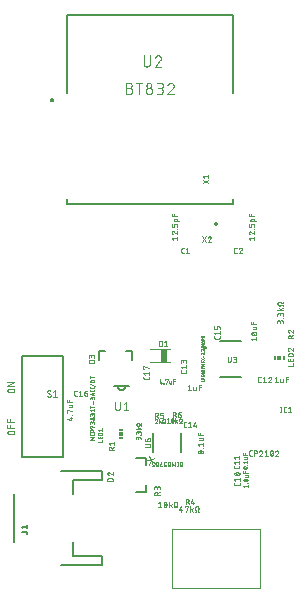
<source format=gbr>
G04 EAGLE Gerber RS-274X export*
G75*
%MOMM*%
%FSLAX34Y34*%
%LPD*%
%INSilkscreen Top*%
%IPPOS*%
%AMOC8*
5,1,8,0,0,1.08239X$1,22.5*%
G01*
%ADD10C,0.050800*%
%ADD11C,0.127000*%
%ADD12C,0.200000*%
%ADD13C,0.076200*%
%ADD14C,0.140000*%
%ADD15C,0.025400*%
%ADD16C,0.350000*%
%ADD17C,0.100000*%
%ADD18C,0.203200*%
%ADD19C,0.152400*%
%ADD20C,0.101600*%
%ADD21R,0.600000X1.100000*%
%ADD22R,0.300000X0.150000*%
%ADD23R,0.300000X0.300000*%
%ADD24R,0.150000X0.300000*%


D10*
X105215Y-138938D02*
X105285Y-138936D01*
X105354Y-138930D01*
X105423Y-138920D01*
X105491Y-138907D01*
X105559Y-138889D01*
X105625Y-138868D01*
X105690Y-138843D01*
X105754Y-138815D01*
X105816Y-138783D01*
X105876Y-138748D01*
X105934Y-138709D01*
X105989Y-138667D01*
X106043Y-138622D01*
X106093Y-138574D01*
X106141Y-138524D01*
X106186Y-138470D01*
X106228Y-138415D01*
X106267Y-138357D01*
X106302Y-138297D01*
X106334Y-138235D01*
X106362Y-138171D01*
X106387Y-138106D01*
X106408Y-138040D01*
X106426Y-137972D01*
X106439Y-137904D01*
X106449Y-137835D01*
X106455Y-137766D01*
X106457Y-137696D01*
X105215Y-138938D02*
X105116Y-138936D01*
X105018Y-138931D01*
X104920Y-138921D01*
X104822Y-138908D01*
X104725Y-138892D01*
X104628Y-138872D01*
X104533Y-138848D01*
X104438Y-138820D01*
X104344Y-138789D01*
X104252Y-138755D01*
X104161Y-138717D01*
X104071Y-138676D01*
X103983Y-138631D01*
X103897Y-138583D01*
X103813Y-138532D01*
X103731Y-138478D01*
X103650Y-138420D01*
X103572Y-138360D01*
X103497Y-138297D01*
X103423Y-138231D01*
X103353Y-138162D01*
X103507Y-134592D02*
X103509Y-134522D01*
X103515Y-134453D01*
X103525Y-134384D01*
X103538Y-134316D01*
X103556Y-134248D01*
X103577Y-134182D01*
X103602Y-134117D01*
X103630Y-134053D01*
X103662Y-133991D01*
X103697Y-133931D01*
X103736Y-133873D01*
X103778Y-133818D01*
X103823Y-133764D01*
X103871Y-133714D01*
X103921Y-133666D01*
X103975Y-133621D01*
X104030Y-133579D01*
X104088Y-133540D01*
X104148Y-133505D01*
X104210Y-133473D01*
X104274Y-133445D01*
X104339Y-133420D01*
X104405Y-133399D01*
X104473Y-133381D01*
X104541Y-133368D01*
X104610Y-133358D01*
X104679Y-133352D01*
X104749Y-133350D01*
X104843Y-133352D01*
X104936Y-133358D01*
X105029Y-133367D01*
X105122Y-133380D01*
X105214Y-133397D01*
X105305Y-133417D01*
X105396Y-133442D01*
X105485Y-133469D01*
X105573Y-133501D01*
X105660Y-133536D01*
X105746Y-133574D01*
X105829Y-133616D01*
X105912Y-133661D01*
X105992Y-133709D01*
X106070Y-133761D01*
X106146Y-133816D01*
X104129Y-135678D02*
X104070Y-135642D01*
X104014Y-135602D01*
X103960Y-135559D01*
X103908Y-135514D01*
X103859Y-135465D01*
X103813Y-135414D01*
X103770Y-135361D01*
X103729Y-135305D01*
X103692Y-135247D01*
X103657Y-135187D01*
X103627Y-135126D01*
X103599Y-135063D01*
X103575Y-134998D01*
X103555Y-134932D01*
X103538Y-134865D01*
X103525Y-134798D01*
X103516Y-134730D01*
X103510Y-134661D01*
X103508Y-134592D01*
X105835Y-136610D02*
X105894Y-136646D01*
X105950Y-136686D01*
X106004Y-136729D01*
X106056Y-136774D01*
X106105Y-136823D01*
X106151Y-136874D01*
X106194Y-136927D01*
X106235Y-136983D01*
X106272Y-137041D01*
X106307Y-137101D01*
X106337Y-137162D01*
X106365Y-137225D01*
X106389Y-137290D01*
X106409Y-137356D01*
X106426Y-137423D01*
X106439Y-137490D01*
X106448Y-137558D01*
X106454Y-137627D01*
X106456Y-137696D01*
X105836Y-136610D02*
X104128Y-135678D01*
X108656Y-134592D02*
X110208Y-133350D01*
X110208Y-138938D01*
X108656Y-138938D02*
X111760Y-138938D01*
X73886Y-170744D02*
X71402Y-170744D01*
X71325Y-170742D01*
X71247Y-170736D01*
X71171Y-170727D01*
X71094Y-170713D01*
X71019Y-170696D01*
X70945Y-170675D01*
X70871Y-170650D01*
X70799Y-170622D01*
X70729Y-170590D01*
X70660Y-170555D01*
X70593Y-170516D01*
X70528Y-170474D01*
X70465Y-170429D01*
X70404Y-170381D01*
X70346Y-170330D01*
X70291Y-170276D01*
X70238Y-170219D01*
X70189Y-170160D01*
X70142Y-170098D01*
X70098Y-170034D01*
X70058Y-169968D01*
X70021Y-169900D01*
X69987Y-169830D01*
X69957Y-169759D01*
X69931Y-169686D01*
X69908Y-169612D01*
X69889Y-169537D01*
X69874Y-169462D01*
X69862Y-169385D01*
X69854Y-169308D01*
X69850Y-169231D01*
X69850Y-169153D01*
X69854Y-169076D01*
X69862Y-168999D01*
X69874Y-168922D01*
X69889Y-168847D01*
X69908Y-168772D01*
X69931Y-168698D01*
X69957Y-168625D01*
X69987Y-168554D01*
X70021Y-168484D01*
X70058Y-168416D01*
X70098Y-168350D01*
X70142Y-168286D01*
X70189Y-168224D01*
X70238Y-168165D01*
X70291Y-168108D01*
X70346Y-168054D01*
X70404Y-168003D01*
X70465Y-167955D01*
X70528Y-167910D01*
X70593Y-167868D01*
X70660Y-167829D01*
X70729Y-167794D01*
X70799Y-167762D01*
X70871Y-167734D01*
X70945Y-167709D01*
X71019Y-167688D01*
X71094Y-167671D01*
X71171Y-167657D01*
X71247Y-167648D01*
X71325Y-167642D01*
X71402Y-167640D01*
X71402Y-167639D02*
X73886Y-167639D01*
X73886Y-167640D02*
X73963Y-167642D01*
X74041Y-167648D01*
X74117Y-167657D01*
X74194Y-167671D01*
X74269Y-167688D01*
X74343Y-167709D01*
X74417Y-167734D01*
X74489Y-167762D01*
X74559Y-167794D01*
X74628Y-167829D01*
X74695Y-167868D01*
X74760Y-167910D01*
X74823Y-167955D01*
X74884Y-168003D01*
X74942Y-168054D01*
X74997Y-168108D01*
X75050Y-168165D01*
X75099Y-168224D01*
X75146Y-168286D01*
X75190Y-168350D01*
X75230Y-168416D01*
X75267Y-168484D01*
X75301Y-168554D01*
X75331Y-168625D01*
X75357Y-168698D01*
X75380Y-168772D01*
X75399Y-168847D01*
X75414Y-168922D01*
X75426Y-168999D01*
X75434Y-169076D01*
X75438Y-169153D01*
X75438Y-169231D01*
X75434Y-169308D01*
X75426Y-169385D01*
X75414Y-169462D01*
X75399Y-169537D01*
X75380Y-169612D01*
X75357Y-169686D01*
X75331Y-169759D01*
X75301Y-169830D01*
X75267Y-169900D01*
X75230Y-169968D01*
X75190Y-170034D01*
X75146Y-170098D01*
X75099Y-170160D01*
X75050Y-170219D01*
X74997Y-170276D01*
X74942Y-170330D01*
X74884Y-170381D01*
X74823Y-170429D01*
X74760Y-170474D01*
X74695Y-170516D01*
X74628Y-170555D01*
X74559Y-170590D01*
X74489Y-170622D01*
X74417Y-170650D01*
X74343Y-170675D01*
X74269Y-170696D01*
X74194Y-170713D01*
X74117Y-170727D01*
X74041Y-170736D01*
X73963Y-170742D01*
X73886Y-170744D01*
X75438Y-165064D02*
X69850Y-165064D01*
X69850Y-162580D01*
X72334Y-162580D02*
X72334Y-165064D01*
X69850Y-160309D02*
X75438Y-160309D01*
X69850Y-160309D02*
X69850Y-157825D01*
X72334Y-157825D02*
X72334Y-160309D01*
X71402Y-135266D02*
X73886Y-135266D01*
X71402Y-135265D02*
X71325Y-135263D01*
X71247Y-135257D01*
X71171Y-135248D01*
X71094Y-135234D01*
X71019Y-135217D01*
X70945Y-135196D01*
X70871Y-135171D01*
X70799Y-135143D01*
X70729Y-135111D01*
X70660Y-135076D01*
X70593Y-135037D01*
X70528Y-134995D01*
X70465Y-134950D01*
X70404Y-134902D01*
X70346Y-134851D01*
X70291Y-134797D01*
X70238Y-134740D01*
X70189Y-134681D01*
X70142Y-134619D01*
X70098Y-134555D01*
X70058Y-134489D01*
X70021Y-134421D01*
X69987Y-134351D01*
X69957Y-134280D01*
X69931Y-134207D01*
X69908Y-134133D01*
X69889Y-134058D01*
X69874Y-133983D01*
X69862Y-133906D01*
X69854Y-133829D01*
X69850Y-133752D01*
X69850Y-133674D01*
X69854Y-133597D01*
X69862Y-133520D01*
X69874Y-133443D01*
X69889Y-133368D01*
X69908Y-133293D01*
X69931Y-133219D01*
X69957Y-133146D01*
X69987Y-133075D01*
X70021Y-133005D01*
X70058Y-132937D01*
X70098Y-132871D01*
X70142Y-132807D01*
X70189Y-132745D01*
X70238Y-132686D01*
X70291Y-132629D01*
X70346Y-132575D01*
X70404Y-132524D01*
X70465Y-132476D01*
X70528Y-132431D01*
X70593Y-132389D01*
X70660Y-132350D01*
X70729Y-132315D01*
X70799Y-132283D01*
X70871Y-132255D01*
X70945Y-132230D01*
X71019Y-132209D01*
X71094Y-132192D01*
X71171Y-132178D01*
X71247Y-132169D01*
X71325Y-132163D01*
X71402Y-132161D01*
X73886Y-132161D01*
X73963Y-132163D01*
X74041Y-132169D01*
X74117Y-132178D01*
X74194Y-132192D01*
X74269Y-132209D01*
X74343Y-132230D01*
X74417Y-132255D01*
X74489Y-132283D01*
X74559Y-132315D01*
X74628Y-132350D01*
X74695Y-132389D01*
X74760Y-132431D01*
X74823Y-132476D01*
X74884Y-132524D01*
X74942Y-132575D01*
X74997Y-132629D01*
X75050Y-132686D01*
X75099Y-132745D01*
X75146Y-132807D01*
X75190Y-132871D01*
X75230Y-132937D01*
X75267Y-133005D01*
X75301Y-133075D01*
X75331Y-133146D01*
X75357Y-133219D01*
X75380Y-133293D01*
X75399Y-133368D01*
X75414Y-133443D01*
X75426Y-133520D01*
X75434Y-133597D01*
X75438Y-133674D01*
X75438Y-133752D01*
X75434Y-133829D01*
X75426Y-133906D01*
X75414Y-133983D01*
X75399Y-134058D01*
X75380Y-134133D01*
X75357Y-134207D01*
X75331Y-134280D01*
X75301Y-134351D01*
X75267Y-134421D01*
X75230Y-134489D01*
X75190Y-134555D01*
X75146Y-134619D01*
X75099Y-134681D01*
X75050Y-134740D01*
X74997Y-134797D01*
X74942Y-134851D01*
X74884Y-134902D01*
X74823Y-134950D01*
X74760Y-134995D01*
X74695Y-135037D01*
X74628Y-135076D01*
X74559Y-135111D01*
X74489Y-135143D01*
X74417Y-135171D01*
X74343Y-135196D01*
X74269Y-135217D01*
X74194Y-135234D01*
X74117Y-135248D01*
X74041Y-135257D01*
X73963Y-135263D01*
X73886Y-135265D01*
X75438Y-129596D02*
X69850Y-129596D01*
X75438Y-126492D01*
X69850Y-126492D01*
D11*
X120500Y118040D02*
X120500Y184140D01*
X260500Y184140D01*
X260500Y118040D01*
X120500Y28240D02*
X120500Y24140D01*
X260500Y24140D01*
X260500Y28240D01*
D12*
X106500Y112040D02*
X106502Y112103D01*
X106508Y112165D01*
X106518Y112227D01*
X106531Y112289D01*
X106549Y112349D01*
X106570Y112408D01*
X106595Y112466D01*
X106624Y112522D01*
X106656Y112576D01*
X106691Y112628D01*
X106729Y112677D01*
X106771Y112725D01*
X106815Y112769D01*
X106863Y112811D01*
X106912Y112849D01*
X106964Y112884D01*
X107018Y112916D01*
X107074Y112945D01*
X107132Y112970D01*
X107191Y112991D01*
X107251Y113009D01*
X107313Y113022D01*
X107375Y113032D01*
X107437Y113038D01*
X107500Y113040D01*
X107563Y113038D01*
X107625Y113032D01*
X107687Y113022D01*
X107749Y113009D01*
X107809Y112991D01*
X107868Y112970D01*
X107926Y112945D01*
X107982Y112916D01*
X108036Y112884D01*
X108088Y112849D01*
X108137Y112811D01*
X108185Y112769D01*
X108229Y112725D01*
X108271Y112677D01*
X108309Y112628D01*
X108344Y112576D01*
X108376Y112522D01*
X108405Y112466D01*
X108430Y112408D01*
X108451Y112349D01*
X108469Y112289D01*
X108482Y112227D01*
X108492Y112165D01*
X108498Y112103D01*
X108500Y112040D01*
X108498Y111977D01*
X108492Y111915D01*
X108482Y111853D01*
X108469Y111791D01*
X108451Y111731D01*
X108430Y111672D01*
X108405Y111614D01*
X108376Y111558D01*
X108344Y111504D01*
X108309Y111452D01*
X108271Y111403D01*
X108229Y111355D01*
X108185Y111311D01*
X108137Y111269D01*
X108088Y111231D01*
X108036Y111196D01*
X107982Y111164D01*
X107926Y111135D01*
X107868Y111110D01*
X107809Y111089D01*
X107749Y111071D01*
X107687Y111058D01*
X107625Y111048D01*
X107563Y111042D01*
X107500Y111040D01*
X107437Y111042D01*
X107375Y111048D01*
X107313Y111058D01*
X107251Y111071D01*
X107191Y111089D01*
X107132Y111110D01*
X107074Y111135D01*
X107018Y111164D01*
X106964Y111196D01*
X106912Y111231D01*
X106863Y111269D01*
X106815Y111311D01*
X106771Y111355D01*
X106729Y111403D01*
X106691Y111452D01*
X106656Y111504D01*
X106624Y111558D01*
X106595Y111614D01*
X106570Y111672D01*
X106549Y111731D01*
X106531Y111791D01*
X106518Y111853D01*
X106508Y111915D01*
X106502Y111977D01*
X106500Y112040D01*
D13*
X185143Y143254D02*
X185143Y150061D01*
X185143Y143254D02*
X185145Y143152D01*
X185151Y143051D01*
X185161Y142950D01*
X185174Y142849D01*
X185192Y142749D01*
X185214Y142650D01*
X185239Y142552D01*
X185268Y142455D01*
X185301Y142359D01*
X185337Y142264D01*
X185378Y142171D01*
X185421Y142079D01*
X185469Y141989D01*
X185520Y141901D01*
X185574Y141815D01*
X185631Y141732D01*
X185692Y141650D01*
X185755Y141571D01*
X185822Y141495D01*
X185892Y141421D01*
X185964Y141350D01*
X186040Y141282D01*
X186117Y141216D01*
X186198Y141154D01*
X186280Y141095D01*
X186365Y141039D01*
X186452Y140987D01*
X186541Y140938D01*
X186632Y140892D01*
X186724Y140850D01*
X186818Y140812D01*
X186913Y140777D01*
X187010Y140746D01*
X187108Y140719D01*
X187207Y140695D01*
X187306Y140676D01*
X187407Y140660D01*
X187508Y140648D01*
X187609Y140640D01*
X187710Y140636D01*
X187812Y140636D01*
X187913Y140640D01*
X188014Y140648D01*
X188115Y140660D01*
X188216Y140676D01*
X188315Y140695D01*
X188414Y140719D01*
X188512Y140746D01*
X188609Y140777D01*
X188704Y140812D01*
X188798Y140850D01*
X188890Y140892D01*
X188981Y140938D01*
X189070Y140987D01*
X189157Y141039D01*
X189242Y141095D01*
X189324Y141154D01*
X189405Y141216D01*
X189482Y141282D01*
X189558Y141350D01*
X189630Y141421D01*
X189700Y141495D01*
X189767Y141571D01*
X189830Y141650D01*
X189891Y141732D01*
X189948Y141815D01*
X190002Y141901D01*
X190053Y141989D01*
X190101Y142079D01*
X190144Y142171D01*
X190185Y142264D01*
X190221Y142359D01*
X190254Y142455D01*
X190283Y142552D01*
X190308Y142650D01*
X190330Y142749D01*
X190348Y142849D01*
X190361Y142950D01*
X190371Y143051D01*
X190377Y143152D01*
X190379Y143254D01*
X190379Y150061D01*
X197497Y150061D02*
X197592Y150059D01*
X197687Y150053D01*
X197781Y150044D01*
X197875Y150030D01*
X197968Y150013D01*
X198061Y149993D01*
X198153Y149968D01*
X198243Y149940D01*
X198332Y149908D01*
X198421Y149872D01*
X198507Y149834D01*
X198592Y149791D01*
X198675Y149745D01*
X198756Y149696D01*
X198835Y149644D01*
X198912Y149588D01*
X198987Y149530D01*
X199059Y149468D01*
X199129Y149404D01*
X199196Y149337D01*
X199261Y149267D01*
X199322Y149195D01*
X199381Y149120D01*
X199436Y149043D01*
X199488Y148964D01*
X199537Y148883D01*
X199583Y148800D01*
X199626Y148715D01*
X199664Y148628D01*
X199700Y148540D01*
X199732Y148451D01*
X199760Y148360D01*
X199785Y148269D01*
X199805Y148176D01*
X199822Y148083D01*
X199836Y147989D01*
X199845Y147895D01*
X199851Y147800D01*
X199853Y147705D01*
X197497Y150061D02*
X197388Y150059D01*
X197280Y150053D01*
X197171Y150043D01*
X197064Y150030D01*
X196956Y150012D01*
X196850Y149991D01*
X196744Y149966D01*
X196639Y149937D01*
X196535Y149904D01*
X196433Y149868D01*
X196332Y149828D01*
X196232Y149784D01*
X196134Y149737D01*
X196038Y149686D01*
X195943Y149632D01*
X195851Y149574D01*
X195761Y149514D01*
X195673Y149450D01*
X195587Y149383D01*
X195504Y149312D01*
X195424Y149239D01*
X195346Y149163D01*
X195271Y149085D01*
X195198Y149003D01*
X195129Y148920D01*
X195063Y148833D01*
X195000Y148745D01*
X194940Y148654D01*
X194883Y148561D01*
X194830Y148466D01*
X194780Y148369D01*
X194734Y148271D01*
X194692Y148171D01*
X194653Y148069D01*
X194617Y147967D01*
X199069Y145872D02*
X199138Y145941D01*
X199205Y146012D01*
X199268Y146086D01*
X199329Y146162D01*
X199387Y146241D01*
X199442Y146321D01*
X199494Y146404D01*
X199543Y146489D01*
X199588Y146575D01*
X199630Y146663D01*
X199668Y146753D01*
X199703Y146844D01*
X199735Y146937D01*
X199762Y147030D01*
X199787Y147125D01*
X199807Y147220D01*
X199824Y147316D01*
X199837Y147413D01*
X199846Y147510D01*
X199852Y147607D01*
X199854Y147705D01*
X199068Y145872D02*
X194617Y140636D01*
X199854Y140636D01*
X172906Y122533D02*
X170286Y122533D01*
X172906Y122532D02*
X173008Y122530D01*
X173109Y122524D01*
X173210Y122514D01*
X173311Y122501D01*
X173411Y122483D01*
X173510Y122461D01*
X173608Y122436D01*
X173706Y122407D01*
X173802Y122374D01*
X173897Y122337D01*
X173990Y122297D01*
X174081Y122253D01*
X174171Y122206D01*
X174259Y122155D01*
X174345Y122101D01*
X174429Y122044D01*
X174510Y121983D01*
X174589Y121919D01*
X174666Y121852D01*
X174740Y121783D01*
X174811Y121710D01*
X174879Y121635D01*
X174945Y121557D01*
X175007Y121477D01*
X175066Y121394D01*
X175122Y121309D01*
X175174Y121222D01*
X175223Y121134D01*
X175269Y121043D01*
X175311Y120950D01*
X175349Y120856D01*
X175384Y120761D01*
X175415Y120664D01*
X175442Y120566D01*
X175466Y120467D01*
X175485Y120368D01*
X175501Y120267D01*
X175513Y120167D01*
X175521Y120065D01*
X175525Y119964D01*
X175525Y119862D01*
X175521Y119761D01*
X175513Y119659D01*
X175501Y119559D01*
X175485Y119458D01*
X175466Y119359D01*
X175442Y119260D01*
X175415Y119162D01*
X175384Y119065D01*
X175349Y118970D01*
X175311Y118876D01*
X175269Y118783D01*
X175223Y118692D01*
X175174Y118603D01*
X175122Y118517D01*
X175066Y118432D01*
X175007Y118349D01*
X174945Y118269D01*
X174879Y118191D01*
X174811Y118116D01*
X174740Y118043D01*
X174666Y117974D01*
X174589Y117907D01*
X174510Y117843D01*
X174429Y117782D01*
X174345Y117725D01*
X174259Y117671D01*
X174171Y117620D01*
X174081Y117573D01*
X173990Y117529D01*
X173897Y117489D01*
X173802Y117452D01*
X173706Y117419D01*
X173608Y117390D01*
X173510Y117365D01*
X173411Y117343D01*
X173311Y117325D01*
X173210Y117312D01*
X173109Y117302D01*
X173008Y117296D01*
X172906Y117294D01*
X170286Y117294D01*
X170286Y126724D01*
X172906Y126724D01*
X172996Y126722D01*
X173086Y126716D01*
X173176Y126707D01*
X173265Y126693D01*
X173354Y126676D01*
X173441Y126655D01*
X173528Y126630D01*
X173613Y126601D01*
X173698Y126569D01*
X173780Y126533D01*
X173862Y126493D01*
X173941Y126451D01*
X174018Y126404D01*
X174094Y126355D01*
X174167Y126302D01*
X174238Y126246D01*
X174306Y126188D01*
X174372Y126126D01*
X174435Y126061D01*
X174495Y125994D01*
X174553Y125925D01*
X174607Y125853D01*
X174658Y125778D01*
X174706Y125702D01*
X174751Y125623D01*
X174792Y125543D01*
X174829Y125461D01*
X174863Y125378D01*
X174894Y125293D01*
X174921Y125207D01*
X174944Y125119D01*
X174963Y125031D01*
X174978Y124943D01*
X174990Y124853D01*
X174998Y124763D01*
X175002Y124673D01*
X175002Y124583D01*
X174998Y124493D01*
X174990Y124403D01*
X174978Y124313D01*
X174963Y124225D01*
X174944Y124137D01*
X174921Y124049D01*
X174894Y123963D01*
X174863Y123878D01*
X174829Y123795D01*
X174792Y123713D01*
X174751Y123633D01*
X174706Y123554D01*
X174658Y123478D01*
X174607Y123403D01*
X174553Y123331D01*
X174495Y123262D01*
X174435Y123195D01*
X174372Y123130D01*
X174306Y123068D01*
X174238Y123010D01*
X174167Y122954D01*
X174094Y122901D01*
X174018Y122852D01*
X173941Y122805D01*
X173862Y122763D01*
X173780Y122723D01*
X173698Y122687D01*
X173613Y122655D01*
X173528Y122626D01*
X173441Y122601D01*
X173354Y122580D01*
X173265Y122563D01*
X173176Y122549D01*
X173086Y122540D01*
X172996Y122534D01*
X172906Y122532D01*
X181030Y126724D02*
X181030Y117294D01*
X183649Y126724D02*
X178410Y126724D01*
X186972Y119913D02*
X186974Y120015D01*
X186980Y120116D01*
X186990Y120217D01*
X187003Y120318D01*
X187021Y120418D01*
X187043Y120517D01*
X187068Y120615D01*
X187097Y120713D01*
X187130Y120809D01*
X187167Y120904D01*
X187207Y120997D01*
X187251Y121088D01*
X187298Y121178D01*
X187349Y121266D01*
X187403Y121352D01*
X187460Y121436D01*
X187521Y121517D01*
X187585Y121596D01*
X187652Y121673D01*
X187721Y121747D01*
X187794Y121818D01*
X187869Y121886D01*
X187947Y121952D01*
X188027Y122014D01*
X188110Y122073D01*
X188195Y122129D01*
X188282Y122181D01*
X188370Y122230D01*
X188461Y122276D01*
X188554Y122318D01*
X188648Y122356D01*
X188743Y122391D01*
X188840Y122422D01*
X188938Y122449D01*
X189037Y122473D01*
X189136Y122492D01*
X189237Y122508D01*
X189337Y122520D01*
X189439Y122528D01*
X189540Y122532D01*
X189642Y122532D01*
X189743Y122528D01*
X189845Y122520D01*
X189945Y122508D01*
X190046Y122492D01*
X190145Y122473D01*
X190244Y122449D01*
X190342Y122422D01*
X190439Y122391D01*
X190534Y122356D01*
X190628Y122318D01*
X190721Y122276D01*
X190812Y122230D01*
X190901Y122181D01*
X190987Y122129D01*
X191072Y122073D01*
X191155Y122014D01*
X191235Y121952D01*
X191313Y121886D01*
X191388Y121818D01*
X191461Y121747D01*
X191530Y121673D01*
X191597Y121596D01*
X191661Y121517D01*
X191722Y121436D01*
X191779Y121352D01*
X191833Y121266D01*
X191884Y121178D01*
X191931Y121088D01*
X191975Y120997D01*
X192015Y120904D01*
X192052Y120809D01*
X192085Y120713D01*
X192114Y120615D01*
X192139Y120517D01*
X192161Y120418D01*
X192179Y120318D01*
X192192Y120217D01*
X192202Y120116D01*
X192208Y120015D01*
X192210Y119913D01*
X192208Y119811D01*
X192202Y119710D01*
X192192Y119609D01*
X192179Y119508D01*
X192161Y119408D01*
X192139Y119309D01*
X192114Y119211D01*
X192085Y119113D01*
X192052Y119017D01*
X192015Y118922D01*
X191975Y118829D01*
X191931Y118738D01*
X191884Y118648D01*
X191833Y118560D01*
X191779Y118474D01*
X191722Y118390D01*
X191661Y118309D01*
X191597Y118230D01*
X191530Y118153D01*
X191461Y118079D01*
X191388Y118008D01*
X191313Y117940D01*
X191235Y117874D01*
X191155Y117812D01*
X191072Y117753D01*
X190987Y117697D01*
X190900Y117645D01*
X190812Y117596D01*
X190721Y117550D01*
X190628Y117508D01*
X190534Y117470D01*
X190439Y117435D01*
X190342Y117404D01*
X190244Y117377D01*
X190145Y117353D01*
X190046Y117334D01*
X189945Y117318D01*
X189845Y117306D01*
X189743Y117298D01*
X189642Y117294D01*
X189540Y117294D01*
X189439Y117298D01*
X189337Y117306D01*
X189237Y117318D01*
X189136Y117334D01*
X189037Y117353D01*
X188938Y117377D01*
X188840Y117404D01*
X188743Y117435D01*
X188648Y117470D01*
X188554Y117508D01*
X188461Y117550D01*
X188370Y117596D01*
X188282Y117645D01*
X188195Y117697D01*
X188110Y117753D01*
X188027Y117812D01*
X187947Y117874D01*
X187869Y117940D01*
X187794Y118008D01*
X187721Y118079D01*
X187652Y118153D01*
X187585Y118230D01*
X187521Y118309D01*
X187460Y118390D01*
X187403Y118474D01*
X187349Y118560D01*
X187298Y118648D01*
X187251Y118738D01*
X187207Y118829D01*
X187167Y118922D01*
X187130Y119017D01*
X187097Y119113D01*
X187068Y119211D01*
X187043Y119309D01*
X187021Y119408D01*
X187003Y119508D01*
X186990Y119609D01*
X186980Y119710D01*
X186974Y119811D01*
X186972Y119913D01*
X187495Y124628D02*
X187497Y124718D01*
X187503Y124808D01*
X187512Y124898D01*
X187526Y124987D01*
X187543Y125076D01*
X187564Y125163D01*
X187589Y125250D01*
X187618Y125335D01*
X187650Y125420D01*
X187686Y125502D01*
X187726Y125584D01*
X187768Y125663D01*
X187815Y125740D01*
X187864Y125816D01*
X187917Y125889D01*
X187973Y125960D01*
X188031Y126028D01*
X188093Y126094D01*
X188158Y126157D01*
X188225Y126217D01*
X188294Y126275D01*
X188366Y126329D01*
X188441Y126380D01*
X188517Y126428D01*
X188596Y126473D01*
X188676Y126514D01*
X188758Y126551D01*
X188841Y126585D01*
X188926Y126616D01*
X189012Y126643D01*
X189100Y126666D01*
X189188Y126685D01*
X189276Y126700D01*
X189366Y126712D01*
X189456Y126720D01*
X189546Y126724D01*
X189636Y126724D01*
X189726Y126720D01*
X189816Y126712D01*
X189906Y126700D01*
X189994Y126685D01*
X190082Y126666D01*
X190170Y126643D01*
X190256Y126616D01*
X190341Y126585D01*
X190424Y126551D01*
X190506Y126514D01*
X190586Y126473D01*
X190665Y126428D01*
X190741Y126380D01*
X190816Y126329D01*
X190888Y126275D01*
X190957Y126217D01*
X191024Y126157D01*
X191089Y126094D01*
X191151Y126028D01*
X191209Y125960D01*
X191265Y125889D01*
X191318Y125816D01*
X191367Y125740D01*
X191414Y125663D01*
X191456Y125584D01*
X191496Y125502D01*
X191532Y125420D01*
X191564Y125335D01*
X191593Y125250D01*
X191618Y125163D01*
X191639Y125076D01*
X191656Y124987D01*
X191670Y124898D01*
X191679Y124808D01*
X191685Y124718D01*
X191687Y124628D01*
X191685Y124538D01*
X191679Y124448D01*
X191670Y124358D01*
X191656Y124269D01*
X191639Y124180D01*
X191618Y124093D01*
X191593Y124006D01*
X191564Y123921D01*
X191532Y123836D01*
X191496Y123754D01*
X191456Y123672D01*
X191414Y123593D01*
X191367Y123516D01*
X191318Y123440D01*
X191265Y123367D01*
X191209Y123296D01*
X191151Y123228D01*
X191089Y123162D01*
X191024Y123099D01*
X190957Y123039D01*
X190888Y122981D01*
X190816Y122927D01*
X190741Y122876D01*
X190665Y122828D01*
X190586Y122783D01*
X190506Y122742D01*
X190424Y122705D01*
X190341Y122671D01*
X190256Y122640D01*
X190170Y122613D01*
X190082Y122590D01*
X189994Y122571D01*
X189906Y122556D01*
X189816Y122544D01*
X189726Y122536D01*
X189636Y122532D01*
X189546Y122532D01*
X189456Y122536D01*
X189366Y122544D01*
X189276Y122556D01*
X189188Y122571D01*
X189100Y122590D01*
X189012Y122613D01*
X188926Y122640D01*
X188841Y122671D01*
X188758Y122705D01*
X188676Y122742D01*
X188596Y122783D01*
X188517Y122828D01*
X188441Y122876D01*
X188366Y122927D01*
X188294Y122981D01*
X188225Y123039D01*
X188158Y123099D01*
X188093Y123162D01*
X188031Y123228D01*
X187973Y123296D01*
X187917Y123367D01*
X187864Y123440D01*
X187815Y123516D01*
X187768Y123593D01*
X187726Y123672D01*
X187686Y123754D01*
X187650Y123836D01*
X187618Y123921D01*
X187589Y124006D01*
X187564Y124093D01*
X187543Y124180D01*
X187526Y124269D01*
X187512Y124358D01*
X187503Y124448D01*
X187497Y124538D01*
X187495Y124628D01*
X196144Y117294D02*
X198764Y117294D01*
X198866Y117296D01*
X198967Y117302D01*
X199068Y117312D01*
X199169Y117325D01*
X199269Y117343D01*
X199368Y117365D01*
X199466Y117390D01*
X199564Y117419D01*
X199660Y117452D01*
X199755Y117489D01*
X199848Y117529D01*
X199939Y117573D01*
X200029Y117620D01*
X200117Y117671D01*
X200203Y117725D01*
X200287Y117782D01*
X200368Y117843D01*
X200447Y117907D01*
X200524Y117974D01*
X200598Y118043D01*
X200669Y118116D01*
X200737Y118191D01*
X200803Y118269D01*
X200865Y118349D01*
X200924Y118432D01*
X200980Y118517D01*
X201032Y118603D01*
X201081Y118692D01*
X201127Y118783D01*
X201169Y118876D01*
X201207Y118970D01*
X201242Y119065D01*
X201273Y119162D01*
X201300Y119260D01*
X201324Y119359D01*
X201343Y119458D01*
X201359Y119559D01*
X201371Y119659D01*
X201379Y119761D01*
X201383Y119862D01*
X201383Y119964D01*
X201379Y120065D01*
X201371Y120167D01*
X201359Y120267D01*
X201343Y120368D01*
X201324Y120467D01*
X201300Y120566D01*
X201273Y120664D01*
X201242Y120761D01*
X201207Y120856D01*
X201169Y120950D01*
X201127Y121043D01*
X201081Y121134D01*
X201032Y121222D01*
X200980Y121309D01*
X200924Y121394D01*
X200865Y121477D01*
X200803Y121557D01*
X200737Y121635D01*
X200669Y121710D01*
X200598Y121783D01*
X200524Y121852D01*
X200447Y121919D01*
X200368Y121983D01*
X200287Y122044D01*
X200203Y122101D01*
X200117Y122155D01*
X200029Y122206D01*
X199939Y122253D01*
X199848Y122297D01*
X199755Y122337D01*
X199660Y122374D01*
X199564Y122407D01*
X199466Y122436D01*
X199368Y122461D01*
X199269Y122483D01*
X199169Y122501D01*
X199068Y122514D01*
X198967Y122524D01*
X198866Y122530D01*
X198764Y122532D01*
X199288Y126724D02*
X196144Y126724D01*
X199288Y126724D02*
X199378Y126722D01*
X199468Y126716D01*
X199558Y126707D01*
X199647Y126693D01*
X199736Y126676D01*
X199823Y126655D01*
X199910Y126630D01*
X199995Y126601D01*
X200080Y126569D01*
X200162Y126533D01*
X200244Y126493D01*
X200323Y126451D01*
X200400Y126404D01*
X200476Y126355D01*
X200549Y126302D01*
X200620Y126246D01*
X200688Y126188D01*
X200754Y126126D01*
X200817Y126061D01*
X200877Y125994D01*
X200935Y125925D01*
X200989Y125853D01*
X201040Y125778D01*
X201088Y125702D01*
X201133Y125623D01*
X201174Y125543D01*
X201211Y125461D01*
X201245Y125378D01*
X201276Y125293D01*
X201303Y125207D01*
X201326Y125119D01*
X201345Y125031D01*
X201360Y124943D01*
X201372Y124853D01*
X201380Y124763D01*
X201384Y124673D01*
X201384Y124583D01*
X201380Y124493D01*
X201372Y124403D01*
X201360Y124313D01*
X201345Y124225D01*
X201326Y124137D01*
X201303Y124049D01*
X201276Y123963D01*
X201245Y123878D01*
X201211Y123795D01*
X201174Y123713D01*
X201133Y123633D01*
X201088Y123554D01*
X201040Y123478D01*
X200989Y123403D01*
X200935Y123331D01*
X200877Y123262D01*
X200817Y123195D01*
X200754Y123130D01*
X200688Y123068D01*
X200620Y123010D01*
X200549Y122954D01*
X200476Y122901D01*
X200400Y122852D01*
X200323Y122805D01*
X200244Y122763D01*
X200162Y122723D01*
X200080Y122687D01*
X199995Y122655D01*
X199910Y122626D01*
X199823Y122601D01*
X199736Y122580D01*
X199647Y122563D01*
X199558Y122549D01*
X199468Y122540D01*
X199378Y122534D01*
X199288Y122532D01*
X199288Y122533D02*
X197192Y122533D01*
X208198Y126724D02*
X208293Y126722D01*
X208388Y126716D01*
X208482Y126707D01*
X208576Y126693D01*
X208670Y126676D01*
X208762Y126655D01*
X208854Y126631D01*
X208945Y126603D01*
X209034Y126571D01*
X209122Y126535D01*
X209209Y126496D01*
X209294Y126454D01*
X209377Y126408D01*
X209458Y126359D01*
X209537Y126307D01*
X209615Y126251D01*
X209689Y126193D01*
X209762Y126131D01*
X209831Y126067D01*
X209899Y125999D01*
X209963Y125930D01*
X210025Y125857D01*
X210083Y125783D01*
X210139Y125705D01*
X210191Y125626D01*
X210240Y125545D01*
X210286Y125462D01*
X210328Y125377D01*
X210367Y125290D01*
X210403Y125202D01*
X210435Y125113D01*
X210463Y125022D01*
X210487Y124930D01*
X210508Y124838D01*
X210525Y124744D01*
X210539Y124650D01*
X210548Y124556D01*
X210554Y124461D01*
X210556Y124366D01*
X208198Y126724D02*
X208089Y126722D01*
X207981Y126716D01*
X207872Y126706D01*
X207764Y126693D01*
X207657Y126675D01*
X207550Y126654D01*
X207444Y126629D01*
X207339Y126600D01*
X207235Y126567D01*
X207133Y126531D01*
X207032Y126490D01*
X206932Y126447D01*
X206834Y126400D01*
X206738Y126349D01*
X206643Y126295D01*
X206551Y126237D01*
X206461Y126176D01*
X206373Y126112D01*
X206287Y126045D01*
X206204Y125975D01*
X206123Y125902D01*
X206045Y125826D01*
X205970Y125747D01*
X205898Y125666D01*
X205829Y125582D01*
X205762Y125496D01*
X205699Y125407D01*
X205639Y125316D01*
X205583Y125223D01*
X205529Y125128D01*
X205480Y125031D01*
X205433Y124933D01*
X205391Y124833D01*
X205352Y124731D01*
X205316Y124628D01*
X209770Y122532D02*
X209840Y122601D01*
X209906Y122672D01*
X209970Y122746D01*
X210031Y122823D01*
X210089Y122901D01*
X210144Y122982D01*
X210196Y123065D01*
X210244Y123149D01*
X210290Y123236D01*
X210332Y123324D01*
X210370Y123414D01*
X210405Y123505D01*
X210436Y123597D01*
X210464Y123691D01*
X210489Y123785D01*
X210509Y123881D01*
X210526Y123977D01*
X210539Y124074D01*
X210548Y124171D01*
X210554Y124268D01*
X210556Y124366D01*
X209770Y122533D02*
X205317Y117294D01*
X210556Y117294D01*
D14*
X236126Y-97188D02*
X236128Y-97136D01*
X236134Y-97084D01*
X236144Y-97032D01*
X236157Y-96982D01*
X236174Y-96932D01*
X236195Y-96884D01*
X236220Y-96838D01*
X236248Y-96794D01*
X236279Y-96752D01*
X236313Y-96712D01*
X236350Y-96675D01*
X236390Y-96641D01*
X236432Y-96610D01*
X236476Y-96582D01*
X236522Y-96557D01*
X236570Y-96536D01*
X236620Y-96519D01*
X236670Y-96506D01*
X236722Y-96496D01*
X236774Y-96490D01*
X236826Y-96488D01*
X236878Y-96490D01*
X236930Y-96496D01*
X236982Y-96506D01*
X237032Y-96519D01*
X237082Y-96536D01*
X237130Y-96557D01*
X237176Y-96582D01*
X237220Y-96610D01*
X237262Y-96641D01*
X237302Y-96675D01*
X237339Y-96712D01*
X237373Y-96752D01*
X237404Y-96794D01*
X237432Y-96838D01*
X237457Y-96884D01*
X237478Y-96932D01*
X237495Y-96982D01*
X237508Y-97032D01*
X237518Y-97084D01*
X237524Y-97136D01*
X237526Y-97188D01*
X237524Y-97240D01*
X237518Y-97292D01*
X237508Y-97344D01*
X237495Y-97394D01*
X237478Y-97444D01*
X237457Y-97492D01*
X237432Y-97538D01*
X237404Y-97582D01*
X237373Y-97624D01*
X237339Y-97664D01*
X237302Y-97701D01*
X237262Y-97735D01*
X237220Y-97766D01*
X237176Y-97794D01*
X237130Y-97819D01*
X237082Y-97840D01*
X237032Y-97857D01*
X236982Y-97870D01*
X236930Y-97880D01*
X236878Y-97886D01*
X236826Y-97888D01*
X236774Y-97886D01*
X236722Y-97880D01*
X236670Y-97870D01*
X236620Y-97857D01*
X236570Y-97840D01*
X236522Y-97819D01*
X236476Y-97794D01*
X236432Y-97766D01*
X236390Y-97735D01*
X236350Y-97701D01*
X236313Y-97664D01*
X236279Y-97624D01*
X236248Y-97582D01*
X236220Y-97538D01*
X236195Y-97492D01*
X236174Y-97444D01*
X236157Y-97394D01*
X236144Y-97344D01*
X236134Y-97292D01*
X236128Y-97240D01*
X236126Y-97188D01*
D11*
X250026Y-91888D02*
X267626Y-91888D01*
X267626Y-122488D02*
X250026Y-122488D01*
D10*
X256226Y-108392D02*
X256226Y-105090D01*
X256226Y-108392D02*
X256228Y-108462D01*
X256234Y-108532D01*
X256243Y-108601D01*
X256257Y-108670D01*
X256274Y-108738D01*
X256295Y-108804D01*
X256319Y-108870D01*
X256347Y-108934D01*
X256379Y-108996D01*
X256414Y-109057D01*
X256452Y-109116D01*
X256494Y-109172D01*
X256538Y-109226D01*
X256586Y-109278D01*
X256636Y-109326D01*
X256689Y-109372D01*
X256744Y-109415D01*
X256801Y-109455D01*
X256861Y-109492D01*
X256923Y-109525D01*
X256986Y-109555D01*
X257051Y-109581D01*
X257117Y-109604D01*
X257184Y-109623D01*
X257253Y-109638D01*
X257322Y-109650D01*
X257391Y-109658D01*
X257461Y-109662D01*
X257531Y-109662D01*
X257601Y-109658D01*
X257670Y-109650D01*
X257739Y-109638D01*
X257808Y-109623D01*
X257875Y-109604D01*
X257941Y-109581D01*
X258006Y-109555D01*
X258069Y-109525D01*
X258131Y-109492D01*
X258191Y-109455D01*
X258248Y-109415D01*
X258303Y-109372D01*
X258356Y-109326D01*
X258406Y-109278D01*
X258454Y-109226D01*
X258498Y-109172D01*
X258540Y-109116D01*
X258578Y-109057D01*
X258613Y-108996D01*
X258645Y-108934D01*
X258673Y-108870D01*
X258697Y-108804D01*
X258718Y-108738D01*
X258735Y-108670D01*
X258749Y-108601D01*
X258758Y-108532D01*
X258764Y-108462D01*
X258766Y-108392D01*
X258766Y-105090D01*
X260950Y-109662D02*
X262220Y-109662D01*
X262290Y-109660D01*
X262360Y-109654D01*
X262429Y-109645D01*
X262498Y-109631D01*
X262566Y-109614D01*
X262632Y-109593D01*
X262698Y-109569D01*
X262762Y-109541D01*
X262824Y-109509D01*
X262885Y-109474D01*
X262944Y-109436D01*
X263000Y-109394D01*
X263054Y-109350D01*
X263106Y-109302D01*
X263154Y-109252D01*
X263200Y-109199D01*
X263243Y-109144D01*
X263283Y-109087D01*
X263320Y-109027D01*
X263353Y-108965D01*
X263383Y-108902D01*
X263409Y-108837D01*
X263432Y-108771D01*
X263451Y-108704D01*
X263466Y-108635D01*
X263478Y-108566D01*
X263486Y-108497D01*
X263490Y-108427D01*
X263490Y-108357D01*
X263486Y-108287D01*
X263478Y-108218D01*
X263466Y-108149D01*
X263451Y-108080D01*
X263432Y-108013D01*
X263409Y-107947D01*
X263383Y-107882D01*
X263353Y-107819D01*
X263320Y-107757D01*
X263283Y-107697D01*
X263243Y-107640D01*
X263200Y-107585D01*
X263154Y-107532D01*
X263106Y-107482D01*
X263054Y-107434D01*
X263000Y-107390D01*
X262944Y-107348D01*
X262885Y-107310D01*
X262824Y-107275D01*
X262762Y-107243D01*
X262698Y-107215D01*
X262632Y-107191D01*
X262566Y-107170D01*
X262498Y-107153D01*
X262429Y-107139D01*
X262360Y-107130D01*
X262290Y-107124D01*
X262220Y-107122D01*
X262474Y-105090D02*
X260950Y-105090D01*
X262474Y-105090D02*
X262537Y-105092D01*
X262599Y-105098D01*
X262661Y-105107D01*
X262722Y-105121D01*
X262782Y-105138D01*
X262841Y-105159D01*
X262899Y-105183D01*
X262955Y-105211D01*
X263009Y-105242D01*
X263061Y-105277D01*
X263111Y-105314D01*
X263158Y-105355D01*
X263203Y-105399D01*
X263246Y-105445D01*
X263285Y-105494D01*
X263321Y-105545D01*
X263354Y-105598D01*
X263383Y-105653D01*
X263410Y-105710D01*
X263432Y-105768D01*
X263451Y-105828D01*
X263466Y-105889D01*
X263478Y-105950D01*
X263486Y-106012D01*
X263490Y-106075D01*
X263490Y-106137D01*
X263486Y-106200D01*
X263478Y-106262D01*
X263466Y-106323D01*
X263451Y-106384D01*
X263432Y-106444D01*
X263410Y-106502D01*
X263383Y-106559D01*
X263354Y-106614D01*
X263321Y-106667D01*
X263285Y-106718D01*
X263246Y-106767D01*
X263203Y-106813D01*
X263158Y-106857D01*
X263111Y-106898D01*
X263061Y-106935D01*
X263009Y-106970D01*
X262955Y-107001D01*
X262899Y-107029D01*
X262841Y-107053D01*
X262782Y-107074D01*
X262722Y-107091D01*
X262661Y-107105D01*
X262599Y-107114D01*
X262537Y-107120D01*
X262474Y-107122D01*
X261458Y-107122D01*
D15*
X236281Y-125949D02*
X233995Y-125949D01*
X236281Y-125949D02*
X236281Y-124933D01*
X236281Y-123935D02*
X233995Y-123935D01*
X233995Y-123300D01*
X233997Y-123251D01*
X234002Y-123203D01*
X234012Y-123155D01*
X234025Y-123108D01*
X234041Y-123063D01*
X234061Y-123018D01*
X234084Y-122976D01*
X234111Y-122935D01*
X234140Y-122896D01*
X234172Y-122860D01*
X234208Y-122826D01*
X234245Y-122795D01*
X234285Y-122767D01*
X234327Y-122742D01*
X234370Y-122721D01*
X234415Y-122702D01*
X234462Y-122688D01*
X234509Y-122677D01*
X234557Y-122669D01*
X234606Y-122665D01*
X234654Y-122665D01*
X234703Y-122669D01*
X234751Y-122677D01*
X234798Y-122688D01*
X234845Y-122702D01*
X234890Y-122721D01*
X234933Y-122742D01*
X234975Y-122767D01*
X235015Y-122795D01*
X235052Y-122826D01*
X235088Y-122860D01*
X235120Y-122896D01*
X235149Y-122935D01*
X235176Y-122976D01*
X235199Y-123018D01*
X235219Y-123063D01*
X235235Y-123108D01*
X235248Y-123155D01*
X235258Y-123203D01*
X235263Y-123251D01*
X235265Y-123300D01*
X235265Y-123935D01*
X236281Y-121763D02*
X236281Y-121001D01*
X236279Y-120957D01*
X236273Y-120913D01*
X236264Y-120870D01*
X236250Y-120827D01*
X236233Y-120786D01*
X236213Y-120747D01*
X236189Y-120710D01*
X236162Y-120674D01*
X236132Y-120642D01*
X236100Y-120612D01*
X236064Y-120585D01*
X236027Y-120561D01*
X235988Y-120541D01*
X235947Y-120524D01*
X235904Y-120510D01*
X235861Y-120501D01*
X235817Y-120495D01*
X235773Y-120493D01*
X235519Y-120493D01*
X235475Y-120495D01*
X235431Y-120501D01*
X235388Y-120510D01*
X235345Y-120524D01*
X235304Y-120541D01*
X235265Y-120561D01*
X235228Y-120585D01*
X235192Y-120612D01*
X235160Y-120642D01*
X235130Y-120674D01*
X235103Y-120710D01*
X235079Y-120747D01*
X235059Y-120786D01*
X235042Y-120827D01*
X235028Y-120870D01*
X235019Y-120913D01*
X235013Y-120957D01*
X235011Y-121001D01*
X235011Y-121763D01*
X233995Y-121763D01*
X233995Y-120493D01*
X235265Y-118969D02*
X235265Y-118207D01*
X235265Y-118969D02*
X235263Y-119013D01*
X235257Y-119057D01*
X235248Y-119100D01*
X235234Y-119143D01*
X235217Y-119184D01*
X235197Y-119223D01*
X235173Y-119260D01*
X235146Y-119296D01*
X235116Y-119328D01*
X235084Y-119358D01*
X235048Y-119385D01*
X235011Y-119409D01*
X234972Y-119429D01*
X234931Y-119446D01*
X234888Y-119460D01*
X234845Y-119469D01*
X234801Y-119475D01*
X234757Y-119477D01*
X234630Y-119477D01*
X234581Y-119475D01*
X234533Y-119470D01*
X234485Y-119460D01*
X234438Y-119447D01*
X234393Y-119431D01*
X234348Y-119411D01*
X234306Y-119388D01*
X234265Y-119361D01*
X234226Y-119332D01*
X234190Y-119300D01*
X234156Y-119264D01*
X234125Y-119227D01*
X234097Y-119187D01*
X234072Y-119145D01*
X234051Y-119102D01*
X234032Y-119057D01*
X234018Y-119010D01*
X234007Y-118963D01*
X233999Y-118915D01*
X233995Y-118866D01*
X233995Y-118818D01*
X233999Y-118769D01*
X234007Y-118721D01*
X234018Y-118674D01*
X234032Y-118627D01*
X234051Y-118582D01*
X234072Y-118539D01*
X234097Y-118497D01*
X234125Y-118457D01*
X234156Y-118420D01*
X234190Y-118384D01*
X234226Y-118352D01*
X234265Y-118323D01*
X234306Y-118296D01*
X234348Y-118273D01*
X234393Y-118253D01*
X234438Y-118237D01*
X234485Y-118224D01*
X234533Y-118214D01*
X234581Y-118209D01*
X234630Y-118207D01*
X235265Y-118207D01*
X235326Y-118209D01*
X235387Y-118214D01*
X235448Y-118224D01*
X235508Y-118237D01*
X235567Y-118253D01*
X235625Y-118273D01*
X235682Y-118297D01*
X235737Y-118323D01*
X235791Y-118354D01*
X235842Y-118387D01*
X235892Y-118423D01*
X235939Y-118463D01*
X235983Y-118505D01*
X236025Y-118549D01*
X236065Y-118596D01*
X236101Y-118646D01*
X236134Y-118697D01*
X236165Y-118751D01*
X236191Y-118806D01*
X236215Y-118863D01*
X236235Y-118921D01*
X236251Y-118980D01*
X236264Y-119040D01*
X236274Y-119101D01*
X236279Y-119162D01*
X236281Y-119223D01*
X235138Y-117191D02*
X235053Y-117189D01*
X234967Y-117183D01*
X234882Y-117174D01*
X234798Y-117160D01*
X234714Y-117143D01*
X234632Y-117122D01*
X234550Y-117097D01*
X234469Y-117068D01*
X234390Y-117036D01*
X234312Y-117000D01*
X234313Y-117001D02*
X234274Y-116985D01*
X234237Y-116967D01*
X234201Y-116945D01*
X234168Y-116920D01*
X234137Y-116892D01*
X234108Y-116862D01*
X234083Y-116829D01*
X234060Y-116794D01*
X234040Y-116757D01*
X234024Y-116719D01*
X234012Y-116679D01*
X234002Y-116639D01*
X233997Y-116598D01*
X233995Y-116556D01*
X233997Y-116514D01*
X234002Y-116473D01*
X234012Y-116433D01*
X234024Y-116393D01*
X234040Y-116355D01*
X234060Y-116318D01*
X234083Y-116283D01*
X234108Y-116250D01*
X234137Y-116220D01*
X234168Y-116192D01*
X234201Y-116167D01*
X234237Y-116145D01*
X234274Y-116127D01*
X234313Y-116111D01*
X234312Y-116112D02*
X234390Y-116076D01*
X234469Y-116044D01*
X234550Y-116015D01*
X234632Y-115990D01*
X234714Y-115969D01*
X234798Y-115952D01*
X234882Y-115938D01*
X234967Y-115929D01*
X235053Y-115923D01*
X235138Y-115921D01*
X235138Y-117191D02*
X235223Y-117189D01*
X235309Y-117183D01*
X235394Y-117174D01*
X235478Y-117160D01*
X235562Y-117143D01*
X235644Y-117122D01*
X235726Y-117097D01*
X235807Y-117068D01*
X235886Y-117036D01*
X235964Y-117000D01*
X235963Y-117001D02*
X236002Y-116985D01*
X236039Y-116967D01*
X236075Y-116945D01*
X236108Y-116920D01*
X236139Y-116892D01*
X236168Y-116862D01*
X236193Y-116829D01*
X236216Y-116794D01*
X236236Y-116757D01*
X236252Y-116719D01*
X236264Y-116679D01*
X236274Y-116639D01*
X236279Y-116598D01*
X236281Y-116556D01*
X235964Y-116112D02*
X235886Y-116076D01*
X235807Y-116044D01*
X235726Y-116015D01*
X235644Y-115990D01*
X235562Y-115969D01*
X235478Y-115952D01*
X235394Y-115938D01*
X235309Y-115929D01*
X235223Y-115923D01*
X235138Y-115921D01*
X235963Y-116111D02*
X236002Y-116127D01*
X236039Y-116145D01*
X236075Y-116167D01*
X236108Y-116192D01*
X236139Y-116220D01*
X236168Y-116250D01*
X236193Y-116283D01*
X236216Y-116318D01*
X236236Y-116355D01*
X236252Y-116393D01*
X236264Y-116433D01*
X236274Y-116473D01*
X236279Y-116514D01*
X236281Y-116556D01*
X235773Y-117064D02*
X234503Y-116048D01*
X234249Y-114905D02*
X233995Y-114905D01*
X233995Y-113635D01*
X236281Y-114270D01*
X236281Y-112518D02*
X233995Y-112518D01*
X235265Y-111756D01*
X233995Y-110994D01*
X236281Y-110994D01*
X236281Y-109795D02*
X233995Y-109795D01*
X233995Y-108779D01*
X235011Y-108779D02*
X235011Y-109795D01*
X236281Y-108022D02*
X233995Y-106498D01*
X233995Y-108022D02*
X236281Y-106498D01*
X235392Y-105584D02*
X235392Y-104060D01*
X236281Y-103018D02*
X236281Y-102383D01*
X236279Y-102334D01*
X236274Y-102286D01*
X236264Y-102238D01*
X236251Y-102191D01*
X236235Y-102146D01*
X236215Y-102101D01*
X236192Y-102059D01*
X236165Y-102018D01*
X236136Y-101979D01*
X236104Y-101943D01*
X236068Y-101909D01*
X236031Y-101878D01*
X235991Y-101850D01*
X235949Y-101825D01*
X235906Y-101804D01*
X235861Y-101785D01*
X235814Y-101771D01*
X235767Y-101760D01*
X235719Y-101752D01*
X235670Y-101748D01*
X235622Y-101748D01*
X235573Y-101752D01*
X235525Y-101760D01*
X235478Y-101771D01*
X235431Y-101785D01*
X235386Y-101804D01*
X235343Y-101825D01*
X235301Y-101850D01*
X235261Y-101878D01*
X235224Y-101909D01*
X235188Y-101943D01*
X235156Y-101979D01*
X235127Y-102018D01*
X235100Y-102059D01*
X235077Y-102101D01*
X235057Y-102146D01*
X235041Y-102191D01*
X235028Y-102238D01*
X235018Y-102286D01*
X235013Y-102334D01*
X235011Y-102383D01*
X233995Y-102256D02*
X233995Y-103018D01*
X233995Y-102256D02*
X233997Y-102212D01*
X234003Y-102168D01*
X234012Y-102125D01*
X234026Y-102082D01*
X234043Y-102041D01*
X234063Y-102002D01*
X234087Y-101965D01*
X234114Y-101929D01*
X234144Y-101897D01*
X234176Y-101867D01*
X234212Y-101840D01*
X234249Y-101816D01*
X234288Y-101796D01*
X234329Y-101779D01*
X234372Y-101765D01*
X234415Y-101756D01*
X234459Y-101750D01*
X234503Y-101748D01*
X234547Y-101750D01*
X234591Y-101756D01*
X234634Y-101765D01*
X234677Y-101779D01*
X234718Y-101796D01*
X234757Y-101816D01*
X234794Y-101840D01*
X234830Y-101867D01*
X234862Y-101897D01*
X234892Y-101929D01*
X234919Y-101965D01*
X234943Y-102002D01*
X234963Y-102041D01*
X234980Y-102082D01*
X234994Y-102125D01*
X235003Y-102168D01*
X235009Y-102212D01*
X235011Y-102256D01*
X235011Y-102764D01*
X236154Y-100846D02*
X236281Y-100846D01*
X236154Y-100846D02*
X236154Y-100719D01*
X236281Y-100719D01*
X236281Y-100846D01*
X236281Y-99818D02*
X236281Y-99183D01*
X236279Y-99134D01*
X236274Y-99086D01*
X236264Y-99038D01*
X236251Y-98991D01*
X236235Y-98946D01*
X236215Y-98901D01*
X236192Y-98859D01*
X236165Y-98818D01*
X236136Y-98779D01*
X236104Y-98743D01*
X236068Y-98709D01*
X236031Y-98678D01*
X235991Y-98650D01*
X235949Y-98625D01*
X235906Y-98604D01*
X235861Y-98585D01*
X235814Y-98571D01*
X235767Y-98560D01*
X235719Y-98552D01*
X235670Y-98548D01*
X235622Y-98548D01*
X235573Y-98552D01*
X235525Y-98560D01*
X235478Y-98571D01*
X235431Y-98585D01*
X235386Y-98604D01*
X235343Y-98625D01*
X235301Y-98650D01*
X235261Y-98678D01*
X235224Y-98709D01*
X235188Y-98743D01*
X235156Y-98779D01*
X235127Y-98818D01*
X235100Y-98859D01*
X235077Y-98901D01*
X235057Y-98946D01*
X235041Y-98991D01*
X235028Y-99038D01*
X235018Y-99086D01*
X235013Y-99134D01*
X235011Y-99183D01*
X233995Y-99056D02*
X233995Y-99818D01*
X233995Y-99056D02*
X233997Y-99012D01*
X234003Y-98968D01*
X234012Y-98925D01*
X234026Y-98882D01*
X234043Y-98841D01*
X234063Y-98802D01*
X234087Y-98765D01*
X234114Y-98729D01*
X234144Y-98697D01*
X234176Y-98667D01*
X234212Y-98640D01*
X234249Y-98616D01*
X234288Y-98596D01*
X234329Y-98579D01*
X234372Y-98565D01*
X234415Y-98556D01*
X234459Y-98550D01*
X234503Y-98548D01*
X234547Y-98550D01*
X234591Y-98556D01*
X234634Y-98565D01*
X234677Y-98579D01*
X234718Y-98596D01*
X234757Y-98616D01*
X234794Y-98640D01*
X234830Y-98667D01*
X234862Y-98697D01*
X234892Y-98729D01*
X234919Y-98765D01*
X234943Y-98802D01*
X234963Y-98841D01*
X234980Y-98882D01*
X234994Y-98925D01*
X235003Y-98968D01*
X235009Y-99012D01*
X235011Y-99056D01*
X235011Y-99564D01*
X236535Y-97633D02*
X233741Y-96617D01*
X233995Y-95627D02*
X236281Y-95627D01*
X236281Y-94357D02*
X233995Y-95627D01*
X233995Y-94357D02*
X236281Y-94357D01*
X235646Y-93265D02*
X234630Y-93265D01*
X234581Y-93263D01*
X234533Y-93258D01*
X234485Y-93248D01*
X234438Y-93235D01*
X234393Y-93219D01*
X234348Y-93199D01*
X234306Y-93176D01*
X234265Y-93149D01*
X234226Y-93120D01*
X234190Y-93088D01*
X234156Y-93052D01*
X234125Y-93015D01*
X234097Y-92975D01*
X234072Y-92933D01*
X234051Y-92890D01*
X234032Y-92845D01*
X234018Y-92798D01*
X234007Y-92751D01*
X233999Y-92703D01*
X233995Y-92654D01*
X233995Y-92606D01*
X233999Y-92557D01*
X234007Y-92509D01*
X234018Y-92462D01*
X234032Y-92415D01*
X234051Y-92370D01*
X234072Y-92327D01*
X234097Y-92285D01*
X234125Y-92245D01*
X234156Y-92208D01*
X234190Y-92172D01*
X234226Y-92140D01*
X234265Y-92111D01*
X234306Y-92084D01*
X234348Y-92061D01*
X234393Y-92041D01*
X234438Y-92025D01*
X234485Y-92012D01*
X234533Y-92002D01*
X234581Y-91997D01*
X234630Y-91995D01*
X235646Y-91995D01*
X235695Y-91997D01*
X235743Y-92002D01*
X235791Y-92012D01*
X235838Y-92025D01*
X235883Y-92041D01*
X235928Y-92061D01*
X235970Y-92084D01*
X236011Y-92111D01*
X236050Y-92140D01*
X236086Y-92172D01*
X236120Y-92208D01*
X236151Y-92245D01*
X236179Y-92285D01*
X236204Y-92327D01*
X236225Y-92370D01*
X236244Y-92415D01*
X236258Y-92462D01*
X236269Y-92509D01*
X236277Y-92557D01*
X236281Y-92606D01*
X236281Y-92654D01*
X236277Y-92703D01*
X236269Y-92751D01*
X236258Y-92798D01*
X236244Y-92845D01*
X236225Y-92890D01*
X236204Y-92933D01*
X236179Y-92975D01*
X236151Y-93015D01*
X236120Y-93052D01*
X236086Y-93088D01*
X236050Y-93120D01*
X236011Y-93149D01*
X235970Y-93176D01*
X235928Y-93199D01*
X235883Y-93219D01*
X235838Y-93235D01*
X235791Y-93248D01*
X235743Y-93258D01*
X235695Y-93263D01*
X235646Y-93265D01*
X236281Y-90864D02*
X233995Y-90864D01*
X233995Y-90229D01*
X233997Y-90180D01*
X234002Y-90132D01*
X234012Y-90084D01*
X234025Y-90037D01*
X234041Y-89992D01*
X234061Y-89947D01*
X234084Y-89905D01*
X234111Y-89864D01*
X234140Y-89825D01*
X234172Y-89789D01*
X234208Y-89755D01*
X234245Y-89724D01*
X234285Y-89696D01*
X234327Y-89671D01*
X234370Y-89650D01*
X234415Y-89631D01*
X234462Y-89617D01*
X234509Y-89606D01*
X234557Y-89598D01*
X234606Y-89594D01*
X234654Y-89594D01*
X234703Y-89598D01*
X234751Y-89606D01*
X234798Y-89617D01*
X234845Y-89631D01*
X234890Y-89650D01*
X234933Y-89671D01*
X234975Y-89696D01*
X235015Y-89724D01*
X235052Y-89755D01*
X235088Y-89789D01*
X235120Y-89825D01*
X235149Y-89864D01*
X235176Y-89905D01*
X235199Y-89947D01*
X235219Y-89992D01*
X235235Y-90037D01*
X235248Y-90084D01*
X235258Y-90132D01*
X235263Y-90180D01*
X235265Y-90229D01*
X235265Y-90864D01*
X235011Y-88578D02*
X235011Y-87943D01*
X235013Y-87894D01*
X235018Y-87846D01*
X235028Y-87798D01*
X235041Y-87751D01*
X235057Y-87706D01*
X235077Y-87661D01*
X235100Y-87619D01*
X235127Y-87578D01*
X235156Y-87539D01*
X235188Y-87503D01*
X235224Y-87469D01*
X235261Y-87438D01*
X235301Y-87410D01*
X235343Y-87385D01*
X235386Y-87364D01*
X235431Y-87345D01*
X235478Y-87331D01*
X235525Y-87320D01*
X235573Y-87312D01*
X235622Y-87308D01*
X235670Y-87308D01*
X235719Y-87312D01*
X235767Y-87320D01*
X235814Y-87331D01*
X235861Y-87345D01*
X235906Y-87364D01*
X235949Y-87385D01*
X235991Y-87410D01*
X236031Y-87438D01*
X236068Y-87469D01*
X236104Y-87503D01*
X236136Y-87539D01*
X236165Y-87578D01*
X236192Y-87619D01*
X236215Y-87661D01*
X236235Y-87706D01*
X236251Y-87751D01*
X236264Y-87798D01*
X236274Y-87846D01*
X236279Y-87894D01*
X236281Y-87943D01*
X236281Y-88578D01*
X233995Y-88578D01*
X233995Y-87943D01*
X233997Y-87899D01*
X234003Y-87855D01*
X234012Y-87812D01*
X234026Y-87769D01*
X234043Y-87728D01*
X234063Y-87689D01*
X234087Y-87652D01*
X234114Y-87616D01*
X234144Y-87584D01*
X234176Y-87554D01*
X234212Y-87527D01*
X234249Y-87503D01*
X234288Y-87483D01*
X234329Y-87466D01*
X234372Y-87452D01*
X234415Y-87443D01*
X234459Y-87437D01*
X234503Y-87435D01*
X234547Y-87437D01*
X234591Y-87443D01*
X234634Y-87452D01*
X234677Y-87466D01*
X234718Y-87483D01*
X234757Y-87503D01*
X234794Y-87527D01*
X234830Y-87554D01*
X234862Y-87584D01*
X234892Y-87616D01*
X234919Y-87652D01*
X234943Y-87689D01*
X234963Y-87728D01*
X234980Y-87769D01*
X234994Y-87812D01*
X235003Y-87855D01*
X235009Y-87899D01*
X235011Y-87943D01*
D16*
X246634Y7366D03*
D10*
X237580Y-3138D02*
X234532Y-7710D01*
X237580Y-7710D02*
X234532Y-3138D01*
X240755Y-3138D02*
X240821Y-3140D01*
X240888Y-3146D01*
X240953Y-3155D01*
X241019Y-3169D01*
X241083Y-3186D01*
X241146Y-3207D01*
X241208Y-3231D01*
X241268Y-3260D01*
X241327Y-3291D01*
X241383Y-3326D01*
X241438Y-3364D01*
X241490Y-3405D01*
X241539Y-3450D01*
X241586Y-3497D01*
X241631Y-3546D01*
X241672Y-3598D01*
X241710Y-3653D01*
X241745Y-3710D01*
X241776Y-3768D01*
X241805Y-3828D01*
X241829Y-3890D01*
X241850Y-3953D01*
X241867Y-4017D01*
X241881Y-4083D01*
X241890Y-4148D01*
X241896Y-4215D01*
X241898Y-4281D01*
X240755Y-3138D02*
X240681Y-3140D01*
X240608Y-3145D01*
X240534Y-3155D01*
X240462Y-3168D01*
X240390Y-3184D01*
X240319Y-3204D01*
X240249Y-3228D01*
X240180Y-3255D01*
X240113Y-3286D01*
X240047Y-3320D01*
X239984Y-3357D01*
X239922Y-3397D01*
X239862Y-3441D01*
X239805Y-3487D01*
X239749Y-3536D01*
X239697Y-3588D01*
X239647Y-3643D01*
X239600Y-3700D01*
X239556Y-3759D01*
X239515Y-3820D01*
X239477Y-3884D01*
X239442Y-3949D01*
X239411Y-4016D01*
X239383Y-4084D01*
X239358Y-4154D01*
X241517Y-5170D02*
X241564Y-5123D01*
X241608Y-5074D01*
X241649Y-5022D01*
X241688Y-4968D01*
X241723Y-4912D01*
X241756Y-4854D01*
X241785Y-4795D01*
X241811Y-4734D01*
X241834Y-4672D01*
X241854Y-4608D01*
X241869Y-4544D01*
X241882Y-4479D01*
X241891Y-4413D01*
X241896Y-4347D01*
X241898Y-4281D01*
X241517Y-5170D02*
X239358Y-7710D01*
X241898Y-7710D01*
X239736Y41628D02*
X235164Y44676D01*
X235164Y41628D02*
X239736Y44676D01*
X236180Y46454D02*
X235164Y47724D01*
X239736Y47724D01*
X239736Y46454D02*
X239736Y48994D01*
X219202Y-17272D02*
X218186Y-17272D01*
X218125Y-17270D01*
X218064Y-17265D01*
X218003Y-17255D01*
X217943Y-17242D01*
X217884Y-17226D01*
X217826Y-17206D01*
X217769Y-17182D01*
X217714Y-17156D01*
X217660Y-17125D01*
X217609Y-17092D01*
X217559Y-17056D01*
X217512Y-17016D01*
X217468Y-16974D01*
X217426Y-16930D01*
X217386Y-16883D01*
X217350Y-16833D01*
X217317Y-16782D01*
X217286Y-16728D01*
X217260Y-16673D01*
X217236Y-16616D01*
X217216Y-16558D01*
X217200Y-16499D01*
X217187Y-16439D01*
X217177Y-16378D01*
X217172Y-16317D01*
X217170Y-16256D01*
X217170Y-13716D01*
X217172Y-13655D01*
X217177Y-13594D01*
X217187Y-13533D01*
X217200Y-13473D01*
X217216Y-13414D01*
X217236Y-13356D01*
X217260Y-13299D01*
X217286Y-13244D01*
X217317Y-13190D01*
X217350Y-13139D01*
X217386Y-13089D01*
X217426Y-13042D01*
X217468Y-12998D01*
X217512Y-12956D01*
X217559Y-12916D01*
X217609Y-12880D01*
X217660Y-12847D01*
X217714Y-12816D01*
X217769Y-12790D01*
X217826Y-12766D01*
X217884Y-12746D01*
X217943Y-12730D01*
X218003Y-12717D01*
X218064Y-12707D01*
X218125Y-12702D01*
X218186Y-12700D01*
X219202Y-12700D01*
X220995Y-13716D02*
X222265Y-12700D01*
X222265Y-17272D01*
X220995Y-17272D02*
X223535Y-17272D01*
X210058Y-5842D02*
X209042Y-4572D01*
X213614Y-4572D01*
X213614Y-5842D02*
X213614Y-3302D01*
X210185Y1270D02*
X210119Y1268D01*
X210052Y1262D01*
X209987Y1253D01*
X209921Y1239D01*
X209857Y1222D01*
X209794Y1201D01*
X209732Y1177D01*
X209672Y1148D01*
X209614Y1117D01*
X209557Y1082D01*
X209502Y1044D01*
X209450Y1003D01*
X209401Y958D01*
X209354Y911D01*
X209309Y862D01*
X209268Y810D01*
X209230Y755D01*
X209195Y699D01*
X209164Y640D01*
X209135Y580D01*
X209111Y518D01*
X209090Y455D01*
X209073Y391D01*
X209059Y325D01*
X209050Y260D01*
X209044Y193D01*
X209042Y127D01*
X209044Y53D01*
X209049Y-20D01*
X209059Y-94D01*
X209072Y-166D01*
X209088Y-238D01*
X209108Y-309D01*
X209132Y-379D01*
X209159Y-448D01*
X209190Y-515D01*
X209224Y-581D01*
X209261Y-644D01*
X209301Y-706D01*
X209345Y-766D01*
X209391Y-823D01*
X209440Y-879D01*
X209492Y-931D01*
X209547Y-981D01*
X209604Y-1028D01*
X209663Y-1072D01*
X209724Y-1113D01*
X209788Y-1151D01*
X209853Y-1186D01*
X209920Y-1217D01*
X209988Y-1245D01*
X210058Y-1270D01*
X211074Y889D02*
X211027Y936D01*
X210978Y980D01*
X210926Y1021D01*
X210872Y1060D01*
X210816Y1095D01*
X210758Y1128D01*
X210699Y1157D01*
X210638Y1183D01*
X210576Y1206D01*
X210512Y1226D01*
X210448Y1241D01*
X210383Y1254D01*
X210317Y1263D01*
X210251Y1268D01*
X210185Y1270D01*
X211074Y889D02*
X213614Y-1270D01*
X213614Y1270D01*
X213614Y3073D02*
X213360Y3073D01*
X213360Y3327D01*
X213614Y3327D01*
X213614Y3073D01*
X213614Y5131D02*
X213614Y6655D01*
X213612Y6716D01*
X213607Y6777D01*
X213597Y6838D01*
X213584Y6898D01*
X213568Y6957D01*
X213548Y7015D01*
X213524Y7072D01*
X213498Y7127D01*
X213467Y7181D01*
X213434Y7232D01*
X213398Y7282D01*
X213358Y7329D01*
X213316Y7373D01*
X213272Y7415D01*
X213225Y7455D01*
X213175Y7491D01*
X213124Y7524D01*
X213070Y7555D01*
X213015Y7581D01*
X212958Y7605D01*
X212900Y7625D01*
X212841Y7641D01*
X212781Y7654D01*
X212720Y7664D01*
X212659Y7669D01*
X212598Y7671D01*
X212090Y7671D01*
X212029Y7669D01*
X211968Y7664D01*
X211907Y7654D01*
X211847Y7641D01*
X211788Y7625D01*
X211730Y7605D01*
X211673Y7581D01*
X211618Y7555D01*
X211564Y7524D01*
X211513Y7491D01*
X211463Y7455D01*
X211416Y7415D01*
X211372Y7373D01*
X211330Y7329D01*
X211290Y7282D01*
X211254Y7232D01*
X211221Y7181D01*
X211190Y7127D01*
X211164Y7072D01*
X211140Y7015D01*
X211120Y6957D01*
X211104Y6898D01*
X211091Y6838D01*
X211081Y6777D01*
X211076Y6716D01*
X211074Y6655D01*
X211074Y5131D01*
X209042Y5131D01*
X209042Y7671D01*
X210566Y9831D02*
X215138Y9831D01*
X210566Y9831D02*
X210566Y11101D01*
X210568Y11155D01*
X210574Y11209D01*
X210583Y11263D01*
X210597Y11316D01*
X210614Y11367D01*
X210635Y11418D01*
X210659Y11466D01*
X210687Y11513D01*
X210718Y11558D01*
X210752Y11600D01*
X210789Y11640D01*
X210829Y11677D01*
X210871Y11711D01*
X210916Y11742D01*
X210963Y11770D01*
X211011Y11794D01*
X211062Y11815D01*
X211113Y11832D01*
X211166Y11846D01*
X211220Y11855D01*
X211274Y11861D01*
X211328Y11863D01*
X212852Y11863D01*
X212906Y11861D01*
X212960Y11855D01*
X213014Y11846D01*
X213067Y11832D01*
X213118Y11815D01*
X213169Y11794D01*
X213217Y11770D01*
X213264Y11742D01*
X213309Y11711D01*
X213351Y11677D01*
X213391Y11640D01*
X213428Y11600D01*
X213462Y11558D01*
X213493Y11513D01*
X213521Y11466D01*
X213545Y11418D01*
X213566Y11367D01*
X213583Y11316D01*
X213597Y11263D01*
X213606Y11209D01*
X213612Y11155D01*
X213614Y11101D01*
X213614Y9831D01*
X213614Y13980D02*
X209042Y13980D01*
X209042Y16012D01*
X211074Y16012D02*
X211074Y13980D01*
X262890Y-17526D02*
X263906Y-17526D01*
X262890Y-17526D02*
X262829Y-17524D01*
X262768Y-17519D01*
X262707Y-17509D01*
X262647Y-17496D01*
X262588Y-17480D01*
X262530Y-17460D01*
X262473Y-17436D01*
X262418Y-17410D01*
X262364Y-17379D01*
X262313Y-17346D01*
X262263Y-17310D01*
X262216Y-17270D01*
X262172Y-17228D01*
X262130Y-17184D01*
X262090Y-17137D01*
X262054Y-17087D01*
X262021Y-17036D01*
X261990Y-16982D01*
X261964Y-16927D01*
X261940Y-16870D01*
X261920Y-16812D01*
X261904Y-16753D01*
X261891Y-16693D01*
X261881Y-16632D01*
X261876Y-16571D01*
X261874Y-16510D01*
X261874Y-13970D01*
X261876Y-13909D01*
X261881Y-13848D01*
X261891Y-13787D01*
X261904Y-13727D01*
X261920Y-13668D01*
X261940Y-13610D01*
X261964Y-13553D01*
X261990Y-13498D01*
X262021Y-13444D01*
X262054Y-13393D01*
X262090Y-13343D01*
X262130Y-13296D01*
X262172Y-13252D01*
X262216Y-13210D01*
X262263Y-13170D01*
X262313Y-13134D01*
X262364Y-13101D01*
X262418Y-13070D01*
X262473Y-13044D01*
X262530Y-13020D01*
X262588Y-13000D01*
X262647Y-12984D01*
X262707Y-12971D01*
X262768Y-12961D01*
X262829Y-12956D01*
X262890Y-12954D01*
X263906Y-12954D01*
X267096Y-12954D02*
X267162Y-12956D01*
X267229Y-12962D01*
X267294Y-12971D01*
X267360Y-12985D01*
X267424Y-13002D01*
X267487Y-13023D01*
X267549Y-13047D01*
X267609Y-13076D01*
X267668Y-13107D01*
X267724Y-13142D01*
X267779Y-13180D01*
X267831Y-13221D01*
X267880Y-13266D01*
X267927Y-13313D01*
X267972Y-13362D01*
X268013Y-13414D01*
X268051Y-13469D01*
X268086Y-13526D01*
X268117Y-13584D01*
X268146Y-13644D01*
X268170Y-13706D01*
X268191Y-13769D01*
X268208Y-13833D01*
X268222Y-13899D01*
X268231Y-13964D01*
X268237Y-14031D01*
X268239Y-14097D01*
X267096Y-12954D02*
X267022Y-12956D01*
X266949Y-12961D01*
X266875Y-12971D01*
X266803Y-12984D01*
X266731Y-13000D01*
X266660Y-13020D01*
X266590Y-13044D01*
X266521Y-13071D01*
X266454Y-13102D01*
X266388Y-13136D01*
X266325Y-13173D01*
X266263Y-13213D01*
X266203Y-13257D01*
X266146Y-13303D01*
X266090Y-13352D01*
X266038Y-13404D01*
X265988Y-13459D01*
X265941Y-13516D01*
X265897Y-13575D01*
X265856Y-13636D01*
X265818Y-13700D01*
X265783Y-13765D01*
X265752Y-13832D01*
X265724Y-13900D01*
X265699Y-13970D01*
X267858Y-14986D02*
X267905Y-14939D01*
X267949Y-14890D01*
X267990Y-14838D01*
X268029Y-14784D01*
X268064Y-14728D01*
X268097Y-14670D01*
X268126Y-14611D01*
X268152Y-14550D01*
X268175Y-14488D01*
X268195Y-14424D01*
X268210Y-14360D01*
X268223Y-14295D01*
X268232Y-14229D01*
X268237Y-14163D01*
X268239Y-14097D01*
X267858Y-14986D02*
X265699Y-17526D01*
X268239Y-17526D01*
X275082Y-6096D02*
X274066Y-4826D01*
X278638Y-4826D01*
X278638Y-6096D02*
X278638Y-3556D01*
X275209Y1016D02*
X275143Y1014D01*
X275076Y1008D01*
X275011Y999D01*
X274945Y985D01*
X274881Y968D01*
X274818Y947D01*
X274756Y923D01*
X274696Y894D01*
X274638Y863D01*
X274581Y828D01*
X274526Y790D01*
X274474Y749D01*
X274425Y704D01*
X274378Y657D01*
X274333Y608D01*
X274292Y556D01*
X274254Y501D01*
X274219Y445D01*
X274188Y386D01*
X274159Y326D01*
X274135Y264D01*
X274114Y201D01*
X274097Y137D01*
X274083Y71D01*
X274074Y6D01*
X274068Y-61D01*
X274066Y-127D01*
X274068Y-201D01*
X274073Y-274D01*
X274083Y-348D01*
X274096Y-420D01*
X274112Y-492D01*
X274132Y-563D01*
X274156Y-633D01*
X274183Y-702D01*
X274214Y-769D01*
X274248Y-835D01*
X274285Y-898D01*
X274325Y-960D01*
X274369Y-1020D01*
X274415Y-1077D01*
X274464Y-1133D01*
X274516Y-1185D01*
X274571Y-1235D01*
X274628Y-1282D01*
X274687Y-1326D01*
X274748Y-1367D01*
X274812Y-1405D01*
X274877Y-1440D01*
X274944Y-1471D01*
X275012Y-1499D01*
X275082Y-1524D01*
X276098Y635D02*
X276051Y682D01*
X276002Y726D01*
X275950Y767D01*
X275896Y806D01*
X275840Y841D01*
X275782Y874D01*
X275723Y903D01*
X275662Y929D01*
X275600Y952D01*
X275536Y972D01*
X275472Y987D01*
X275407Y1000D01*
X275341Y1009D01*
X275275Y1014D01*
X275209Y1016D01*
X276098Y635D02*
X278638Y-1524D01*
X278638Y1016D01*
X278638Y2819D02*
X278384Y2819D01*
X278384Y3073D01*
X278638Y3073D01*
X278638Y2819D01*
X278638Y4877D02*
X278638Y6401D01*
X278636Y6462D01*
X278631Y6523D01*
X278621Y6584D01*
X278608Y6644D01*
X278592Y6703D01*
X278572Y6761D01*
X278548Y6818D01*
X278522Y6873D01*
X278491Y6927D01*
X278458Y6978D01*
X278422Y7028D01*
X278382Y7075D01*
X278340Y7119D01*
X278296Y7161D01*
X278249Y7201D01*
X278199Y7237D01*
X278148Y7270D01*
X278094Y7301D01*
X278039Y7327D01*
X277982Y7351D01*
X277924Y7371D01*
X277865Y7387D01*
X277805Y7400D01*
X277744Y7410D01*
X277683Y7415D01*
X277622Y7417D01*
X277114Y7417D01*
X277053Y7415D01*
X276992Y7410D01*
X276931Y7400D01*
X276871Y7387D01*
X276812Y7371D01*
X276754Y7351D01*
X276697Y7327D01*
X276642Y7301D01*
X276588Y7270D01*
X276537Y7237D01*
X276487Y7201D01*
X276440Y7161D01*
X276396Y7119D01*
X276354Y7075D01*
X276314Y7028D01*
X276278Y6978D01*
X276245Y6927D01*
X276214Y6873D01*
X276188Y6818D01*
X276164Y6761D01*
X276144Y6703D01*
X276128Y6644D01*
X276115Y6584D01*
X276105Y6523D01*
X276100Y6462D01*
X276098Y6401D01*
X276098Y4877D01*
X274066Y4877D01*
X274066Y7417D01*
X275590Y9577D02*
X280162Y9577D01*
X275590Y9577D02*
X275590Y10847D01*
X275592Y10901D01*
X275598Y10955D01*
X275607Y11009D01*
X275621Y11062D01*
X275638Y11113D01*
X275659Y11164D01*
X275683Y11212D01*
X275711Y11259D01*
X275742Y11304D01*
X275776Y11346D01*
X275813Y11386D01*
X275853Y11423D01*
X275895Y11457D01*
X275940Y11488D01*
X275987Y11516D01*
X276035Y11540D01*
X276086Y11561D01*
X276137Y11578D01*
X276190Y11592D01*
X276244Y11601D01*
X276298Y11607D01*
X276352Y11609D01*
X277876Y11609D01*
X277930Y11607D01*
X277984Y11601D01*
X278038Y11592D01*
X278091Y11578D01*
X278142Y11561D01*
X278193Y11540D01*
X278241Y11516D01*
X278288Y11488D01*
X278333Y11457D01*
X278375Y11423D01*
X278415Y11386D01*
X278452Y11346D01*
X278486Y11304D01*
X278517Y11259D01*
X278545Y11212D01*
X278569Y11164D01*
X278590Y11113D01*
X278607Y11062D01*
X278621Y11009D01*
X278630Y10955D01*
X278636Y10901D01*
X278638Y10847D01*
X278638Y9577D01*
X278638Y13726D02*
X274066Y13726D01*
X274066Y15758D01*
X276098Y15758D02*
X276098Y13726D01*
X301244Y-147320D02*
X301244Y-151892D01*
X300736Y-151892D02*
X301752Y-151892D01*
X301752Y-147320D02*
X300736Y-147320D01*
X304633Y-151892D02*
X305649Y-151892D01*
X304633Y-151892D02*
X304572Y-151890D01*
X304511Y-151885D01*
X304450Y-151875D01*
X304390Y-151862D01*
X304331Y-151846D01*
X304273Y-151826D01*
X304216Y-151802D01*
X304161Y-151776D01*
X304107Y-151745D01*
X304056Y-151712D01*
X304006Y-151676D01*
X303959Y-151636D01*
X303915Y-151594D01*
X303873Y-151550D01*
X303833Y-151503D01*
X303797Y-151453D01*
X303764Y-151402D01*
X303733Y-151348D01*
X303707Y-151293D01*
X303683Y-151236D01*
X303663Y-151178D01*
X303647Y-151119D01*
X303634Y-151059D01*
X303624Y-150998D01*
X303619Y-150937D01*
X303617Y-150876D01*
X303617Y-148336D01*
X303619Y-148275D01*
X303624Y-148214D01*
X303634Y-148153D01*
X303647Y-148093D01*
X303663Y-148034D01*
X303683Y-147976D01*
X303707Y-147919D01*
X303733Y-147864D01*
X303764Y-147810D01*
X303797Y-147759D01*
X303833Y-147709D01*
X303873Y-147662D01*
X303915Y-147618D01*
X303959Y-147576D01*
X304006Y-147536D01*
X304056Y-147500D01*
X304107Y-147467D01*
X304161Y-147436D01*
X304216Y-147410D01*
X304273Y-147386D01*
X304331Y-147366D01*
X304390Y-147350D01*
X304450Y-147337D01*
X304511Y-147327D01*
X304572Y-147322D01*
X304633Y-147320D01*
X305649Y-147320D01*
X307442Y-148336D02*
X308712Y-147320D01*
X308712Y-151892D01*
X307442Y-151892D02*
X309982Y-151892D01*
X276591Y-188976D02*
X275575Y-188976D01*
X275514Y-188974D01*
X275453Y-188969D01*
X275392Y-188959D01*
X275332Y-188946D01*
X275273Y-188930D01*
X275215Y-188910D01*
X275158Y-188886D01*
X275103Y-188860D01*
X275049Y-188829D01*
X274998Y-188796D01*
X274948Y-188760D01*
X274901Y-188720D01*
X274857Y-188678D01*
X274815Y-188634D01*
X274775Y-188587D01*
X274739Y-188537D01*
X274706Y-188486D01*
X274675Y-188432D01*
X274649Y-188377D01*
X274625Y-188320D01*
X274605Y-188262D01*
X274589Y-188203D01*
X274576Y-188143D01*
X274566Y-188082D01*
X274561Y-188021D01*
X274559Y-187960D01*
X274559Y-185420D01*
X274561Y-185359D01*
X274566Y-185298D01*
X274576Y-185237D01*
X274589Y-185177D01*
X274605Y-185118D01*
X274625Y-185060D01*
X274649Y-185003D01*
X274675Y-184948D01*
X274706Y-184894D01*
X274739Y-184843D01*
X274775Y-184793D01*
X274815Y-184746D01*
X274857Y-184702D01*
X274901Y-184660D01*
X274948Y-184620D01*
X274998Y-184584D01*
X275049Y-184551D01*
X275103Y-184520D01*
X275158Y-184494D01*
X275215Y-184470D01*
X275273Y-184450D01*
X275332Y-184434D01*
X275392Y-184421D01*
X275453Y-184411D01*
X275514Y-184406D01*
X275575Y-184404D01*
X276591Y-184404D01*
X278613Y-184404D02*
X278613Y-188976D01*
X278613Y-184404D02*
X279883Y-184404D01*
X279953Y-184406D01*
X280023Y-184412D01*
X280092Y-184421D01*
X280161Y-184435D01*
X280229Y-184452D01*
X280295Y-184473D01*
X280361Y-184497D01*
X280425Y-184525D01*
X280487Y-184557D01*
X280548Y-184592D01*
X280607Y-184630D01*
X280663Y-184672D01*
X280717Y-184716D01*
X280769Y-184764D01*
X280817Y-184814D01*
X280863Y-184867D01*
X280906Y-184922D01*
X280946Y-184979D01*
X280983Y-185039D01*
X281016Y-185101D01*
X281046Y-185164D01*
X281072Y-185229D01*
X281095Y-185295D01*
X281114Y-185362D01*
X281129Y-185431D01*
X281141Y-185500D01*
X281149Y-185569D01*
X281153Y-185639D01*
X281153Y-185709D01*
X281149Y-185779D01*
X281141Y-185848D01*
X281129Y-185917D01*
X281114Y-185986D01*
X281095Y-186053D01*
X281072Y-186119D01*
X281046Y-186184D01*
X281016Y-186247D01*
X280983Y-186309D01*
X280946Y-186369D01*
X280906Y-186426D01*
X280863Y-186481D01*
X280817Y-186534D01*
X280769Y-186584D01*
X280717Y-186632D01*
X280663Y-186676D01*
X280607Y-186718D01*
X280548Y-186756D01*
X280487Y-186791D01*
X280425Y-186823D01*
X280361Y-186851D01*
X280295Y-186875D01*
X280229Y-186896D01*
X280161Y-186913D01*
X280092Y-186927D01*
X280023Y-186936D01*
X279953Y-186942D01*
X279883Y-186944D01*
X278613Y-186944D01*
X284353Y-184404D02*
X284419Y-184406D01*
X284486Y-184412D01*
X284551Y-184421D01*
X284617Y-184435D01*
X284681Y-184452D01*
X284744Y-184473D01*
X284806Y-184497D01*
X284866Y-184526D01*
X284925Y-184557D01*
X284981Y-184592D01*
X285036Y-184630D01*
X285088Y-184671D01*
X285137Y-184716D01*
X285184Y-184763D01*
X285229Y-184812D01*
X285270Y-184864D01*
X285308Y-184919D01*
X285343Y-184976D01*
X285374Y-185034D01*
X285403Y-185094D01*
X285427Y-185156D01*
X285448Y-185219D01*
X285465Y-185283D01*
X285479Y-185349D01*
X285488Y-185414D01*
X285494Y-185481D01*
X285496Y-185547D01*
X284353Y-184404D02*
X284279Y-184406D01*
X284206Y-184411D01*
X284132Y-184421D01*
X284060Y-184434D01*
X283988Y-184450D01*
X283917Y-184470D01*
X283847Y-184494D01*
X283778Y-184521D01*
X283711Y-184552D01*
X283645Y-184586D01*
X283582Y-184623D01*
X283520Y-184663D01*
X283460Y-184707D01*
X283403Y-184753D01*
X283347Y-184802D01*
X283295Y-184854D01*
X283245Y-184909D01*
X283198Y-184966D01*
X283154Y-185025D01*
X283113Y-185086D01*
X283075Y-185150D01*
X283040Y-185215D01*
X283009Y-185282D01*
X282981Y-185350D01*
X282956Y-185420D01*
X285115Y-186436D02*
X285162Y-186389D01*
X285206Y-186340D01*
X285247Y-186288D01*
X285286Y-186234D01*
X285321Y-186178D01*
X285354Y-186120D01*
X285383Y-186061D01*
X285409Y-186000D01*
X285432Y-185938D01*
X285452Y-185874D01*
X285467Y-185810D01*
X285480Y-185745D01*
X285489Y-185679D01*
X285494Y-185613D01*
X285496Y-185547D01*
X285115Y-186436D02*
X282956Y-188976D01*
X285496Y-188976D01*
X287528Y-185420D02*
X288798Y-184404D01*
X288798Y-188976D01*
X287528Y-188976D02*
X290068Y-188976D01*
X292100Y-186690D02*
X292102Y-186568D01*
X292108Y-186446D01*
X292118Y-186324D01*
X292132Y-186203D01*
X292149Y-186082D01*
X292171Y-185962D01*
X292196Y-185843D01*
X292226Y-185724D01*
X292259Y-185607D01*
X292296Y-185490D01*
X292337Y-185375D01*
X292381Y-185262D01*
X292429Y-185149D01*
X292481Y-185039D01*
X292501Y-184985D01*
X292525Y-184931D01*
X292553Y-184880D01*
X292583Y-184830D01*
X292616Y-184782D01*
X292653Y-184737D01*
X292692Y-184693D01*
X292733Y-184653D01*
X292777Y-184614D01*
X292824Y-184579D01*
X292872Y-184547D01*
X292922Y-184517D01*
X292975Y-184491D01*
X293028Y-184468D01*
X293083Y-184449D01*
X293139Y-184433D01*
X293196Y-184420D01*
X293254Y-184411D01*
X293312Y-184406D01*
X293370Y-184404D01*
X293428Y-184406D01*
X293486Y-184411D01*
X293544Y-184420D01*
X293601Y-184433D01*
X293657Y-184449D01*
X293712Y-184468D01*
X293765Y-184491D01*
X293818Y-184517D01*
X293868Y-184547D01*
X293916Y-184579D01*
X293963Y-184614D01*
X294007Y-184653D01*
X294048Y-184693D01*
X294087Y-184737D01*
X294124Y-184782D01*
X294157Y-184830D01*
X294187Y-184880D01*
X294215Y-184931D01*
X294239Y-184985D01*
X294259Y-185039D01*
X294311Y-185149D01*
X294359Y-185262D01*
X294403Y-185375D01*
X294444Y-185490D01*
X294481Y-185607D01*
X294514Y-185724D01*
X294544Y-185843D01*
X294569Y-185962D01*
X294591Y-186082D01*
X294608Y-186203D01*
X294622Y-186324D01*
X294632Y-186446D01*
X294638Y-186568D01*
X294640Y-186690D01*
X292100Y-186690D02*
X292102Y-186812D01*
X292108Y-186934D01*
X292118Y-187056D01*
X292132Y-187177D01*
X292149Y-187298D01*
X292171Y-187418D01*
X292196Y-187537D01*
X292226Y-187656D01*
X292259Y-187773D01*
X292296Y-187890D01*
X292337Y-188005D01*
X292381Y-188118D01*
X292429Y-188231D01*
X292481Y-188341D01*
X292501Y-188395D01*
X292525Y-188449D01*
X292553Y-188500D01*
X292583Y-188550D01*
X292616Y-188598D01*
X292653Y-188643D01*
X292692Y-188687D01*
X292733Y-188727D01*
X292777Y-188766D01*
X292824Y-188801D01*
X292872Y-188833D01*
X292922Y-188863D01*
X292975Y-188889D01*
X293028Y-188912D01*
X293083Y-188931D01*
X293139Y-188947D01*
X293196Y-188960D01*
X293254Y-188969D01*
X293312Y-188974D01*
X293370Y-188976D01*
X294259Y-188341D02*
X294311Y-188231D01*
X294359Y-188118D01*
X294403Y-188005D01*
X294444Y-187890D01*
X294481Y-187773D01*
X294514Y-187656D01*
X294544Y-187537D01*
X294569Y-187418D01*
X294591Y-187298D01*
X294608Y-187177D01*
X294622Y-187056D01*
X294632Y-186934D01*
X294638Y-186812D01*
X294640Y-186690D01*
X294259Y-188341D02*
X294239Y-188395D01*
X294215Y-188449D01*
X294187Y-188500D01*
X294157Y-188550D01*
X294124Y-188598D01*
X294087Y-188643D01*
X294048Y-188687D01*
X294007Y-188727D01*
X293963Y-188766D01*
X293916Y-188801D01*
X293868Y-188833D01*
X293818Y-188863D01*
X293765Y-188889D01*
X293712Y-188912D01*
X293657Y-188931D01*
X293601Y-188947D01*
X293544Y-188960D01*
X293486Y-188969D01*
X293428Y-188974D01*
X293370Y-188976D01*
X292354Y-187960D02*
X294386Y-185420D01*
X298069Y-184404D02*
X298135Y-184406D01*
X298202Y-184412D01*
X298267Y-184421D01*
X298333Y-184435D01*
X298397Y-184452D01*
X298460Y-184473D01*
X298522Y-184497D01*
X298582Y-184526D01*
X298641Y-184557D01*
X298697Y-184592D01*
X298752Y-184630D01*
X298804Y-184671D01*
X298853Y-184716D01*
X298900Y-184763D01*
X298945Y-184812D01*
X298986Y-184864D01*
X299024Y-184919D01*
X299059Y-184976D01*
X299090Y-185034D01*
X299119Y-185094D01*
X299143Y-185156D01*
X299164Y-185219D01*
X299181Y-185283D01*
X299195Y-185349D01*
X299204Y-185414D01*
X299210Y-185481D01*
X299212Y-185547D01*
X298069Y-184404D02*
X297995Y-184406D01*
X297922Y-184411D01*
X297848Y-184421D01*
X297776Y-184434D01*
X297704Y-184450D01*
X297633Y-184470D01*
X297563Y-184494D01*
X297494Y-184521D01*
X297427Y-184552D01*
X297361Y-184586D01*
X297298Y-184623D01*
X297236Y-184663D01*
X297176Y-184707D01*
X297119Y-184753D01*
X297063Y-184802D01*
X297011Y-184854D01*
X296961Y-184909D01*
X296914Y-184966D01*
X296870Y-185025D01*
X296829Y-185086D01*
X296791Y-185150D01*
X296756Y-185215D01*
X296725Y-185282D01*
X296697Y-185350D01*
X296672Y-185420D01*
X298831Y-186436D02*
X298878Y-186389D01*
X298922Y-186340D01*
X298963Y-186288D01*
X299002Y-186234D01*
X299037Y-186178D01*
X299070Y-186120D01*
X299099Y-186061D01*
X299125Y-186000D01*
X299148Y-185938D01*
X299168Y-185874D01*
X299183Y-185810D01*
X299196Y-185745D01*
X299205Y-185679D01*
X299210Y-185613D01*
X299212Y-185547D01*
X298831Y-186436D02*
X296672Y-188976D01*
X299212Y-188976D01*
D17*
X209280Y-250914D02*
X209280Y-300914D01*
X283480Y-300914D01*
X283480Y-250914D01*
X209280Y-250914D01*
D18*
X150156Y-281554D02*
X115156Y-281554D01*
X150156Y-281554D02*
X150156Y-273554D01*
X125156Y-273554D01*
X125156Y-261554D01*
X125156Y-221554D02*
X125156Y-209554D01*
X150156Y-209554D01*
X150156Y-201554D01*
X115156Y-201554D01*
X75156Y-221554D02*
X75156Y-261554D01*
D11*
X81915Y-253280D02*
X85669Y-253280D01*
X85669Y-253281D02*
X85734Y-253283D01*
X85798Y-253289D01*
X85862Y-253299D01*
X85926Y-253312D01*
X85988Y-253330D01*
X86049Y-253351D01*
X86109Y-253375D01*
X86167Y-253404D01*
X86224Y-253436D01*
X86278Y-253471D01*
X86330Y-253509D01*
X86380Y-253551D01*
X86427Y-253595D01*
X86471Y-253642D01*
X86513Y-253692D01*
X86551Y-253744D01*
X86586Y-253798D01*
X86618Y-253855D01*
X86647Y-253913D01*
X86671Y-253973D01*
X86692Y-254034D01*
X86710Y-254096D01*
X86723Y-254160D01*
X86733Y-254224D01*
X86739Y-254288D01*
X86741Y-254353D01*
X86741Y-254889D01*
X82987Y-250332D02*
X81915Y-248992D01*
X86741Y-248992D01*
X86741Y-250332D02*
X86741Y-247651D01*
D10*
X266446Y-212867D02*
X266446Y-211851D01*
X266446Y-212867D02*
X266444Y-212928D01*
X266439Y-212989D01*
X266429Y-213050D01*
X266416Y-213110D01*
X266400Y-213169D01*
X266380Y-213227D01*
X266356Y-213284D01*
X266330Y-213339D01*
X266299Y-213393D01*
X266266Y-213444D01*
X266230Y-213494D01*
X266190Y-213541D01*
X266148Y-213585D01*
X266104Y-213627D01*
X266057Y-213667D01*
X266007Y-213703D01*
X265956Y-213736D01*
X265902Y-213767D01*
X265847Y-213793D01*
X265790Y-213817D01*
X265732Y-213837D01*
X265673Y-213853D01*
X265613Y-213866D01*
X265552Y-213876D01*
X265491Y-213881D01*
X265430Y-213883D01*
X262890Y-213883D01*
X262829Y-213881D01*
X262768Y-213876D01*
X262707Y-213866D01*
X262647Y-213853D01*
X262588Y-213837D01*
X262530Y-213817D01*
X262473Y-213793D01*
X262418Y-213767D01*
X262364Y-213736D01*
X262313Y-213703D01*
X262263Y-213667D01*
X262216Y-213627D01*
X262172Y-213585D01*
X262130Y-213541D01*
X262090Y-213494D01*
X262054Y-213444D01*
X262021Y-213393D01*
X261990Y-213339D01*
X261964Y-213284D01*
X261940Y-213227D01*
X261920Y-213169D01*
X261904Y-213110D01*
X261891Y-213050D01*
X261881Y-212989D01*
X261876Y-212928D01*
X261874Y-212867D01*
X261874Y-211851D01*
X262890Y-210058D02*
X261874Y-208788D01*
X266446Y-208788D01*
X266446Y-210058D02*
X266446Y-207518D01*
X264160Y-205486D02*
X264038Y-205484D01*
X263916Y-205478D01*
X263794Y-205468D01*
X263673Y-205454D01*
X263552Y-205437D01*
X263432Y-205415D01*
X263313Y-205390D01*
X263194Y-205360D01*
X263077Y-205327D01*
X262960Y-205290D01*
X262845Y-205249D01*
X262732Y-205205D01*
X262619Y-205157D01*
X262509Y-205105D01*
X262455Y-205085D01*
X262401Y-205061D01*
X262350Y-205033D01*
X262300Y-205003D01*
X262252Y-204970D01*
X262207Y-204933D01*
X262163Y-204894D01*
X262123Y-204853D01*
X262084Y-204809D01*
X262049Y-204762D01*
X262017Y-204714D01*
X261987Y-204664D01*
X261961Y-204611D01*
X261938Y-204558D01*
X261919Y-204503D01*
X261903Y-204447D01*
X261890Y-204390D01*
X261881Y-204332D01*
X261876Y-204274D01*
X261874Y-204216D01*
X261876Y-204158D01*
X261881Y-204100D01*
X261890Y-204042D01*
X261903Y-203985D01*
X261919Y-203929D01*
X261938Y-203874D01*
X261961Y-203821D01*
X261987Y-203768D01*
X262017Y-203718D01*
X262049Y-203670D01*
X262084Y-203623D01*
X262123Y-203579D01*
X262163Y-203538D01*
X262207Y-203499D01*
X262252Y-203462D01*
X262300Y-203429D01*
X262350Y-203399D01*
X262401Y-203371D01*
X262455Y-203347D01*
X262509Y-203327D01*
X262619Y-203275D01*
X262732Y-203227D01*
X262845Y-203183D01*
X262960Y-203142D01*
X263077Y-203105D01*
X263194Y-203072D01*
X263313Y-203042D01*
X263432Y-203017D01*
X263552Y-202995D01*
X263673Y-202978D01*
X263794Y-202964D01*
X263916Y-202954D01*
X264038Y-202948D01*
X264160Y-202946D01*
X264160Y-205486D02*
X264282Y-205484D01*
X264404Y-205478D01*
X264526Y-205468D01*
X264647Y-205454D01*
X264768Y-205437D01*
X264888Y-205415D01*
X265007Y-205390D01*
X265126Y-205360D01*
X265243Y-205327D01*
X265360Y-205290D01*
X265475Y-205249D01*
X265588Y-205205D01*
X265701Y-205157D01*
X265811Y-205105D01*
X265865Y-205085D01*
X265919Y-205061D01*
X265970Y-205033D01*
X266020Y-205003D01*
X266068Y-204970D01*
X266113Y-204933D01*
X266157Y-204894D01*
X266197Y-204853D01*
X266236Y-204809D01*
X266271Y-204762D01*
X266303Y-204714D01*
X266333Y-204664D01*
X266359Y-204611D01*
X266382Y-204558D01*
X266401Y-204503D01*
X266417Y-204447D01*
X266430Y-204390D01*
X266439Y-204332D01*
X266444Y-204274D01*
X266446Y-204216D01*
X265811Y-203327D02*
X265701Y-203275D01*
X265588Y-203227D01*
X265475Y-203183D01*
X265360Y-203142D01*
X265243Y-203105D01*
X265126Y-203072D01*
X265007Y-203042D01*
X264888Y-203017D01*
X264768Y-202995D01*
X264647Y-202978D01*
X264526Y-202964D01*
X264404Y-202954D01*
X264282Y-202948D01*
X264160Y-202946D01*
X265811Y-203327D02*
X265865Y-203347D01*
X265919Y-203371D01*
X265970Y-203399D01*
X266020Y-203429D01*
X266068Y-203462D01*
X266113Y-203499D01*
X266157Y-203538D01*
X266197Y-203579D01*
X266236Y-203623D01*
X266271Y-203670D01*
X266303Y-203718D01*
X266333Y-203768D01*
X266359Y-203821D01*
X266382Y-203874D01*
X266401Y-203929D01*
X266417Y-203985D01*
X266430Y-204042D01*
X266439Y-204100D01*
X266444Y-204158D01*
X266446Y-204216D01*
X265430Y-205232D02*
X262890Y-203200D01*
D15*
X269621Y-214277D02*
X270411Y-215265D01*
X269621Y-214277D02*
X273177Y-214277D01*
X273177Y-215265D02*
X273177Y-213289D01*
X273177Y-211976D02*
X272979Y-211976D01*
X272979Y-211778D01*
X273177Y-211778D01*
X273177Y-211976D01*
X271399Y-210465D02*
X271297Y-210463D01*
X271195Y-210458D01*
X271093Y-210449D01*
X270991Y-210437D01*
X270890Y-210421D01*
X270790Y-210401D01*
X270690Y-210378D01*
X270591Y-210352D01*
X270494Y-210322D01*
X270397Y-210288D01*
X270302Y-210252D01*
X270207Y-210212D01*
X270115Y-210169D01*
X270115Y-210168D02*
X270065Y-210149D01*
X270017Y-210127D01*
X269970Y-210101D01*
X269926Y-210071D01*
X269884Y-210038D01*
X269844Y-210003D01*
X269807Y-209964D01*
X269773Y-209923D01*
X269742Y-209880D01*
X269714Y-209834D01*
X269690Y-209787D01*
X269669Y-209738D01*
X269652Y-209687D01*
X269638Y-209636D01*
X269629Y-209583D01*
X269623Y-209530D01*
X269621Y-209477D01*
X269623Y-209424D01*
X269629Y-209371D01*
X269638Y-209318D01*
X269652Y-209267D01*
X269669Y-209216D01*
X269690Y-209167D01*
X269714Y-209120D01*
X269742Y-209074D01*
X269773Y-209031D01*
X269807Y-208990D01*
X269844Y-208951D01*
X269884Y-208916D01*
X269926Y-208883D01*
X269970Y-208854D01*
X270017Y-208827D01*
X270065Y-208805D01*
X270115Y-208786D01*
X270115Y-208785D02*
X270207Y-208742D01*
X270302Y-208702D01*
X270397Y-208666D01*
X270494Y-208632D01*
X270591Y-208602D01*
X270690Y-208576D01*
X270790Y-208553D01*
X270890Y-208533D01*
X270991Y-208517D01*
X271093Y-208505D01*
X271195Y-208496D01*
X271297Y-208491D01*
X271399Y-208489D01*
X271399Y-210465D02*
X271501Y-210463D01*
X271603Y-210458D01*
X271705Y-210449D01*
X271807Y-210437D01*
X271908Y-210421D01*
X272008Y-210401D01*
X272108Y-210378D01*
X272207Y-210352D01*
X272304Y-210322D01*
X272401Y-210288D01*
X272496Y-210252D01*
X272591Y-210212D01*
X272683Y-210169D01*
X272683Y-210168D02*
X272733Y-210149D01*
X272781Y-210127D01*
X272828Y-210100D01*
X272872Y-210071D01*
X272914Y-210038D01*
X272954Y-210003D01*
X272991Y-209964D01*
X273025Y-209923D01*
X273056Y-209880D01*
X273084Y-209834D01*
X273108Y-209787D01*
X273129Y-209738D01*
X273146Y-209687D01*
X273160Y-209636D01*
X273169Y-209583D01*
X273175Y-209530D01*
X273177Y-209477D01*
X272683Y-208785D02*
X272591Y-208742D01*
X272496Y-208702D01*
X272401Y-208666D01*
X272304Y-208632D01*
X272207Y-208602D01*
X272108Y-208576D01*
X272008Y-208553D01*
X271908Y-208533D01*
X271807Y-208517D01*
X271705Y-208505D01*
X271603Y-208496D01*
X271501Y-208491D01*
X271399Y-208489D01*
X272683Y-208786D02*
X272733Y-208805D01*
X272781Y-208827D01*
X272828Y-208854D01*
X272872Y-208883D01*
X272914Y-208916D01*
X272954Y-208951D01*
X272991Y-208990D01*
X273025Y-209031D01*
X273056Y-209074D01*
X273084Y-209120D01*
X273108Y-209167D01*
X273129Y-209216D01*
X273146Y-209267D01*
X273160Y-209318D01*
X273169Y-209371D01*
X273175Y-209424D01*
X273177Y-209477D01*
X272387Y-210267D02*
X270411Y-208686D01*
X270806Y-206952D02*
X272584Y-206952D01*
X272584Y-206953D02*
X272631Y-206951D01*
X272677Y-206946D01*
X272722Y-206937D01*
X272767Y-206924D01*
X272811Y-206908D01*
X272853Y-206888D01*
X272894Y-206866D01*
X272933Y-206840D01*
X272969Y-206811D01*
X273003Y-206779D01*
X273035Y-206745D01*
X273064Y-206709D01*
X273090Y-206670D01*
X273112Y-206629D01*
X273132Y-206587D01*
X273148Y-206543D01*
X273161Y-206498D01*
X273170Y-206453D01*
X273175Y-206407D01*
X273177Y-206360D01*
X273177Y-205372D01*
X270806Y-205372D01*
X269621Y-203715D02*
X273177Y-203715D01*
X269621Y-203715D02*
X269621Y-202134D01*
X271201Y-202134D02*
X271201Y-203715D01*
D10*
X266192Y-198643D02*
X266192Y-197627D01*
X266192Y-198643D02*
X266190Y-198704D01*
X266185Y-198765D01*
X266175Y-198826D01*
X266162Y-198886D01*
X266146Y-198945D01*
X266126Y-199003D01*
X266102Y-199060D01*
X266076Y-199115D01*
X266045Y-199169D01*
X266012Y-199220D01*
X265976Y-199270D01*
X265936Y-199317D01*
X265894Y-199361D01*
X265850Y-199403D01*
X265803Y-199443D01*
X265753Y-199479D01*
X265702Y-199512D01*
X265648Y-199543D01*
X265593Y-199569D01*
X265536Y-199593D01*
X265478Y-199613D01*
X265419Y-199629D01*
X265359Y-199642D01*
X265298Y-199652D01*
X265237Y-199657D01*
X265176Y-199659D01*
X262636Y-199659D01*
X262575Y-199657D01*
X262514Y-199652D01*
X262453Y-199642D01*
X262393Y-199629D01*
X262334Y-199613D01*
X262276Y-199593D01*
X262219Y-199569D01*
X262164Y-199543D01*
X262110Y-199512D01*
X262059Y-199479D01*
X262009Y-199443D01*
X261962Y-199403D01*
X261918Y-199361D01*
X261876Y-199317D01*
X261836Y-199270D01*
X261800Y-199220D01*
X261767Y-199169D01*
X261736Y-199115D01*
X261710Y-199060D01*
X261686Y-199003D01*
X261666Y-198945D01*
X261650Y-198886D01*
X261637Y-198826D01*
X261627Y-198765D01*
X261622Y-198704D01*
X261620Y-198643D01*
X261620Y-197627D01*
X262636Y-195834D02*
X261620Y-194564D01*
X266192Y-194564D01*
X266192Y-195834D02*
X266192Y-193294D01*
X262636Y-191262D02*
X261620Y-189992D01*
X266192Y-189992D01*
X266192Y-191262D02*
X266192Y-188722D01*
D15*
X269607Y-199652D02*
X269699Y-199695D01*
X269794Y-199735D01*
X269889Y-199771D01*
X269986Y-199805D01*
X270083Y-199835D01*
X270182Y-199861D01*
X270282Y-199884D01*
X270382Y-199904D01*
X270483Y-199920D01*
X270585Y-199932D01*
X270687Y-199941D01*
X270789Y-199946D01*
X270891Y-199948D01*
X269607Y-199651D02*
X269557Y-199632D01*
X269509Y-199610D01*
X269462Y-199584D01*
X269418Y-199554D01*
X269376Y-199521D01*
X269336Y-199486D01*
X269299Y-199447D01*
X269265Y-199406D01*
X269234Y-199363D01*
X269206Y-199317D01*
X269182Y-199270D01*
X269161Y-199221D01*
X269144Y-199170D01*
X269130Y-199119D01*
X269121Y-199066D01*
X269115Y-199013D01*
X269113Y-198960D01*
X269115Y-198907D01*
X269121Y-198854D01*
X269130Y-198801D01*
X269144Y-198750D01*
X269161Y-198699D01*
X269182Y-198650D01*
X269206Y-198603D01*
X269234Y-198557D01*
X269265Y-198514D01*
X269299Y-198473D01*
X269336Y-198434D01*
X269376Y-198399D01*
X269418Y-198366D01*
X269462Y-198337D01*
X269509Y-198310D01*
X269557Y-198288D01*
X269607Y-198269D01*
X269607Y-198268D02*
X269699Y-198225D01*
X269794Y-198185D01*
X269889Y-198149D01*
X269986Y-198115D01*
X270083Y-198085D01*
X270182Y-198059D01*
X270282Y-198036D01*
X270382Y-198016D01*
X270483Y-198000D01*
X270585Y-197988D01*
X270687Y-197979D01*
X270789Y-197974D01*
X270891Y-197972D01*
X270891Y-199948D02*
X270993Y-199946D01*
X271095Y-199941D01*
X271197Y-199932D01*
X271299Y-199920D01*
X271400Y-199904D01*
X271500Y-199884D01*
X271600Y-199861D01*
X271699Y-199835D01*
X271796Y-199805D01*
X271893Y-199771D01*
X271988Y-199735D01*
X272083Y-199695D01*
X272175Y-199652D01*
X272175Y-199651D02*
X272225Y-199632D01*
X272273Y-199610D01*
X272320Y-199583D01*
X272364Y-199554D01*
X272406Y-199521D01*
X272446Y-199486D01*
X272483Y-199447D01*
X272517Y-199406D01*
X272548Y-199363D01*
X272576Y-199317D01*
X272600Y-199270D01*
X272621Y-199221D01*
X272638Y-199170D01*
X272652Y-199119D01*
X272661Y-199066D01*
X272667Y-199013D01*
X272669Y-198960D01*
X272175Y-198268D02*
X272083Y-198225D01*
X271988Y-198185D01*
X271893Y-198149D01*
X271796Y-198115D01*
X271699Y-198085D01*
X271600Y-198059D01*
X271500Y-198036D01*
X271400Y-198016D01*
X271299Y-198000D01*
X271197Y-197988D01*
X271095Y-197979D01*
X270993Y-197974D01*
X270891Y-197972D01*
X272175Y-198269D02*
X272225Y-198288D01*
X272273Y-198310D01*
X272320Y-198337D01*
X272364Y-198366D01*
X272406Y-198399D01*
X272446Y-198434D01*
X272483Y-198473D01*
X272517Y-198514D01*
X272548Y-198557D01*
X272576Y-198603D01*
X272600Y-198650D01*
X272621Y-198699D01*
X272638Y-198750D01*
X272652Y-198801D01*
X272661Y-198854D01*
X272667Y-198907D01*
X272669Y-198960D01*
X271879Y-199750D02*
X269903Y-198170D01*
X272471Y-196659D02*
X272669Y-196659D01*
X272471Y-196659D02*
X272471Y-196461D01*
X272669Y-196461D01*
X272669Y-196659D01*
X269903Y-195147D02*
X269113Y-194160D01*
X272669Y-194160D01*
X272669Y-195147D02*
X272669Y-193172D01*
X272076Y-191635D02*
X270298Y-191635D01*
X272076Y-191635D02*
X272123Y-191633D01*
X272169Y-191628D01*
X272214Y-191619D01*
X272259Y-191606D01*
X272303Y-191590D01*
X272345Y-191570D01*
X272386Y-191548D01*
X272425Y-191522D01*
X272461Y-191493D01*
X272495Y-191461D01*
X272527Y-191427D01*
X272556Y-191391D01*
X272582Y-191352D01*
X272604Y-191311D01*
X272624Y-191269D01*
X272640Y-191225D01*
X272653Y-191180D01*
X272662Y-191135D01*
X272667Y-191089D01*
X272669Y-191042D01*
X272669Y-190055D01*
X270298Y-190055D01*
X269113Y-188397D02*
X272669Y-188397D01*
X269113Y-188397D02*
X269113Y-186817D01*
X270693Y-186817D02*
X270693Y-188397D01*
D10*
X283195Y-126746D02*
X284211Y-126746D01*
X283195Y-126746D02*
X283134Y-126744D01*
X283073Y-126739D01*
X283012Y-126729D01*
X282952Y-126716D01*
X282893Y-126700D01*
X282835Y-126680D01*
X282778Y-126656D01*
X282723Y-126630D01*
X282669Y-126599D01*
X282618Y-126566D01*
X282568Y-126530D01*
X282521Y-126490D01*
X282477Y-126448D01*
X282435Y-126404D01*
X282395Y-126357D01*
X282359Y-126307D01*
X282326Y-126256D01*
X282295Y-126202D01*
X282269Y-126147D01*
X282245Y-126090D01*
X282225Y-126032D01*
X282209Y-125973D01*
X282196Y-125913D01*
X282186Y-125852D01*
X282181Y-125791D01*
X282179Y-125730D01*
X282179Y-123190D01*
X282181Y-123129D01*
X282186Y-123068D01*
X282196Y-123007D01*
X282209Y-122947D01*
X282225Y-122888D01*
X282245Y-122830D01*
X282269Y-122773D01*
X282295Y-122718D01*
X282326Y-122664D01*
X282359Y-122613D01*
X282395Y-122563D01*
X282435Y-122516D01*
X282477Y-122472D01*
X282521Y-122430D01*
X282568Y-122390D01*
X282618Y-122354D01*
X282669Y-122321D01*
X282723Y-122290D01*
X282778Y-122264D01*
X282835Y-122240D01*
X282893Y-122220D01*
X282952Y-122204D01*
X283012Y-122191D01*
X283073Y-122181D01*
X283134Y-122176D01*
X283195Y-122174D01*
X284211Y-122174D01*
X286004Y-123190D02*
X287274Y-122174D01*
X287274Y-126746D01*
X286004Y-126746D02*
X288544Y-126746D01*
X293116Y-123317D02*
X293114Y-123251D01*
X293108Y-123184D01*
X293099Y-123119D01*
X293085Y-123053D01*
X293068Y-122989D01*
X293047Y-122926D01*
X293023Y-122864D01*
X292994Y-122804D01*
X292963Y-122746D01*
X292928Y-122689D01*
X292890Y-122634D01*
X292849Y-122582D01*
X292804Y-122533D01*
X292757Y-122486D01*
X292708Y-122441D01*
X292656Y-122400D01*
X292601Y-122362D01*
X292545Y-122327D01*
X292486Y-122296D01*
X292426Y-122267D01*
X292364Y-122243D01*
X292301Y-122222D01*
X292237Y-122205D01*
X292171Y-122191D01*
X292106Y-122182D01*
X292039Y-122176D01*
X291973Y-122174D01*
X291899Y-122176D01*
X291826Y-122181D01*
X291752Y-122191D01*
X291680Y-122204D01*
X291608Y-122220D01*
X291537Y-122240D01*
X291467Y-122264D01*
X291398Y-122291D01*
X291331Y-122322D01*
X291265Y-122356D01*
X291202Y-122393D01*
X291140Y-122433D01*
X291080Y-122477D01*
X291023Y-122523D01*
X290967Y-122572D01*
X290915Y-122624D01*
X290865Y-122679D01*
X290818Y-122736D01*
X290774Y-122795D01*
X290733Y-122856D01*
X290695Y-122920D01*
X290660Y-122985D01*
X290629Y-123052D01*
X290601Y-123120D01*
X290576Y-123190D01*
X292735Y-124206D02*
X292782Y-124159D01*
X292826Y-124110D01*
X292867Y-124058D01*
X292906Y-124004D01*
X292941Y-123948D01*
X292974Y-123890D01*
X293003Y-123831D01*
X293029Y-123770D01*
X293052Y-123708D01*
X293072Y-123644D01*
X293087Y-123580D01*
X293100Y-123515D01*
X293109Y-123449D01*
X293114Y-123383D01*
X293116Y-123317D01*
X292735Y-124206D02*
X290576Y-126746D01*
X293116Y-126746D01*
X296306Y-123190D02*
X297576Y-122174D01*
X297576Y-126746D01*
X296306Y-126746D02*
X298846Y-126746D01*
X300980Y-125984D02*
X300980Y-123698D01*
X300980Y-125984D02*
X300982Y-126038D01*
X300988Y-126092D01*
X300997Y-126146D01*
X301011Y-126199D01*
X301028Y-126250D01*
X301049Y-126301D01*
X301073Y-126349D01*
X301101Y-126396D01*
X301132Y-126441D01*
X301166Y-126483D01*
X301203Y-126523D01*
X301243Y-126560D01*
X301285Y-126594D01*
X301330Y-126625D01*
X301377Y-126653D01*
X301425Y-126677D01*
X301476Y-126698D01*
X301527Y-126715D01*
X301580Y-126729D01*
X301634Y-126738D01*
X301688Y-126744D01*
X301742Y-126746D01*
X303012Y-126746D01*
X303012Y-123698D01*
X305308Y-122174D02*
X305308Y-126746D01*
X305308Y-122174D02*
X307340Y-122174D01*
X307340Y-124206D02*
X305308Y-124206D01*
X221234Y-117602D02*
X221234Y-116586D01*
X221234Y-117602D02*
X221232Y-117663D01*
X221227Y-117724D01*
X221217Y-117785D01*
X221204Y-117845D01*
X221188Y-117904D01*
X221168Y-117962D01*
X221144Y-118019D01*
X221118Y-118074D01*
X221087Y-118128D01*
X221054Y-118179D01*
X221018Y-118229D01*
X220978Y-118276D01*
X220936Y-118320D01*
X220892Y-118362D01*
X220845Y-118402D01*
X220795Y-118438D01*
X220744Y-118471D01*
X220690Y-118502D01*
X220635Y-118528D01*
X220578Y-118552D01*
X220520Y-118572D01*
X220461Y-118588D01*
X220401Y-118601D01*
X220340Y-118611D01*
X220279Y-118616D01*
X220218Y-118618D01*
X217678Y-118618D01*
X217617Y-118616D01*
X217556Y-118611D01*
X217495Y-118601D01*
X217435Y-118588D01*
X217376Y-118572D01*
X217318Y-118552D01*
X217261Y-118528D01*
X217206Y-118502D01*
X217152Y-118471D01*
X217101Y-118438D01*
X217051Y-118402D01*
X217004Y-118362D01*
X216960Y-118320D01*
X216918Y-118276D01*
X216878Y-118229D01*
X216842Y-118179D01*
X216809Y-118128D01*
X216778Y-118074D01*
X216752Y-118019D01*
X216728Y-117962D01*
X216708Y-117904D01*
X216692Y-117845D01*
X216679Y-117785D01*
X216669Y-117724D01*
X216664Y-117663D01*
X216662Y-117602D01*
X216662Y-116586D01*
X217678Y-114793D02*
X216662Y-113523D01*
X221234Y-113523D01*
X221234Y-114793D02*
X221234Y-112253D01*
X221234Y-110221D02*
X221234Y-108951D01*
X221232Y-108881D01*
X221226Y-108811D01*
X221217Y-108742D01*
X221203Y-108673D01*
X221186Y-108605D01*
X221165Y-108539D01*
X221141Y-108473D01*
X221113Y-108409D01*
X221081Y-108347D01*
X221046Y-108286D01*
X221008Y-108227D01*
X220966Y-108171D01*
X220922Y-108117D01*
X220874Y-108065D01*
X220824Y-108017D01*
X220771Y-107971D01*
X220716Y-107928D01*
X220659Y-107888D01*
X220599Y-107851D01*
X220537Y-107818D01*
X220474Y-107788D01*
X220409Y-107762D01*
X220343Y-107739D01*
X220276Y-107720D01*
X220207Y-107705D01*
X220138Y-107693D01*
X220069Y-107685D01*
X219999Y-107681D01*
X219929Y-107681D01*
X219859Y-107685D01*
X219790Y-107693D01*
X219721Y-107705D01*
X219652Y-107720D01*
X219585Y-107739D01*
X219519Y-107762D01*
X219454Y-107788D01*
X219391Y-107818D01*
X219329Y-107851D01*
X219269Y-107888D01*
X219212Y-107928D01*
X219157Y-107971D01*
X219104Y-108017D01*
X219054Y-108065D01*
X219006Y-108117D01*
X218962Y-108171D01*
X218920Y-108227D01*
X218882Y-108286D01*
X218847Y-108347D01*
X218815Y-108409D01*
X218787Y-108473D01*
X218763Y-108539D01*
X218742Y-108605D01*
X218725Y-108673D01*
X218711Y-108742D01*
X218702Y-108811D01*
X218696Y-108881D01*
X218694Y-108951D01*
X216662Y-108697D02*
X216662Y-110221D01*
X216662Y-108697D02*
X216664Y-108634D01*
X216670Y-108572D01*
X216679Y-108510D01*
X216693Y-108449D01*
X216710Y-108389D01*
X216731Y-108330D01*
X216755Y-108272D01*
X216783Y-108216D01*
X216814Y-108162D01*
X216849Y-108110D01*
X216886Y-108060D01*
X216927Y-108013D01*
X216971Y-107968D01*
X217017Y-107925D01*
X217066Y-107886D01*
X217117Y-107850D01*
X217170Y-107817D01*
X217225Y-107788D01*
X217282Y-107761D01*
X217340Y-107739D01*
X217400Y-107720D01*
X217461Y-107705D01*
X217522Y-107693D01*
X217584Y-107685D01*
X217647Y-107681D01*
X217709Y-107681D01*
X217772Y-107685D01*
X217834Y-107693D01*
X217895Y-107705D01*
X217956Y-107720D01*
X218016Y-107739D01*
X218074Y-107761D01*
X218131Y-107788D01*
X218186Y-107817D01*
X218239Y-107850D01*
X218290Y-107886D01*
X218339Y-107925D01*
X218385Y-107968D01*
X218429Y-108013D01*
X218470Y-108060D01*
X218507Y-108110D01*
X218542Y-108162D01*
X218573Y-108216D01*
X218601Y-108272D01*
X218625Y-108330D01*
X218646Y-108389D01*
X218663Y-108449D01*
X218677Y-108510D01*
X218686Y-108572D01*
X218692Y-108634D01*
X218694Y-108697D01*
X218694Y-109713D01*
X223916Y-129032D02*
X222646Y-130048D01*
X223916Y-129032D02*
X223916Y-133604D01*
X222646Y-133604D02*
X225186Y-133604D01*
X227320Y-132842D02*
X227320Y-130556D01*
X227320Y-132842D02*
X227322Y-132896D01*
X227328Y-132950D01*
X227337Y-133004D01*
X227351Y-133057D01*
X227368Y-133108D01*
X227389Y-133159D01*
X227413Y-133207D01*
X227441Y-133254D01*
X227472Y-133299D01*
X227506Y-133341D01*
X227543Y-133381D01*
X227583Y-133418D01*
X227625Y-133452D01*
X227670Y-133483D01*
X227717Y-133511D01*
X227765Y-133535D01*
X227816Y-133556D01*
X227867Y-133573D01*
X227920Y-133587D01*
X227974Y-133596D01*
X228028Y-133602D01*
X228082Y-133604D01*
X229352Y-133604D01*
X229352Y-130556D01*
X231648Y-129032D02*
X231648Y-133604D01*
X231648Y-129032D02*
X233680Y-129032D01*
X233680Y-131064D02*
X231648Y-131064D01*
D19*
X172974Y-130048D02*
X169672Y-130048D01*
X163576Y-130048D01*
X160274Y-130048D01*
X163576Y-130048D02*
X163578Y-130157D01*
X163584Y-130265D01*
X163593Y-130374D01*
X163607Y-130482D01*
X163624Y-130589D01*
X163646Y-130696D01*
X163671Y-130802D01*
X163699Y-130907D01*
X163732Y-131011D01*
X163768Y-131113D01*
X163808Y-131214D01*
X163851Y-131314D01*
X163898Y-131412D01*
X163949Y-131509D01*
X164003Y-131603D01*
X164060Y-131696D01*
X164120Y-131786D01*
X164184Y-131875D01*
X164251Y-131961D01*
X164320Y-132044D01*
X164393Y-132125D01*
X164469Y-132203D01*
X164547Y-132279D01*
X164628Y-132352D01*
X164711Y-132421D01*
X164797Y-132488D01*
X164886Y-132552D01*
X164976Y-132612D01*
X165069Y-132669D01*
X165163Y-132723D01*
X165260Y-132774D01*
X165358Y-132821D01*
X165458Y-132864D01*
X165559Y-132904D01*
X165661Y-132940D01*
X165765Y-132973D01*
X165870Y-133001D01*
X165976Y-133026D01*
X166083Y-133048D01*
X166190Y-133065D01*
X166298Y-133079D01*
X166407Y-133088D01*
X166515Y-133094D01*
X166624Y-133096D01*
X166733Y-133094D01*
X166841Y-133088D01*
X166950Y-133079D01*
X167058Y-133065D01*
X167165Y-133048D01*
X167272Y-133026D01*
X167378Y-133001D01*
X167483Y-132973D01*
X167587Y-132940D01*
X167689Y-132904D01*
X167790Y-132864D01*
X167890Y-132821D01*
X167988Y-132774D01*
X168085Y-132723D01*
X168179Y-132669D01*
X168272Y-132612D01*
X168362Y-132552D01*
X168451Y-132488D01*
X168537Y-132421D01*
X168620Y-132352D01*
X168701Y-132279D01*
X168779Y-132203D01*
X168855Y-132125D01*
X168928Y-132044D01*
X168997Y-131961D01*
X169064Y-131875D01*
X169128Y-131786D01*
X169188Y-131696D01*
X169245Y-131603D01*
X169299Y-131509D01*
X169350Y-131412D01*
X169397Y-131314D01*
X169440Y-131214D01*
X169480Y-131113D01*
X169516Y-131011D01*
X169549Y-130907D01*
X169577Y-130802D01*
X169602Y-130696D01*
X169624Y-130589D01*
X169641Y-130482D01*
X169655Y-130374D01*
X169664Y-130265D01*
X169670Y-130157D01*
X169672Y-130048D01*
D13*
X161112Y-143356D02*
X161112Y-148309D01*
X161114Y-148394D01*
X161120Y-148480D01*
X161129Y-148565D01*
X161143Y-148649D01*
X161160Y-148733D01*
X161181Y-148816D01*
X161205Y-148898D01*
X161233Y-148978D01*
X161265Y-149058D01*
X161301Y-149136D01*
X161339Y-149212D01*
X161382Y-149286D01*
X161427Y-149358D01*
X161476Y-149429D01*
X161528Y-149497D01*
X161582Y-149562D01*
X161640Y-149625D01*
X161701Y-149686D01*
X161764Y-149744D01*
X161829Y-149798D01*
X161897Y-149850D01*
X161968Y-149899D01*
X162040Y-149944D01*
X162114Y-149987D01*
X162190Y-150025D01*
X162268Y-150061D01*
X162348Y-150093D01*
X162428Y-150121D01*
X162510Y-150145D01*
X162593Y-150166D01*
X162677Y-150183D01*
X162761Y-150197D01*
X162846Y-150206D01*
X162932Y-150212D01*
X163017Y-150214D01*
X163102Y-150212D01*
X163188Y-150206D01*
X163273Y-150197D01*
X163357Y-150183D01*
X163441Y-150166D01*
X163524Y-150145D01*
X163606Y-150121D01*
X163686Y-150093D01*
X163766Y-150061D01*
X163844Y-150025D01*
X163920Y-149987D01*
X163994Y-149944D01*
X164066Y-149899D01*
X164137Y-149850D01*
X164205Y-149798D01*
X164270Y-149744D01*
X164333Y-149686D01*
X164394Y-149625D01*
X164452Y-149562D01*
X164506Y-149497D01*
X164558Y-149429D01*
X164607Y-149358D01*
X164652Y-149286D01*
X164695Y-149212D01*
X164733Y-149136D01*
X164769Y-149058D01*
X164801Y-148978D01*
X164829Y-148898D01*
X164853Y-148816D01*
X164874Y-148733D01*
X164891Y-148649D01*
X164905Y-148565D01*
X164914Y-148480D01*
X164920Y-148394D01*
X164922Y-148309D01*
X164922Y-143356D01*
X168198Y-144880D02*
X170103Y-143356D01*
X170103Y-150214D01*
X168198Y-150214D02*
X172008Y-150214D01*
D10*
X143348Y-175381D02*
X140046Y-175381D01*
X141881Y-174280D01*
X140046Y-173180D01*
X143348Y-173180D01*
X143348Y-170705D02*
X143348Y-169971D01*
X143348Y-170705D02*
X143346Y-170757D01*
X143341Y-170809D01*
X143331Y-170861D01*
X143318Y-170912D01*
X143302Y-170962D01*
X143282Y-171010D01*
X143258Y-171057D01*
X143231Y-171102D01*
X143202Y-171145D01*
X143169Y-171186D01*
X143133Y-171224D01*
X143095Y-171260D01*
X143054Y-171293D01*
X143011Y-171322D01*
X142966Y-171349D01*
X142919Y-171373D01*
X142871Y-171393D01*
X142821Y-171409D01*
X142770Y-171422D01*
X142718Y-171432D01*
X142666Y-171437D01*
X142614Y-171439D01*
X140780Y-171439D01*
X140728Y-171437D01*
X140676Y-171432D01*
X140624Y-171422D01*
X140573Y-171409D01*
X140524Y-171393D01*
X140475Y-171373D01*
X140428Y-171349D01*
X140383Y-171322D01*
X140340Y-171293D01*
X140299Y-171260D01*
X140261Y-171224D01*
X140225Y-171186D01*
X140192Y-171145D01*
X140163Y-171102D01*
X140136Y-171057D01*
X140112Y-171010D01*
X140092Y-170962D01*
X140076Y-170912D01*
X140063Y-170861D01*
X140053Y-170810D01*
X140048Y-170757D01*
X140046Y-170705D01*
X140046Y-169971D01*
X140046Y-168386D02*
X143348Y-168386D01*
X140046Y-168386D02*
X140046Y-167469D01*
X140048Y-167410D01*
X140054Y-167352D01*
X140063Y-167294D01*
X140076Y-167236D01*
X140093Y-167180D01*
X140113Y-167125D01*
X140137Y-167071D01*
X140164Y-167019D01*
X140194Y-166969D01*
X140228Y-166921D01*
X140265Y-166875D01*
X140304Y-166831D01*
X140347Y-166790D01*
X140391Y-166752D01*
X140438Y-166717D01*
X140488Y-166685D01*
X140539Y-166656D01*
X140592Y-166630D01*
X140646Y-166608D01*
X140702Y-166590D01*
X140759Y-166575D01*
X140817Y-166564D01*
X140875Y-166556D01*
X140934Y-166552D01*
X140992Y-166552D01*
X141051Y-166556D01*
X141109Y-166564D01*
X141167Y-166575D01*
X141224Y-166590D01*
X141280Y-166608D01*
X141334Y-166630D01*
X141387Y-166656D01*
X141438Y-166685D01*
X141488Y-166717D01*
X141535Y-166752D01*
X141579Y-166790D01*
X141622Y-166831D01*
X141661Y-166875D01*
X141698Y-166921D01*
X141732Y-166969D01*
X141762Y-167019D01*
X141789Y-167071D01*
X141813Y-167125D01*
X141833Y-167180D01*
X141850Y-167236D01*
X141863Y-167294D01*
X141872Y-167352D01*
X141878Y-167410D01*
X141880Y-167469D01*
X141881Y-167469D02*
X141881Y-168386D01*
X140413Y-165139D02*
X140046Y-165139D01*
X140046Y-163305D01*
X143348Y-164222D01*
X143348Y-161710D02*
X143348Y-160793D01*
X143346Y-160734D01*
X143340Y-160676D01*
X143331Y-160618D01*
X143318Y-160560D01*
X143301Y-160504D01*
X143281Y-160449D01*
X143257Y-160395D01*
X143230Y-160343D01*
X143200Y-160293D01*
X143166Y-160245D01*
X143129Y-160199D01*
X143090Y-160155D01*
X143047Y-160114D01*
X143003Y-160076D01*
X142956Y-160041D01*
X142906Y-160009D01*
X142855Y-159980D01*
X142802Y-159954D01*
X142748Y-159932D01*
X142692Y-159914D01*
X142635Y-159899D01*
X142577Y-159888D01*
X142519Y-159880D01*
X142460Y-159876D01*
X142402Y-159876D01*
X142343Y-159880D01*
X142285Y-159888D01*
X142227Y-159899D01*
X142170Y-159914D01*
X142114Y-159932D01*
X142060Y-159954D01*
X142007Y-159980D01*
X141956Y-160009D01*
X141906Y-160041D01*
X141859Y-160076D01*
X141815Y-160114D01*
X141772Y-160155D01*
X141733Y-160199D01*
X141696Y-160245D01*
X141662Y-160293D01*
X141632Y-160343D01*
X141605Y-160395D01*
X141581Y-160449D01*
X141561Y-160504D01*
X141544Y-160560D01*
X141531Y-160618D01*
X141522Y-160676D01*
X141516Y-160734D01*
X141514Y-160793D01*
X140046Y-160610D02*
X140046Y-161710D01*
X140046Y-160610D02*
X140048Y-160558D01*
X140053Y-160506D01*
X140063Y-160454D01*
X140076Y-160403D01*
X140092Y-160353D01*
X140112Y-160305D01*
X140136Y-160258D01*
X140163Y-160213D01*
X140192Y-160170D01*
X140225Y-160129D01*
X140261Y-160091D01*
X140299Y-160055D01*
X140340Y-160022D01*
X140383Y-159993D01*
X140428Y-159966D01*
X140475Y-159942D01*
X140523Y-159922D01*
X140573Y-159906D01*
X140624Y-159893D01*
X140676Y-159883D01*
X140728Y-159878D01*
X140780Y-159876D01*
X140832Y-159878D01*
X140884Y-159883D01*
X140936Y-159893D01*
X140987Y-159906D01*
X141037Y-159922D01*
X141085Y-159942D01*
X141132Y-159966D01*
X141177Y-159993D01*
X141220Y-160022D01*
X141261Y-160055D01*
X141299Y-160091D01*
X141335Y-160129D01*
X141368Y-160170D01*
X141397Y-160213D01*
X141424Y-160258D01*
X141448Y-160305D01*
X141468Y-160353D01*
X141484Y-160403D01*
X141497Y-160454D01*
X141507Y-160506D01*
X141512Y-160558D01*
X141514Y-160610D01*
X141514Y-161343D01*
X142431Y-158281D02*
X142372Y-158279D01*
X142314Y-158273D01*
X142256Y-158264D01*
X142198Y-158251D01*
X142142Y-158234D01*
X142087Y-158214D01*
X142033Y-158190D01*
X141981Y-158163D01*
X141931Y-158133D01*
X141883Y-158099D01*
X141837Y-158062D01*
X141793Y-158023D01*
X141752Y-157980D01*
X141714Y-157936D01*
X141679Y-157889D01*
X141647Y-157839D01*
X141618Y-157788D01*
X141592Y-157735D01*
X141570Y-157681D01*
X141552Y-157625D01*
X141537Y-157568D01*
X141526Y-157510D01*
X141518Y-157452D01*
X141514Y-157393D01*
X141514Y-157335D01*
X141518Y-157276D01*
X141526Y-157218D01*
X141537Y-157160D01*
X141552Y-157103D01*
X141570Y-157047D01*
X141592Y-156993D01*
X141618Y-156940D01*
X141647Y-156889D01*
X141679Y-156839D01*
X141714Y-156792D01*
X141752Y-156748D01*
X141793Y-156705D01*
X141837Y-156666D01*
X141883Y-156629D01*
X141931Y-156595D01*
X141981Y-156565D01*
X142033Y-156538D01*
X142087Y-156514D01*
X142142Y-156494D01*
X142198Y-156477D01*
X142256Y-156464D01*
X142314Y-156455D01*
X142372Y-156449D01*
X142431Y-156447D01*
X142490Y-156449D01*
X142548Y-156455D01*
X142606Y-156464D01*
X142664Y-156477D01*
X142720Y-156494D01*
X142775Y-156514D01*
X142829Y-156538D01*
X142881Y-156565D01*
X142931Y-156595D01*
X142979Y-156629D01*
X143025Y-156666D01*
X143069Y-156705D01*
X143110Y-156748D01*
X143148Y-156792D01*
X143183Y-156839D01*
X143215Y-156889D01*
X143244Y-156940D01*
X143270Y-156993D01*
X143292Y-157047D01*
X143310Y-157103D01*
X143325Y-157160D01*
X143336Y-157218D01*
X143344Y-157276D01*
X143348Y-157335D01*
X143348Y-157393D01*
X143344Y-157452D01*
X143336Y-157510D01*
X143325Y-157568D01*
X143310Y-157625D01*
X143292Y-157681D01*
X143270Y-157735D01*
X143244Y-157788D01*
X143215Y-157839D01*
X143183Y-157889D01*
X143148Y-157936D01*
X143110Y-157980D01*
X143069Y-158023D01*
X143025Y-158062D01*
X142979Y-158099D01*
X142931Y-158133D01*
X142881Y-158163D01*
X142829Y-158190D01*
X142775Y-158214D01*
X142720Y-158234D01*
X142664Y-158251D01*
X142606Y-158264D01*
X142548Y-158273D01*
X142490Y-158279D01*
X142431Y-158281D01*
X140780Y-158098D02*
X140728Y-158096D01*
X140676Y-158091D01*
X140624Y-158081D01*
X140573Y-158068D01*
X140523Y-158052D01*
X140475Y-158032D01*
X140428Y-158008D01*
X140383Y-157981D01*
X140340Y-157952D01*
X140299Y-157919D01*
X140261Y-157883D01*
X140225Y-157845D01*
X140192Y-157804D01*
X140163Y-157761D01*
X140136Y-157716D01*
X140112Y-157669D01*
X140092Y-157621D01*
X140076Y-157571D01*
X140063Y-157520D01*
X140053Y-157468D01*
X140048Y-157416D01*
X140046Y-157364D01*
X140048Y-157312D01*
X140053Y-157260D01*
X140063Y-157208D01*
X140076Y-157157D01*
X140092Y-157107D01*
X140112Y-157059D01*
X140136Y-157012D01*
X140163Y-156967D01*
X140192Y-156924D01*
X140225Y-156883D01*
X140261Y-156845D01*
X140299Y-156809D01*
X140340Y-156776D01*
X140383Y-156747D01*
X140428Y-156720D01*
X140475Y-156696D01*
X140523Y-156676D01*
X140573Y-156660D01*
X140624Y-156647D01*
X140676Y-156637D01*
X140728Y-156632D01*
X140780Y-156630D01*
X140832Y-156632D01*
X140884Y-156637D01*
X140936Y-156647D01*
X140987Y-156660D01*
X141037Y-156676D01*
X141085Y-156696D01*
X141132Y-156720D01*
X141177Y-156747D01*
X141220Y-156776D01*
X141261Y-156809D01*
X141299Y-156845D01*
X141335Y-156883D01*
X141368Y-156924D01*
X141397Y-156967D01*
X141424Y-157012D01*
X141448Y-157059D01*
X141468Y-157107D01*
X141484Y-157157D01*
X141497Y-157208D01*
X141507Y-157260D01*
X141512Y-157312D01*
X141514Y-157364D01*
X141512Y-157416D01*
X141507Y-157468D01*
X141497Y-157520D01*
X141484Y-157571D01*
X141468Y-157621D01*
X141448Y-157669D01*
X141424Y-157716D01*
X141397Y-157761D01*
X141368Y-157804D01*
X141335Y-157845D01*
X141299Y-157883D01*
X141261Y-157919D01*
X141220Y-157952D01*
X141177Y-157981D01*
X141132Y-158008D01*
X141085Y-158032D01*
X141037Y-158052D01*
X140987Y-158068D01*
X140936Y-158081D01*
X140884Y-158091D01*
X140832Y-158096D01*
X140780Y-158098D01*
X143348Y-154852D02*
X143348Y-153935D01*
X143346Y-153876D01*
X143340Y-153818D01*
X143331Y-153760D01*
X143318Y-153702D01*
X143301Y-153646D01*
X143281Y-153591D01*
X143257Y-153537D01*
X143230Y-153485D01*
X143200Y-153435D01*
X143166Y-153387D01*
X143129Y-153341D01*
X143090Y-153297D01*
X143047Y-153256D01*
X143003Y-153218D01*
X142956Y-153183D01*
X142906Y-153151D01*
X142855Y-153122D01*
X142802Y-153096D01*
X142748Y-153074D01*
X142692Y-153056D01*
X142635Y-153041D01*
X142577Y-153030D01*
X142519Y-153022D01*
X142460Y-153018D01*
X142402Y-153018D01*
X142343Y-153022D01*
X142285Y-153030D01*
X142227Y-153041D01*
X142170Y-153056D01*
X142114Y-153074D01*
X142060Y-153096D01*
X142007Y-153122D01*
X141956Y-153151D01*
X141906Y-153183D01*
X141859Y-153218D01*
X141815Y-153256D01*
X141772Y-153297D01*
X141733Y-153341D01*
X141696Y-153387D01*
X141662Y-153435D01*
X141632Y-153485D01*
X141605Y-153537D01*
X141581Y-153591D01*
X141561Y-153646D01*
X141544Y-153702D01*
X141531Y-153760D01*
X141522Y-153818D01*
X141516Y-153876D01*
X141514Y-153935D01*
X140046Y-153752D02*
X140046Y-154852D01*
X140046Y-153752D02*
X140048Y-153700D01*
X140053Y-153648D01*
X140063Y-153596D01*
X140076Y-153545D01*
X140092Y-153495D01*
X140112Y-153447D01*
X140136Y-153400D01*
X140163Y-153355D01*
X140192Y-153312D01*
X140225Y-153271D01*
X140261Y-153233D01*
X140299Y-153197D01*
X140340Y-153164D01*
X140383Y-153135D01*
X140428Y-153108D01*
X140475Y-153084D01*
X140523Y-153064D01*
X140573Y-153048D01*
X140624Y-153035D01*
X140676Y-153025D01*
X140728Y-153020D01*
X140780Y-153018D01*
X140832Y-153020D01*
X140884Y-153025D01*
X140936Y-153035D01*
X140987Y-153048D01*
X141037Y-153064D01*
X141085Y-153084D01*
X141132Y-153108D01*
X141177Y-153135D01*
X141220Y-153164D01*
X141261Y-153197D01*
X141299Y-153233D01*
X141335Y-153271D01*
X141368Y-153312D01*
X141397Y-153355D01*
X141424Y-153400D01*
X141448Y-153447D01*
X141468Y-153495D01*
X141484Y-153545D01*
X141497Y-153596D01*
X141507Y-153648D01*
X141512Y-153700D01*
X141514Y-153752D01*
X141514Y-154485D01*
X140780Y-151423D02*
X140046Y-150506D01*
X143348Y-150506D01*
X143348Y-151423D02*
X143348Y-149589D01*
X143348Y-147306D02*
X140046Y-147306D01*
X140046Y-148223D02*
X140046Y-146388D01*
X142064Y-144977D02*
X142064Y-142776D01*
X143348Y-141136D02*
X143348Y-140219D01*
X143346Y-140160D01*
X143340Y-140102D01*
X143331Y-140044D01*
X143318Y-139986D01*
X143301Y-139930D01*
X143281Y-139875D01*
X143257Y-139821D01*
X143230Y-139769D01*
X143200Y-139719D01*
X143166Y-139671D01*
X143129Y-139625D01*
X143090Y-139581D01*
X143047Y-139540D01*
X143003Y-139502D01*
X142956Y-139467D01*
X142906Y-139435D01*
X142855Y-139406D01*
X142802Y-139380D01*
X142748Y-139358D01*
X142692Y-139340D01*
X142635Y-139325D01*
X142577Y-139314D01*
X142519Y-139306D01*
X142460Y-139302D01*
X142402Y-139302D01*
X142343Y-139306D01*
X142285Y-139314D01*
X142227Y-139325D01*
X142170Y-139340D01*
X142114Y-139358D01*
X142060Y-139380D01*
X142007Y-139406D01*
X141956Y-139435D01*
X141906Y-139467D01*
X141859Y-139502D01*
X141815Y-139540D01*
X141772Y-139581D01*
X141733Y-139625D01*
X141696Y-139671D01*
X141662Y-139719D01*
X141632Y-139769D01*
X141605Y-139821D01*
X141581Y-139875D01*
X141561Y-139930D01*
X141544Y-139986D01*
X141531Y-140044D01*
X141522Y-140102D01*
X141516Y-140160D01*
X141514Y-140219D01*
X140046Y-140036D02*
X140046Y-141136D01*
X140046Y-140036D02*
X140048Y-139984D01*
X140053Y-139932D01*
X140063Y-139880D01*
X140076Y-139829D01*
X140092Y-139779D01*
X140112Y-139731D01*
X140136Y-139684D01*
X140163Y-139639D01*
X140192Y-139596D01*
X140225Y-139555D01*
X140261Y-139517D01*
X140299Y-139481D01*
X140340Y-139448D01*
X140383Y-139419D01*
X140428Y-139392D01*
X140475Y-139368D01*
X140523Y-139348D01*
X140573Y-139332D01*
X140624Y-139319D01*
X140676Y-139309D01*
X140728Y-139304D01*
X140780Y-139302D01*
X140832Y-139304D01*
X140884Y-139309D01*
X140936Y-139319D01*
X140987Y-139332D01*
X141037Y-139348D01*
X141085Y-139368D01*
X141132Y-139392D01*
X141177Y-139419D01*
X141220Y-139448D01*
X141261Y-139481D01*
X141299Y-139517D01*
X141335Y-139555D01*
X141368Y-139596D01*
X141397Y-139639D01*
X141424Y-139684D01*
X141448Y-139731D01*
X141468Y-139779D01*
X141484Y-139829D01*
X141497Y-139880D01*
X141507Y-139932D01*
X141512Y-139984D01*
X141514Y-140036D01*
X141514Y-140769D01*
X143348Y-137891D02*
X140046Y-136790D01*
X143348Y-135689D01*
X142523Y-135965D02*
X142523Y-137616D01*
X143348Y-133558D02*
X143348Y-132824D01*
X143348Y-133558D02*
X143346Y-133610D01*
X143341Y-133662D01*
X143331Y-133714D01*
X143318Y-133765D01*
X143302Y-133815D01*
X143282Y-133863D01*
X143258Y-133910D01*
X143231Y-133955D01*
X143202Y-133998D01*
X143169Y-134039D01*
X143133Y-134077D01*
X143095Y-134113D01*
X143054Y-134146D01*
X143011Y-134175D01*
X142966Y-134202D01*
X142919Y-134226D01*
X142871Y-134246D01*
X142821Y-134262D01*
X142770Y-134275D01*
X142718Y-134285D01*
X142666Y-134290D01*
X142614Y-134292D01*
X140780Y-134292D01*
X140728Y-134290D01*
X140676Y-134285D01*
X140624Y-134275D01*
X140573Y-134262D01*
X140524Y-134246D01*
X140475Y-134226D01*
X140428Y-134202D01*
X140383Y-134175D01*
X140340Y-134146D01*
X140299Y-134113D01*
X140261Y-134077D01*
X140225Y-134039D01*
X140192Y-133998D01*
X140163Y-133955D01*
X140136Y-133910D01*
X140112Y-133863D01*
X140092Y-133815D01*
X140076Y-133765D01*
X140063Y-133714D01*
X140053Y-133663D01*
X140048Y-133610D01*
X140046Y-133558D01*
X140046Y-132824D01*
X140046Y-131189D02*
X143348Y-131189D01*
X143348Y-130823D02*
X143348Y-131556D01*
X140046Y-131556D02*
X140046Y-130823D01*
X139679Y-128055D02*
X143715Y-129523D01*
X142431Y-126620D02*
X140963Y-126620D01*
X140904Y-126618D01*
X140846Y-126612D01*
X140788Y-126603D01*
X140730Y-126590D01*
X140674Y-126573D01*
X140619Y-126553D01*
X140565Y-126529D01*
X140513Y-126502D01*
X140463Y-126472D01*
X140415Y-126438D01*
X140369Y-126401D01*
X140325Y-126362D01*
X140284Y-126319D01*
X140246Y-126275D01*
X140211Y-126228D01*
X140179Y-126178D01*
X140150Y-126127D01*
X140124Y-126074D01*
X140102Y-126020D01*
X140084Y-125964D01*
X140069Y-125907D01*
X140058Y-125849D01*
X140050Y-125791D01*
X140046Y-125732D01*
X140046Y-125674D01*
X140050Y-125615D01*
X140058Y-125557D01*
X140069Y-125499D01*
X140084Y-125442D01*
X140102Y-125386D01*
X140124Y-125332D01*
X140150Y-125279D01*
X140179Y-125228D01*
X140211Y-125178D01*
X140246Y-125131D01*
X140284Y-125087D01*
X140325Y-125044D01*
X140369Y-125005D01*
X140415Y-124968D01*
X140463Y-124934D01*
X140513Y-124904D01*
X140565Y-124877D01*
X140619Y-124853D01*
X140674Y-124833D01*
X140730Y-124816D01*
X140788Y-124803D01*
X140846Y-124794D01*
X140904Y-124788D01*
X140963Y-124786D01*
X142431Y-124786D01*
X142490Y-124788D01*
X142548Y-124794D01*
X142606Y-124803D01*
X142664Y-124816D01*
X142720Y-124833D01*
X142775Y-124853D01*
X142829Y-124877D01*
X142881Y-124904D01*
X142931Y-124934D01*
X142979Y-124968D01*
X143025Y-125005D01*
X143069Y-125044D01*
X143110Y-125087D01*
X143148Y-125131D01*
X143183Y-125178D01*
X143215Y-125228D01*
X143244Y-125279D01*
X143270Y-125332D01*
X143292Y-125386D01*
X143310Y-125442D01*
X143325Y-125499D01*
X143336Y-125557D01*
X143344Y-125615D01*
X143348Y-125674D01*
X143348Y-125732D01*
X143344Y-125791D01*
X143336Y-125849D01*
X143325Y-125907D01*
X143310Y-125964D01*
X143292Y-126020D01*
X143270Y-126074D01*
X143244Y-126127D01*
X143215Y-126178D01*
X143183Y-126228D01*
X143148Y-126275D01*
X143110Y-126319D01*
X143069Y-126362D01*
X143025Y-126401D01*
X142979Y-126438D01*
X142931Y-126472D01*
X142881Y-126502D01*
X142829Y-126529D01*
X142775Y-126553D01*
X142720Y-126573D01*
X142664Y-126590D01*
X142606Y-126603D01*
X142548Y-126612D01*
X142490Y-126618D01*
X142431Y-126620D01*
X143348Y-122503D02*
X140046Y-122503D01*
X140046Y-123420D02*
X140046Y-121585D01*
D20*
X190636Y-109640D02*
X207636Y-109640D01*
X207636Y-98640D02*
X190636Y-98640D01*
D21*
X202636Y-104140D03*
D10*
X197958Y-96146D02*
X197958Y-91574D01*
X199228Y-91574D01*
X199297Y-91576D01*
X199365Y-91581D01*
X199433Y-91591D01*
X199501Y-91604D01*
X199568Y-91620D01*
X199634Y-91640D01*
X199698Y-91664D01*
X199761Y-91691D01*
X199823Y-91722D01*
X199883Y-91756D01*
X199941Y-91793D01*
X199997Y-91833D01*
X200050Y-91876D01*
X200101Y-91922D01*
X200150Y-91971D01*
X200196Y-92022D01*
X200239Y-92075D01*
X200279Y-92131D01*
X200316Y-92189D01*
X200350Y-92249D01*
X200381Y-92311D01*
X200408Y-92374D01*
X200432Y-92438D01*
X200452Y-92504D01*
X200468Y-92571D01*
X200481Y-92639D01*
X200491Y-92707D01*
X200496Y-92775D01*
X200498Y-92844D01*
X200498Y-94876D01*
X200496Y-94945D01*
X200491Y-95013D01*
X200481Y-95081D01*
X200468Y-95149D01*
X200452Y-95216D01*
X200432Y-95282D01*
X200408Y-95346D01*
X200381Y-95409D01*
X200350Y-95471D01*
X200316Y-95531D01*
X200279Y-95589D01*
X200239Y-95645D01*
X200196Y-95698D01*
X200150Y-95749D01*
X200101Y-95798D01*
X200050Y-95844D01*
X199997Y-95887D01*
X199941Y-95927D01*
X199883Y-95964D01*
X199823Y-95998D01*
X199761Y-96029D01*
X199698Y-96056D01*
X199634Y-96080D01*
X199568Y-96100D01*
X199501Y-96116D01*
X199433Y-96129D01*
X199365Y-96139D01*
X199297Y-96144D01*
X199228Y-96146D01*
X197958Y-96146D01*
X202682Y-92590D02*
X203952Y-91574D01*
X203952Y-96146D01*
X202682Y-96146D02*
X205222Y-96146D01*
D19*
X187198Y-190754D02*
X179070Y-190754D01*
X187198Y-190754D02*
X187198Y-196342D01*
X187198Y-219202D02*
X179070Y-219202D01*
X187198Y-219202D02*
X187198Y-213614D01*
D10*
X159004Y-210312D02*
X154432Y-210312D01*
X154432Y-209042D01*
X154434Y-208973D01*
X154439Y-208905D01*
X154449Y-208837D01*
X154462Y-208769D01*
X154478Y-208702D01*
X154498Y-208636D01*
X154522Y-208572D01*
X154549Y-208509D01*
X154580Y-208447D01*
X154614Y-208387D01*
X154651Y-208329D01*
X154691Y-208273D01*
X154734Y-208220D01*
X154780Y-208169D01*
X154829Y-208120D01*
X154880Y-208074D01*
X154933Y-208031D01*
X154989Y-207991D01*
X155047Y-207954D01*
X155107Y-207920D01*
X155169Y-207889D01*
X155232Y-207862D01*
X155296Y-207838D01*
X155362Y-207818D01*
X155429Y-207802D01*
X155497Y-207789D01*
X155565Y-207779D01*
X155633Y-207774D01*
X155702Y-207772D01*
X157734Y-207772D01*
X157803Y-207774D01*
X157871Y-207779D01*
X157939Y-207789D01*
X158007Y-207802D01*
X158074Y-207818D01*
X158140Y-207838D01*
X158204Y-207862D01*
X158267Y-207889D01*
X158329Y-207920D01*
X158389Y-207954D01*
X158447Y-207991D01*
X158503Y-208031D01*
X158556Y-208074D01*
X158607Y-208120D01*
X158656Y-208169D01*
X158702Y-208220D01*
X158745Y-208273D01*
X158785Y-208329D01*
X158822Y-208387D01*
X158856Y-208447D01*
X158887Y-208509D01*
X158914Y-208572D01*
X158938Y-208636D01*
X158958Y-208702D01*
X158974Y-208769D01*
X158987Y-208837D01*
X158997Y-208905D01*
X159002Y-208973D01*
X159004Y-209042D01*
X159004Y-210312D01*
X154432Y-204191D02*
X154434Y-204125D01*
X154440Y-204058D01*
X154449Y-203993D01*
X154463Y-203927D01*
X154480Y-203863D01*
X154501Y-203800D01*
X154525Y-203738D01*
X154554Y-203678D01*
X154585Y-203620D01*
X154620Y-203563D01*
X154658Y-203508D01*
X154699Y-203456D01*
X154744Y-203407D01*
X154791Y-203360D01*
X154840Y-203315D01*
X154892Y-203274D01*
X154947Y-203236D01*
X155004Y-203201D01*
X155062Y-203170D01*
X155122Y-203141D01*
X155184Y-203117D01*
X155247Y-203096D01*
X155311Y-203079D01*
X155377Y-203065D01*
X155442Y-203056D01*
X155509Y-203050D01*
X155575Y-203048D01*
X154432Y-204191D02*
X154434Y-204265D01*
X154439Y-204338D01*
X154449Y-204412D01*
X154462Y-204484D01*
X154478Y-204556D01*
X154498Y-204627D01*
X154522Y-204697D01*
X154549Y-204766D01*
X154580Y-204833D01*
X154614Y-204899D01*
X154651Y-204962D01*
X154691Y-205024D01*
X154735Y-205084D01*
X154781Y-205141D01*
X154830Y-205197D01*
X154882Y-205249D01*
X154937Y-205299D01*
X154994Y-205346D01*
X155053Y-205390D01*
X155114Y-205431D01*
X155178Y-205469D01*
X155243Y-205504D01*
X155310Y-205535D01*
X155378Y-205563D01*
X155448Y-205588D01*
X156464Y-203428D02*
X156417Y-203381D01*
X156368Y-203337D01*
X156316Y-203296D01*
X156262Y-203257D01*
X156206Y-203222D01*
X156148Y-203189D01*
X156089Y-203160D01*
X156028Y-203134D01*
X155966Y-203111D01*
X155902Y-203091D01*
X155838Y-203076D01*
X155773Y-203063D01*
X155707Y-203054D01*
X155641Y-203049D01*
X155575Y-203047D01*
X156464Y-203429D02*
X159004Y-205588D01*
X159004Y-203048D01*
D19*
X147066Y-107950D02*
X147066Y-99822D01*
X152654Y-99822D01*
X175514Y-99822D02*
X175514Y-107950D01*
X175514Y-99822D02*
X169926Y-99822D01*
D10*
X143256Y-110490D02*
X138684Y-110490D01*
X138684Y-109220D01*
X138686Y-109151D01*
X138691Y-109083D01*
X138701Y-109015D01*
X138714Y-108947D01*
X138730Y-108880D01*
X138750Y-108814D01*
X138774Y-108750D01*
X138801Y-108687D01*
X138832Y-108625D01*
X138866Y-108565D01*
X138903Y-108507D01*
X138943Y-108451D01*
X138986Y-108398D01*
X139032Y-108347D01*
X139081Y-108298D01*
X139132Y-108252D01*
X139185Y-108209D01*
X139241Y-108169D01*
X139299Y-108132D01*
X139359Y-108098D01*
X139421Y-108067D01*
X139484Y-108040D01*
X139548Y-108016D01*
X139614Y-107996D01*
X139681Y-107980D01*
X139749Y-107967D01*
X139817Y-107957D01*
X139885Y-107952D01*
X139954Y-107950D01*
X141986Y-107950D01*
X142055Y-107952D01*
X142123Y-107957D01*
X142191Y-107967D01*
X142259Y-107980D01*
X142326Y-107996D01*
X142392Y-108016D01*
X142456Y-108040D01*
X142519Y-108067D01*
X142581Y-108098D01*
X142641Y-108132D01*
X142699Y-108169D01*
X142755Y-108209D01*
X142808Y-108252D01*
X142859Y-108298D01*
X142908Y-108347D01*
X142954Y-108398D01*
X142997Y-108451D01*
X143037Y-108507D01*
X143074Y-108565D01*
X143108Y-108625D01*
X143139Y-108687D01*
X143166Y-108750D01*
X143190Y-108814D01*
X143210Y-108880D01*
X143226Y-108947D01*
X143239Y-109015D01*
X143249Y-109083D01*
X143254Y-109151D01*
X143256Y-109220D01*
X143256Y-110490D01*
X143256Y-105766D02*
X143256Y-104496D01*
X143254Y-104426D01*
X143248Y-104356D01*
X143239Y-104287D01*
X143225Y-104218D01*
X143208Y-104150D01*
X143187Y-104084D01*
X143163Y-104018D01*
X143135Y-103954D01*
X143103Y-103892D01*
X143068Y-103831D01*
X143030Y-103772D01*
X142988Y-103716D01*
X142944Y-103662D01*
X142896Y-103610D01*
X142846Y-103562D01*
X142793Y-103516D01*
X142738Y-103473D01*
X142681Y-103433D01*
X142621Y-103396D01*
X142559Y-103363D01*
X142496Y-103333D01*
X142431Y-103307D01*
X142365Y-103284D01*
X142298Y-103265D01*
X142229Y-103250D01*
X142160Y-103238D01*
X142091Y-103230D01*
X142021Y-103226D01*
X141951Y-103226D01*
X141881Y-103230D01*
X141812Y-103238D01*
X141743Y-103250D01*
X141674Y-103265D01*
X141607Y-103284D01*
X141541Y-103307D01*
X141476Y-103333D01*
X141413Y-103363D01*
X141351Y-103396D01*
X141291Y-103433D01*
X141234Y-103473D01*
X141179Y-103516D01*
X141126Y-103562D01*
X141076Y-103610D01*
X141028Y-103662D01*
X140984Y-103716D01*
X140942Y-103772D01*
X140904Y-103831D01*
X140869Y-103892D01*
X140837Y-103954D01*
X140809Y-104018D01*
X140785Y-104084D01*
X140764Y-104150D01*
X140747Y-104218D01*
X140733Y-104287D01*
X140724Y-104356D01*
X140718Y-104426D01*
X140716Y-104496D01*
X138684Y-104242D02*
X138684Y-105766D01*
X138684Y-104242D02*
X138686Y-104179D01*
X138692Y-104117D01*
X138701Y-104055D01*
X138715Y-103994D01*
X138732Y-103934D01*
X138753Y-103875D01*
X138777Y-103817D01*
X138805Y-103761D01*
X138836Y-103707D01*
X138871Y-103655D01*
X138908Y-103605D01*
X138949Y-103558D01*
X138993Y-103513D01*
X139039Y-103470D01*
X139088Y-103431D01*
X139139Y-103395D01*
X139192Y-103362D01*
X139247Y-103333D01*
X139304Y-103306D01*
X139362Y-103284D01*
X139422Y-103265D01*
X139483Y-103250D01*
X139544Y-103238D01*
X139606Y-103230D01*
X139669Y-103226D01*
X139731Y-103226D01*
X139794Y-103230D01*
X139856Y-103238D01*
X139917Y-103250D01*
X139978Y-103265D01*
X140038Y-103284D01*
X140096Y-103306D01*
X140153Y-103333D01*
X140208Y-103362D01*
X140261Y-103395D01*
X140312Y-103431D01*
X140361Y-103470D01*
X140407Y-103513D01*
X140451Y-103558D01*
X140492Y-103605D01*
X140529Y-103655D01*
X140564Y-103707D01*
X140595Y-103761D01*
X140623Y-103817D01*
X140647Y-103875D01*
X140668Y-103934D01*
X140685Y-103994D01*
X140699Y-104055D01*
X140708Y-104117D01*
X140714Y-104179D01*
X140716Y-104242D01*
X140716Y-105258D01*
D19*
X217170Y-169672D02*
X217170Y-185928D01*
X192786Y-185928D02*
X192786Y-169672D01*
D13*
X191064Y-192821D02*
X187085Y-192821D01*
X191064Y-192821D02*
X194049Y-190500D01*
X191064Y-192821D02*
X194049Y-195143D01*
X191064Y-192821D02*
X189738Y-189174D01*
X191064Y-192821D02*
X189738Y-196469D01*
D15*
X189540Y-181483D02*
X186055Y-181483D01*
X189540Y-181483D02*
X189611Y-181481D01*
X189683Y-181475D01*
X189753Y-181466D01*
X189823Y-181453D01*
X189893Y-181436D01*
X189961Y-181415D01*
X190028Y-181391D01*
X190094Y-181363D01*
X190158Y-181332D01*
X190221Y-181297D01*
X190281Y-181259D01*
X190340Y-181218D01*
X190396Y-181174D01*
X190450Y-181127D01*
X190501Y-181078D01*
X190549Y-181025D01*
X190595Y-180970D01*
X190637Y-180913D01*
X190677Y-180853D01*
X190713Y-180792D01*
X190746Y-180728D01*
X190775Y-180663D01*
X190801Y-180597D01*
X190824Y-180529D01*
X190843Y-180460D01*
X190858Y-180390D01*
X190869Y-180320D01*
X190877Y-180249D01*
X190881Y-180178D01*
X190881Y-180106D01*
X190877Y-180035D01*
X190869Y-179964D01*
X190858Y-179894D01*
X190843Y-179824D01*
X190824Y-179755D01*
X190801Y-179687D01*
X190775Y-179621D01*
X190746Y-179556D01*
X190713Y-179492D01*
X190677Y-179431D01*
X190637Y-179371D01*
X190595Y-179314D01*
X190549Y-179259D01*
X190501Y-179206D01*
X190450Y-179157D01*
X190396Y-179110D01*
X190340Y-179066D01*
X190281Y-179025D01*
X190221Y-178987D01*
X190158Y-178952D01*
X190094Y-178921D01*
X190028Y-178893D01*
X189961Y-178869D01*
X189893Y-178848D01*
X189823Y-178831D01*
X189753Y-178818D01*
X189683Y-178809D01*
X189611Y-178803D01*
X189540Y-178801D01*
X189540Y-178802D02*
X186055Y-178802D01*
X188200Y-176759D02*
X188200Y-175150D01*
X188202Y-175085D01*
X188208Y-175021D01*
X188218Y-174957D01*
X188231Y-174893D01*
X188249Y-174831D01*
X188270Y-174770D01*
X188294Y-174710D01*
X188323Y-174652D01*
X188355Y-174595D01*
X188390Y-174541D01*
X188428Y-174489D01*
X188470Y-174439D01*
X188514Y-174392D01*
X188561Y-174348D01*
X188611Y-174306D01*
X188663Y-174268D01*
X188717Y-174233D01*
X188774Y-174201D01*
X188832Y-174172D01*
X188892Y-174148D01*
X188953Y-174127D01*
X189015Y-174109D01*
X189079Y-174096D01*
X189143Y-174086D01*
X189207Y-174080D01*
X189272Y-174078D01*
X189540Y-174078D01*
X189540Y-174077D02*
X189611Y-174079D01*
X189683Y-174085D01*
X189753Y-174094D01*
X189823Y-174107D01*
X189893Y-174124D01*
X189961Y-174145D01*
X190028Y-174169D01*
X190094Y-174197D01*
X190158Y-174228D01*
X190221Y-174263D01*
X190281Y-174301D01*
X190340Y-174342D01*
X190396Y-174386D01*
X190450Y-174433D01*
X190501Y-174482D01*
X190549Y-174535D01*
X190595Y-174590D01*
X190637Y-174647D01*
X190677Y-174707D01*
X190713Y-174768D01*
X190746Y-174832D01*
X190775Y-174897D01*
X190801Y-174963D01*
X190824Y-175031D01*
X190843Y-175100D01*
X190858Y-175170D01*
X190869Y-175240D01*
X190877Y-175311D01*
X190881Y-175382D01*
X190881Y-175454D01*
X190877Y-175525D01*
X190869Y-175596D01*
X190858Y-175666D01*
X190843Y-175736D01*
X190824Y-175805D01*
X190801Y-175873D01*
X190775Y-175939D01*
X190746Y-176004D01*
X190713Y-176068D01*
X190677Y-176129D01*
X190637Y-176189D01*
X190595Y-176246D01*
X190549Y-176301D01*
X190501Y-176354D01*
X190450Y-176403D01*
X190396Y-176450D01*
X190340Y-176494D01*
X190281Y-176535D01*
X190221Y-176573D01*
X190158Y-176608D01*
X190094Y-176639D01*
X190028Y-176667D01*
X189961Y-176691D01*
X189893Y-176712D01*
X189823Y-176729D01*
X189753Y-176742D01*
X189683Y-176751D01*
X189611Y-176757D01*
X189540Y-176759D01*
X188200Y-176759D01*
X188109Y-176757D01*
X188018Y-176751D01*
X187928Y-176742D01*
X187837Y-176728D01*
X187748Y-176711D01*
X187660Y-176690D01*
X187572Y-176665D01*
X187485Y-176636D01*
X187400Y-176604D01*
X187316Y-176569D01*
X187234Y-176529D01*
X187154Y-176487D01*
X187075Y-176441D01*
X186999Y-176391D01*
X186925Y-176339D01*
X186852Y-176283D01*
X186783Y-176224D01*
X186716Y-176163D01*
X186651Y-176098D01*
X186590Y-176031D01*
X186531Y-175962D01*
X186475Y-175890D01*
X186423Y-175815D01*
X186373Y-175739D01*
X186327Y-175660D01*
X186285Y-175580D01*
X186245Y-175498D01*
X186210Y-175414D01*
X186178Y-175329D01*
X186149Y-175242D01*
X186124Y-175155D01*
X186103Y-175066D01*
X186086Y-174977D01*
X186072Y-174887D01*
X186063Y-174796D01*
X186057Y-174705D01*
X186055Y-174614D01*
X216817Y-196413D02*
X217805Y-196413D01*
X216817Y-196413D02*
X216755Y-196411D01*
X216693Y-196405D01*
X216632Y-196395D01*
X216571Y-196382D01*
X216512Y-196365D01*
X216453Y-196344D01*
X216396Y-196319D01*
X216341Y-196291D01*
X216288Y-196259D01*
X216236Y-196224D01*
X216187Y-196186D01*
X216141Y-196145D01*
X216097Y-196101D01*
X216056Y-196055D01*
X216018Y-196006D01*
X215983Y-195954D01*
X215951Y-195901D01*
X215923Y-195846D01*
X215898Y-195789D01*
X215877Y-195730D01*
X215860Y-195671D01*
X215847Y-195610D01*
X215837Y-195549D01*
X215831Y-195487D01*
X215829Y-195425D01*
X215831Y-195363D01*
X215837Y-195301D01*
X215847Y-195240D01*
X215860Y-195179D01*
X215877Y-195120D01*
X215898Y-195061D01*
X215923Y-195004D01*
X215951Y-194949D01*
X215983Y-194896D01*
X216018Y-194844D01*
X216056Y-194795D01*
X216097Y-194749D01*
X216141Y-194705D01*
X216187Y-194664D01*
X216236Y-194626D01*
X216288Y-194591D01*
X216341Y-194559D01*
X216396Y-194531D01*
X216453Y-194506D01*
X216512Y-194485D01*
X216571Y-194468D01*
X216632Y-194455D01*
X216693Y-194445D01*
X216755Y-194439D01*
X216817Y-194437D01*
X217805Y-194437D01*
X217805Y-197993D01*
X216817Y-197993D01*
X216762Y-197991D01*
X216707Y-197985D01*
X216653Y-197976D01*
X216599Y-197962D01*
X216547Y-197945D01*
X216496Y-197925D01*
X216446Y-197901D01*
X216398Y-197873D01*
X216353Y-197842D01*
X216309Y-197808D01*
X216268Y-197771D01*
X216230Y-197732D01*
X216194Y-197689D01*
X216162Y-197645D01*
X216133Y-197598D01*
X216107Y-197549D01*
X216085Y-197499D01*
X216066Y-197447D01*
X216050Y-197394D01*
X216039Y-197340D01*
X216031Y-197286D01*
X216027Y-197231D01*
X216027Y-197175D01*
X216031Y-197120D01*
X216039Y-197066D01*
X216050Y-197012D01*
X216066Y-196959D01*
X216085Y-196907D01*
X216107Y-196857D01*
X216133Y-196808D01*
X216162Y-196761D01*
X216194Y-196717D01*
X216230Y-196674D01*
X216268Y-196635D01*
X216309Y-196598D01*
X216353Y-196564D01*
X216398Y-196533D01*
X216446Y-196505D01*
X216496Y-196481D01*
X216547Y-196461D01*
X216599Y-196444D01*
X216653Y-196430D01*
X216707Y-196421D01*
X216762Y-196415D01*
X216817Y-196413D01*
X213756Y-194437D02*
X212966Y-194437D01*
X213756Y-194437D02*
X213810Y-194439D01*
X213864Y-194444D01*
X213917Y-194454D01*
X213969Y-194466D01*
X214021Y-194483D01*
X214071Y-194502D01*
X214119Y-194526D01*
X214166Y-194552D01*
X214212Y-194582D01*
X214255Y-194614D01*
X214295Y-194650D01*
X214333Y-194688D01*
X214369Y-194728D01*
X214401Y-194771D01*
X214431Y-194817D01*
X214457Y-194864D01*
X214481Y-194912D01*
X214500Y-194962D01*
X214517Y-195014D01*
X214529Y-195066D01*
X214539Y-195119D01*
X214544Y-195173D01*
X214546Y-195227D01*
X214546Y-197203D01*
X214544Y-197257D01*
X214539Y-197311D01*
X214529Y-197364D01*
X214517Y-197416D01*
X214500Y-197468D01*
X214481Y-197518D01*
X214457Y-197566D01*
X214431Y-197613D01*
X214401Y-197659D01*
X214369Y-197702D01*
X214333Y-197742D01*
X214295Y-197780D01*
X214255Y-197816D01*
X214212Y-197848D01*
X214167Y-197878D01*
X214119Y-197904D01*
X214071Y-197928D01*
X214021Y-197947D01*
X213969Y-197964D01*
X213917Y-197976D01*
X213864Y-197986D01*
X213810Y-197991D01*
X213756Y-197993D01*
X212966Y-197993D01*
X211534Y-197993D02*
X211534Y-194437D01*
X210349Y-196017D02*
X211534Y-197993D01*
X210349Y-196017D02*
X209163Y-197993D01*
X209163Y-194437D01*
X207565Y-195425D02*
X207563Y-195487D01*
X207557Y-195549D01*
X207547Y-195610D01*
X207534Y-195671D01*
X207517Y-195730D01*
X207496Y-195789D01*
X207471Y-195846D01*
X207443Y-195901D01*
X207411Y-195954D01*
X207376Y-196006D01*
X207338Y-196055D01*
X207297Y-196101D01*
X207253Y-196145D01*
X207207Y-196186D01*
X207158Y-196224D01*
X207106Y-196259D01*
X207053Y-196291D01*
X206998Y-196319D01*
X206941Y-196344D01*
X206882Y-196365D01*
X206823Y-196382D01*
X206762Y-196395D01*
X206701Y-196405D01*
X206639Y-196411D01*
X206577Y-196413D01*
X206515Y-196411D01*
X206453Y-196405D01*
X206392Y-196395D01*
X206331Y-196382D01*
X206272Y-196365D01*
X206213Y-196344D01*
X206156Y-196319D01*
X206101Y-196291D01*
X206048Y-196259D01*
X205996Y-196224D01*
X205947Y-196186D01*
X205901Y-196145D01*
X205857Y-196101D01*
X205816Y-196055D01*
X205778Y-196006D01*
X205743Y-195954D01*
X205711Y-195901D01*
X205683Y-195846D01*
X205658Y-195789D01*
X205637Y-195730D01*
X205620Y-195671D01*
X205607Y-195610D01*
X205597Y-195549D01*
X205591Y-195487D01*
X205589Y-195425D01*
X205591Y-195363D01*
X205597Y-195301D01*
X205607Y-195240D01*
X205620Y-195179D01*
X205637Y-195120D01*
X205658Y-195061D01*
X205683Y-195004D01*
X205711Y-194949D01*
X205743Y-194896D01*
X205778Y-194844D01*
X205816Y-194795D01*
X205857Y-194749D01*
X205901Y-194705D01*
X205947Y-194664D01*
X205996Y-194626D01*
X206048Y-194591D01*
X206101Y-194559D01*
X206156Y-194531D01*
X206213Y-194506D01*
X206272Y-194485D01*
X206331Y-194468D01*
X206392Y-194455D01*
X206453Y-194445D01*
X206515Y-194439D01*
X206577Y-194437D01*
X206639Y-194439D01*
X206701Y-194445D01*
X206762Y-194455D01*
X206823Y-194468D01*
X206882Y-194485D01*
X206941Y-194506D01*
X206998Y-194531D01*
X207053Y-194559D01*
X207106Y-194591D01*
X207158Y-194626D01*
X207207Y-194664D01*
X207253Y-194705D01*
X207297Y-194749D01*
X207338Y-194795D01*
X207376Y-194844D01*
X207411Y-194896D01*
X207443Y-194949D01*
X207471Y-195004D01*
X207496Y-195061D01*
X207517Y-195120D01*
X207534Y-195179D01*
X207547Y-195240D01*
X207557Y-195301D01*
X207563Y-195363D01*
X207565Y-195425D01*
X207367Y-197203D02*
X207365Y-197258D01*
X207359Y-197313D01*
X207350Y-197367D01*
X207336Y-197421D01*
X207319Y-197473D01*
X207299Y-197524D01*
X207275Y-197574D01*
X207247Y-197622D01*
X207216Y-197667D01*
X207182Y-197711D01*
X207145Y-197752D01*
X207106Y-197790D01*
X207063Y-197826D01*
X207019Y-197858D01*
X206972Y-197887D01*
X206923Y-197913D01*
X206873Y-197935D01*
X206821Y-197954D01*
X206768Y-197970D01*
X206714Y-197981D01*
X206660Y-197989D01*
X206605Y-197993D01*
X206549Y-197993D01*
X206494Y-197989D01*
X206440Y-197981D01*
X206386Y-197970D01*
X206333Y-197954D01*
X206281Y-197935D01*
X206231Y-197913D01*
X206182Y-197887D01*
X206135Y-197858D01*
X206091Y-197826D01*
X206048Y-197790D01*
X206009Y-197752D01*
X205972Y-197711D01*
X205938Y-197667D01*
X205907Y-197622D01*
X205879Y-197574D01*
X205855Y-197524D01*
X205835Y-197473D01*
X205818Y-197421D01*
X205804Y-197367D01*
X205795Y-197313D01*
X205789Y-197258D01*
X205787Y-197203D01*
X205789Y-197148D01*
X205795Y-197093D01*
X205804Y-197039D01*
X205818Y-196985D01*
X205835Y-196933D01*
X205855Y-196882D01*
X205879Y-196832D01*
X205907Y-196784D01*
X205938Y-196739D01*
X205972Y-196695D01*
X206009Y-196654D01*
X206048Y-196616D01*
X206091Y-196580D01*
X206135Y-196548D01*
X206182Y-196519D01*
X206231Y-196493D01*
X206281Y-196471D01*
X206333Y-196452D01*
X206386Y-196436D01*
X206440Y-196425D01*
X206494Y-196417D01*
X206549Y-196413D01*
X206605Y-196413D01*
X206660Y-196417D01*
X206714Y-196425D01*
X206768Y-196436D01*
X206821Y-196452D01*
X206873Y-196471D01*
X206923Y-196493D01*
X206972Y-196519D01*
X207019Y-196548D01*
X207063Y-196580D01*
X207106Y-196616D01*
X207145Y-196654D01*
X207182Y-196695D01*
X207216Y-196739D01*
X207247Y-196784D01*
X207275Y-196832D01*
X207299Y-196882D01*
X207319Y-196933D01*
X207336Y-196985D01*
X207350Y-197039D01*
X207359Y-197093D01*
X207365Y-197148D01*
X207367Y-197203D01*
X204136Y-194437D02*
X202950Y-194437D01*
X202896Y-194439D01*
X202842Y-194444D01*
X202789Y-194454D01*
X202737Y-194466D01*
X202685Y-194483D01*
X202635Y-194502D01*
X202587Y-194526D01*
X202540Y-194552D01*
X202494Y-194582D01*
X202451Y-194614D01*
X202411Y-194650D01*
X202373Y-194688D01*
X202337Y-194728D01*
X202305Y-194771D01*
X202275Y-194817D01*
X202249Y-194864D01*
X202225Y-194912D01*
X202206Y-194962D01*
X202189Y-195014D01*
X202177Y-195066D01*
X202167Y-195119D01*
X202162Y-195173D01*
X202160Y-195227D01*
X202160Y-195622D01*
X202162Y-195676D01*
X202167Y-195730D01*
X202177Y-195783D01*
X202189Y-195835D01*
X202206Y-195887D01*
X202225Y-195937D01*
X202249Y-195985D01*
X202275Y-196032D01*
X202305Y-196078D01*
X202337Y-196121D01*
X202373Y-196161D01*
X202411Y-196199D01*
X202451Y-196235D01*
X202494Y-196267D01*
X202540Y-196297D01*
X202587Y-196323D01*
X202635Y-196347D01*
X202685Y-196366D01*
X202737Y-196383D01*
X202789Y-196395D01*
X202842Y-196405D01*
X202896Y-196410D01*
X202950Y-196412D01*
X202950Y-196413D02*
X204136Y-196413D01*
X204136Y-197993D01*
X202160Y-197993D01*
X200707Y-197993D02*
X200707Y-197598D01*
X200707Y-197993D02*
X198731Y-197993D01*
X199719Y-194437D01*
X197117Y-196413D02*
X196129Y-196413D01*
X196067Y-196411D01*
X196005Y-196405D01*
X195944Y-196395D01*
X195883Y-196382D01*
X195824Y-196365D01*
X195765Y-196344D01*
X195708Y-196319D01*
X195653Y-196291D01*
X195600Y-196259D01*
X195548Y-196224D01*
X195499Y-196186D01*
X195453Y-196145D01*
X195409Y-196101D01*
X195368Y-196055D01*
X195330Y-196006D01*
X195295Y-195954D01*
X195263Y-195901D01*
X195235Y-195846D01*
X195210Y-195789D01*
X195189Y-195730D01*
X195172Y-195671D01*
X195159Y-195610D01*
X195149Y-195549D01*
X195143Y-195487D01*
X195141Y-195425D01*
X195143Y-195363D01*
X195149Y-195301D01*
X195159Y-195240D01*
X195172Y-195179D01*
X195189Y-195120D01*
X195210Y-195061D01*
X195235Y-195004D01*
X195263Y-194949D01*
X195295Y-194896D01*
X195330Y-194844D01*
X195368Y-194795D01*
X195409Y-194749D01*
X195453Y-194705D01*
X195499Y-194664D01*
X195548Y-194626D01*
X195600Y-194591D01*
X195653Y-194559D01*
X195708Y-194531D01*
X195765Y-194506D01*
X195824Y-194485D01*
X195883Y-194468D01*
X195944Y-194455D01*
X196005Y-194445D01*
X196067Y-194439D01*
X196129Y-194437D01*
X197117Y-194437D01*
X197117Y-197993D01*
X196129Y-197993D01*
X196074Y-197991D01*
X196019Y-197985D01*
X195965Y-197976D01*
X195911Y-197962D01*
X195859Y-197945D01*
X195808Y-197925D01*
X195758Y-197901D01*
X195710Y-197873D01*
X195665Y-197842D01*
X195621Y-197808D01*
X195580Y-197771D01*
X195542Y-197732D01*
X195506Y-197689D01*
X195474Y-197645D01*
X195445Y-197598D01*
X195419Y-197549D01*
X195397Y-197499D01*
X195378Y-197447D01*
X195362Y-197394D01*
X195351Y-197340D01*
X195343Y-197286D01*
X195339Y-197231D01*
X195339Y-197175D01*
X195343Y-197120D01*
X195351Y-197066D01*
X195362Y-197012D01*
X195378Y-196959D01*
X195397Y-196907D01*
X195419Y-196857D01*
X195445Y-196808D01*
X195474Y-196761D01*
X195506Y-196717D01*
X195542Y-196674D01*
X195580Y-196635D01*
X195621Y-196598D01*
X195665Y-196564D01*
X195710Y-196533D01*
X195758Y-196505D01*
X195808Y-196481D01*
X195859Y-196461D01*
X195911Y-196444D01*
X195965Y-196430D01*
X196019Y-196421D01*
X196074Y-196415D01*
X196129Y-196413D01*
X192778Y-194437D02*
X192724Y-194439D01*
X192670Y-194444D01*
X192617Y-194454D01*
X192565Y-194466D01*
X192513Y-194483D01*
X192463Y-194502D01*
X192415Y-194526D01*
X192368Y-194552D01*
X192322Y-194582D01*
X192279Y-194614D01*
X192239Y-194650D01*
X192201Y-194688D01*
X192165Y-194728D01*
X192133Y-194771D01*
X192103Y-194817D01*
X192077Y-194864D01*
X192053Y-194912D01*
X192034Y-194962D01*
X192017Y-195014D01*
X192005Y-195066D01*
X191995Y-195119D01*
X191990Y-195173D01*
X191988Y-195227D01*
X192778Y-194437D02*
X192855Y-194439D01*
X192933Y-194444D01*
X193010Y-194453D01*
X193086Y-194466D01*
X193162Y-194482D01*
X193237Y-194501D01*
X193311Y-194524D01*
X193384Y-194551D01*
X193456Y-194581D01*
X193526Y-194614D01*
X193594Y-194650D01*
X193661Y-194690D01*
X193726Y-194732D01*
X193788Y-194778D01*
X193849Y-194826D01*
X193907Y-194877D01*
X193963Y-194931D01*
X193864Y-197203D02*
X193862Y-197257D01*
X193857Y-197311D01*
X193847Y-197364D01*
X193835Y-197416D01*
X193818Y-197468D01*
X193799Y-197518D01*
X193775Y-197566D01*
X193749Y-197613D01*
X193719Y-197659D01*
X193687Y-197702D01*
X193651Y-197742D01*
X193613Y-197780D01*
X193573Y-197816D01*
X193530Y-197848D01*
X193484Y-197878D01*
X193437Y-197904D01*
X193389Y-197928D01*
X193339Y-197947D01*
X193287Y-197964D01*
X193235Y-197976D01*
X193182Y-197986D01*
X193128Y-197991D01*
X193074Y-197993D01*
X193001Y-197991D01*
X192928Y-197986D01*
X192855Y-197977D01*
X192782Y-197964D01*
X192711Y-197948D01*
X192640Y-197928D01*
X192571Y-197905D01*
X192502Y-197878D01*
X192435Y-197848D01*
X192370Y-197815D01*
X192306Y-197779D01*
X192245Y-197739D01*
X192185Y-197697D01*
X193470Y-196511D02*
X193517Y-196541D01*
X193561Y-196574D01*
X193604Y-196610D01*
X193643Y-196649D01*
X193680Y-196690D01*
X193714Y-196734D01*
X193745Y-196781D01*
X193773Y-196829D01*
X193797Y-196879D01*
X193817Y-196931D01*
X193834Y-196983D01*
X193848Y-197037D01*
X193857Y-197092D01*
X193863Y-197147D01*
X193865Y-197203D01*
X192382Y-195919D02*
X192335Y-195889D01*
X192291Y-195856D01*
X192248Y-195820D01*
X192209Y-195781D01*
X192172Y-195739D01*
X192138Y-195696D01*
X192107Y-195649D01*
X192079Y-195601D01*
X192055Y-195551D01*
X192035Y-195499D01*
X192018Y-195446D01*
X192004Y-195393D01*
X191995Y-195338D01*
X191989Y-195283D01*
X191987Y-195227D01*
X192383Y-195919D02*
X193469Y-196511D01*
D22*
X166092Y-166684D03*
X166092Y-174184D03*
D23*
X166092Y-170434D03*
D15*
X149987Y-177165D02*
X146431Y-177165D01*
X149987Y-177165D02*
X149987Y-175585D01*
X149987Y-174193D02*
X149987Y-172613D01*
X149987Y-174193D02*
X146431Y-174193D01*
X146431Y-172613D01*
X148011Y-173008D02*
X148011Y-174193D01*
X146431Y-171228D02*
X149987Y-171228D01*
X146431Y-171228D02*
X146431Y-170240D01*
X146433Y-170178D01*
X146439Y-170116D01*
X146449Y-170055D01*
X146462Y-169994D01*
X146479Y-169935D01*
X146500Y-169876D01*
X146525Y-169819D01*
X146553Y-169764D01*
X146585Y-169711D01*
X146620Y-169659D01*
X146658Y-169610D01*
X146699Y-169564D01*
X146743Y-169520D01*
X146789Y-169479D01*
X146838Y-169441D01*
X146890Y-169406D01*
X146943Y-169374D01*
X146998Y-169346D01*
X147055Y-169321D01*
X147114Y-169300D01*
X147173Y-169283D01*
X147234Y-169270D01*
X147295Y-169260D01*
X147357Y-169254D01*
X147419Y-169252D01*
X148999Y-169252D01*
X149061Y-169254D01*
X149123Y-169260D01*
X149184Y-169270D01*
X149245Y-169283D01*
X149304Y-169300D01*
X149363Y-169321D01*
X149420Y-169346D01*
X149475Y-169374D01*
X149528Y-169406D01*
X149580Y-169441D01*
X149629Y-169479D01*
X149675Y-169520D01*
X149719Y-169564D01*
X149760Y-169610D01*
X149798Y-169659D01*
X149833Y-169711D01*
X149865Y-169764D01*
X149893Y-169819D01*
X149918Y-169876D01*
X149939Y-169935D01*
X149956Y-169994D01*
X149970Y-170055D01*
X149979Y-170116D01*
X149985Y-170178D01*
X149987Y-170240D01*
X149987Y-171228D01*
X147221Y-167684D02*
X146431Y-166697D01*
X149987Y-166697D01*
X149987Y-167684D02*
X149987Y-165709D01*
D24*
X303724Y-106148D03*
X296224Y-106148D03*
D23*
X299974Y-106148D03*
D10*
X307086Y-112715D02*
X311658Y-112715D01*
X311658Y-110683D01*
X311658Y-108753D02*
X311658Y-106721D01*
X311658Y-108753D02*
X307086Y-108753D01*
X307086Y-106721D01*
X309118Y-107229D02*
X309118Y-108753D01*
X307086Y-104800D02*
X311658Y-104800D01*
X307086Y-104800D02*
X307086Y-103530D01*
X307088Y-103461D01*
X307093Y-103393D01*
X307103Y-103325D01*
X307116Y-103257D01*
X307132Y-103190D01*
X307152Y-103124D01*
X307176Y-103060D01*
X307203Y-102997D01*
X307234Y-102935D01*
X307268Y-102875D01*
X307305Y-102817D01*
X307345Y-102761D01*
X307388Y-102708D01*
X307434Y-102657D01*
X307483Y-102608D01*
X307534Y-102562D01*
X307587Y-102519D01*
X307643Y-102479D01*
X307701Y-102442D01*
X307761Y-102408D01*
X307823Y-102377D01*
X307886Y-102350D01*
X307950Y-102326D01*
X308016Y-102306D01*
X308083Y-102290D01*
X308151Y-102277D01*
X308219Y-102267D01*
X308287Y-102262D01*
X308356Y-102260D01*
X310388Y-102260D01*
X310457Y-102262D01*
X310525Y-102267D01*
X310593Y-102277D01*
X310661Y-102290D01*
X310728Y-102306D01*
X310794Y-102326D01*
X310858Y-102350D01*
X310921Y-102377D01*
X310983Y-102408D01*
X311043Y-102442D01*
X311101Y-102479D01*
X311157Y-102519D01*
X311210Y-102562D01*
X311261Y-102608D01*
X311310Y-102657D01*
X311356Y-102708D01*
X311399Y-102761D01*
X311439Y-102817D01*
X311476Y-102875D01*
X311510Y-102935D01*
X311541Y-102997D01*
X311568Y-103060D01*
X311592Y-103124D01*
X311612Y-103190D01*
X311628Y-103257D01*
X311641Y-103325D01*
X311651Y-103393D01*
X311656Y-103461D01*
X311658Y-103530D01*
X311658Y-104800D01*
X307086Y-98679D02*
X307088Y-98613D01*
X307094Y-98546D01*
X307103Y-98481D01*
X307117Y-98415D01*
X307134Y-98351D01*
X307155Y-98288D01*
X307179Y-98226D01*
X307208Y-98166D01*
X307239Y-98108D01*
X307274Y-98051D01*
X307312Y-97996D01*
X307353Y-97944D01*
X307398Y-97895D01*
X307445Y-97848D01*
X307494Y-97803D01*
X307546Y-97762D01*
X307601Y-97724D01*
X307658Y-97689D01*
X307716Y-97658D01*
X307776Y-97629D01*
X307838Y-97605D01*
X307901Y-97584D01*
X307965Y-97567D01*
X308031Y-97553D01*
X308096Y-97544D01*
X308163Y-97538D01*
X308229Y-97536D01*
X307086Y-98679D02*
X307088Y-98753D01*
X307093Y-98826D01*
X307103Y-98900D01*
X307116Y-98972D01*
X307132Y-99044D01*
X307152Y-99115D01*
X307176Y-99185D01*
X307203Y-99254D01*
X307234Y-99321D01*
X307268Y-99387D01*
X307305Y-99450D01*
X307345Y-99512D01*
X307389Y-99572D01*
X307435Y-99629D01*
X307484Y-99685D01*
X307536Y-99737D01*
X307591Y-99787D01*
X307648Y-99834D01*
X307707Y-99878D01*
X307768Y-99919D01*
X307832Y-99957D01*
X307897Y-99992D01*
X307964Y-100023D01*
X308032Y-100051D01*
X308102Y-100076D01*
X309118Y-97917D02*
X309071Y-97870D01*
X309022Y-97826D01*
X308970Y-97785D01*
X308916Y-97746D01*
X308860Y-97711D01*
X308802Y-97678D01*
X308743Y-97649D01*
X308682Y-97623D01*
X308620Y-97600D01*
X308556Y-97580D01*
X308492Y-97565D01*
X308427Y-97552D01*
X308361Y-97543D01*
X308295Y-97538D01*
X308229Y-97536D01*
X309118Y-97917D02*
X311658Y-100076D01*
X311658Y-97536D01*
X160274Y-184117D02*
X155702Y-184117D01*
X155702Y-182847D01*
X155704Y-182777D01*
X155710Y-182707D01*
X155719Y-182638D01*
X155733Y-182569D01*
X155750Y-182501D01*
X155771Y-182435D01*
X155795Y-182369D01*
X155823Y-182305D01*
X155855Y-182243D01*
X155890Y-182182D01*
X155928Y-182123D01*
X155970Y-182067D01*
X156014Y-182013D01*
X156062Y-181961D01*
X156112Y-181913D01*
X156165Y-181867D01*
X156220Y-181824D01*
X156277Y-181784D01*
X156337Y-181747D01*
X156399Y-181714D01*
X156462Y-181684D01*
X156527Y-181658D01*
X156593Y-181635D01*
X156660Y-181616D01*
X156729Y-181601D01*
X156798Y-181589D01*
X156867Y-181581D01*
X156937Y-181577D01*
X157007Y-181577D01*
X157077Y-181581D01*
X157146Y-181589D01*
X157215Y-181601D01*
X157284Y-181616D01*
X157351Y-181635D01*
X157417Y-181658D01*
X157482Y-181684D01*
X157545Y-181714D01*
X157607Y-181747D01*
X157667Y-181784D01*
X157724Y-181824D01*
X157779Y-181867D01*
X157832Y-181913D01*
X157882Y-181961D01*
X157930Y-182013D01*
X157974Y-182067D01*
X158016Y-182123D01*
X158054Y-182182D01*
X158089Y-182243D01*
X158121Y-182305D01*
X158149Y-182369D01*
X158173Y-182435D01*
X158194Y-182501D01*
X158211Y-182569D01*
X158225Y-182638D01*
X158234Y-182707D01*
X158240Y-182777D01*
X158242Y-182847D01*
X158242Y-184117D01*
X158242Y-182593D02*
X160274Y-181577D01*
X156718Y-179578D02*
X155702Y-178308D01*
X160274Y-178308D01*
X160274Y-179578D02*
X160274Y-177038D01*
D15*
X182499Y-174879D02*
X182499Y-173891D01*
X182497Y-173829D01*
X182491Y-173767D01*
X182481Y-173706D01*
X182468Y-173645D01*
X182451Y-173586D01*
X182430Y-173527D01*
X182405Y-173470D01*
X182377Y-173415D01*
X182345Y-173362D01*
X182310Y-173310D01*
X182272Y-173261D01*
X182231Y-173215D01*
X182187Y-173171D01*
X182141Y-173130D01*
X182092Y-173092D01*
X182040Y-173057D01*
X181987Y-173025D01*
X181932Y-172997D01*
X181875Y-172972D01*
X181816Y-172951D01*
X181757Y-172934D01*
X181696Y-172921D01*
X181635Y-172911D01*
X181573Y-172905D01*
X181511Y-172903D01*
X181449Y-172905D01*
X181387Y-172911D01*
X181326Y-172921D01*
X181265Y-172934D01*
X181206Y-172951D01*
X181147Y-172972D01*
X181090Y-172997D01*
X181035Y-173025D01*
X180982Y-173057D01*
X180930Y-173092D01*
X180881Y-173130D01*
X180835Y-173171D01*
X180791Y-173215D01*
X180750Y-173261D01*
X180712Y-173310D01*
X180677Y-173362D01*
X180645Y-173415D01*
X180617Y-173470D01*
X180592Y-173527D01*
X180571Y-173586D01*
X180554Y-173645D01*
X180541Y-173706D01*
X180531Y-173767D01*
X180525Y-173829D01*
X180523Y-173891D01*
X178943Y-173694D02*
X178943Y-174879D01*
X178943Y-173694D02*
X178945Y-173639D01*
X178951Y-173584D01*
X178960Y-173530D01*
X178974Y-173476D01*
X178991Y-173424D01*
X179011Y-173373D01*
X179035Y-173323D01*
X179063Y-173275D01*
X179094Y-173230D01*
X179128Y-173186D01*
X179165Y-173145D01*
X179204Y-173107D01*
X179247Y-173071D01*
X179291Y-173039D01*
X179338Y-173010D01*
X179387Y-172984D01*
X179437Y-172962D01*
X179489Y-172943D01*
X179542Y-172927D01*
X179596Y-172916D01*
X179650Y-172908D01*
X179705Y-172904D01*
X179761Y-172904D01*
X179816Y-172908D01*
X179870Y-172916D01*
X179924Y-172927D01*
X179977Y-172943D01*
X180029Y-172962D01*
X180079Y-172984D01*
X180128Y-173010D01*
X180175Y-173039D01*
X180219Y-173071D01*
X180262Y-173107D01*
X180301Y-173145D01*
X180338Y-173186D01*
X180372Y-173230D01*
X180403Y-173275D01*
X180431Y-173323D01*
X180455Y-173373D01*
X180475Y-173424D01*
X180492Y-173476D01*
X180506Y-173530D01*
X180515Y-173584D01*
X180521Y-173639D01*
X180523Y-173694D01*
X180523Y-174484D01*
X182301Y-171590D02*
X182499Y-171590D01*
X182301Y-171590D02*
X182301Y-171392D01*
X182499Y-171392D01*
X182499Y-171590D01*
X182499Y-170078D02*
X182499Y-169091D01*
X182497Y-169029D01*
X182491Y-168967D01*
X182481Y-168906D01*
X182468Y-168845D01*
X182451Y-168786D01*
X182430Y-168727D01*
X182405Y-168670D01*
X182377Y-168615D01*
X182345Y-168562D01*
X182310Y-168510D01*
X182272Y-168461D01*
X182231Y-168415D01*
X182187Y-168371D01*
X182141Y-168330D01*
X182092Y-168292D01*
X182040Y-168257D01*
X181987Y-168225D01*
X181932Y-168197D01*
X181875Y-168172D01*
X181816Y-168151D01*
X181757Y-168134D01*
X181696Y-168121D01*
X181635Y-168111D01*
X181573Y-168105D01*
X181511Y-168103D01*
X181449Y-168105D01*
X181387Y-168111D01*
X181326Y-168121D01*
X181265Y-168134D01*
X181206Y-168151D01*
X181147Y-168172D01*
X181090Y-168197D01*
X181035Y-168225D01*
X180982Y-168257D01*
X180930Y-168292D01*
X180881Y-168330D01*
X180835Y-168371D01*
X180791Y-168415D01*
X180750Y-168461D01*
X180712Y-168510D01*
X180677Y-168562D01*
X180645Y-168615D01*
X180617Y-168670D01*
X180592Y-168727D01*
X180571Y-168786D01*
X180554Y-168845D01*
X180541Y-168906D01*
X180531Y-168967D01*
X180525Y-169029D01*
X180523Y-169091D01*
X178943Y-168893D02*
X178943Y-170078D01*
X178943Y-168893D02*
X178945Y-168838D01*
X178951Y-168783D01*
X178960Y-168729D01*
X178974Y-168675D01*
X178991Y-168623D01*
X179011Y-168572D01*
X179035Y-168522D01*
X179063Y-168474D01*
X179094Y-168429D01*
X179128Y-168385D01*
X179165Y-168344D01*
X179204Y-168306D01*
X179247Y-168270D01*
X179291Y-168238D01*
X179338Y-168209D01*
X179387Y-168183D01*
X179437Y-168161D01*
X179489Y-168142D01*
X179542Y-168126D01*
X179596Y-168115D01*
X179650Y-168107D01*
X179705Y-168103D01*
X179761Y-168103D01*
X179816Y-168107D01*
X179870Y-168115D01*
X179924Y-168126D01*
X179977Y-168142D01*
X180029Y-168161D01*
X180079Y-168183D01*
X180128Y-168209D01*
X180175Y-168238D01*
X180219Y-168270D01*
X180262Y-168306D01*
X180301Y-168344D01*
X180338Y-168385D01*
X180372Y-168429D01*
X180403Y-168474D01*
X180431Y-168522D01*
X180455Y-168572D01*
X180475Y-168623D01*
X180492Y-168675D01*
X180506Y-168729D01*
X180515Y-168783D01*
X180521Y-168838D01*
X180523Y-168893D01*
X180523Y-169683D01*
X178943Y-166529D02*
X182499Y-166529D01*
X181314Y-166529D02*
X180128Y-164949D01*
X180820Y-165838D02*
X182499Y-164949D01*
X180128Y-163646D02*
X180062Y-163644D01*
X179995Y-163639D01*
X179930Y-163629D01*
X179864Y-163616D01*
X179800Y-163600D01*
X179737Y-163580D01*
X179675Y-163556D01*
X179614Y-163529D01*
X179555Y-163498D01*
X179498Y-163464D01*
X179442Y-163427D01*
X179389Y-163387D01*
X179338Y-163345D01*
X179290Y-163299D01*
X179244Y-163251D01*
X179202Y-163200D01*
X179162Y-163147D01*
X179125Y-163091D01*
X179091Y-163034D01*
X179060Y-162975D01*
X179033Y-162914D01*
X179010Y-162852D01*
X178989Y-162789D01*
X178973Y-162725D01*
X178960Y-162659D01*
X178950Y-162594D01*
X178945Y-162527D01*
X178943Y-162461D01*
X180128Y-163647D02*
X180523Y-163647D01*
X180587Y-163645D01*
X180650Y-163640D01*
X180713Y-163631D01*
X180776Y-163618D01*
X180837Y-163602D01*
X180898Y-163582D01*
X180957Y-163559D01*
X181015Y-163533D01*
X181072Y-163503D01*
X181126Y-163471D01*
X181179Y-163435D01*
X181230Y-163396D01*
X181278Y-163354D01*
X181324Y-163310D01*
X181367Y-163263D01*
X181407Y-163214D01*
X181445Y-163163D01*
X181480Y-163109D01*
X181511Y-163054D01*
X182499Y-163054D01*
X182499Y-163647D01*
X180128Y-161276D02*
X180062Y-161278D01*
X179995Y-161283D01*
X179930Y-161293D01*
X179864Y-161306D01*
X179800Y-161322D01*
X179737Y-161342D01*
X179675Y-161366D01*
X179614Y-161393D01*
X179555Y-161424D01*
X179498Y-161458D01*
X179442Y-161495D01*
X179389Y-161535D01*
X179338Y-161577D01*
X179290Y-161623D01*
X179244Y-161671D01*
X179202Y-161722D01*
X179162Y-161775D01*
X179125Y-161831D01*
X179091Y-161888D01*
X179060Y-161947D01*
X179033Y-162008D01*
X179009Y-162070D01*
X178989Y-162133D01*
X178973Y-162197D01*
X178960Y-162263D01*
X178950Y-162328D01*
X178945Y-162395D01*
X178943Y-162461D01*
X180128Y-161276D02*
X180523Y-161276D01*
X180523Y-161277D02*
X180587Y-161279D01*
X180650Y-161284D01*
X180713Y-161293D01*
X180775Y-161306D01*
X180837Y-161322D01*
X180898Y-161342D01*
X180957Y-161365D01*
X181015Y-161391D01*
X181071Y-161420D01*
X181126Y-161453D01*
X181178Y-161489D01*
X181229Y-161528D01*
X181277Y-161569D01*
X181323Y-161614D01*
X181366Y-161660D01*
X181407Y-161709D01*
X181444Y-161761D01*
X181479Y-161814D01*
X181510Y-161869D01*
X181511Y-161869D02*
X182499Y-161869D01*
X182499Y-161276D01*
D10*
X307340Y-89408D02*
X311912Y-89408D01*
X307340Y-89408D02*
X307340Y-88138D01*
X307342Y-88068D01*
X307348Y-87998D01*
X307357Y-87929D01*
X307371Y-87860D01*
X307388Y-87792D01*
X307409Y-87726D01*
X307433Y-87660D01*
X307461Y-87596D01*
X307493Y-87534D01*
X307528Y-87473D01*
X307566Y-87414D01*
X307608Y-87358D01*
X307652Y-87304D01*
X307700Y-87252D01*
X307750Y-87204D01*
X307803Y-87158D01*
X307858Y-87115D01*
X307915Y-87075D01*
X307975Y-87038D01*
X308037Y-87005D01*
X308100Y-86975D01*
X308165Y-86949D01*
X308231Y-86926D01*
X308298Y-86907D01*
X308367Y-86892D01*
X308436Y-86880D01*
X308505Y-86872D01*
X308575Y-86868D01*
X308645Y-86868D01*
X308715Y-86872D01*
X308784Y-86880D01*
X308853Y-86892D01*
X308922Y-86907D01*
X308989Y-86926D01*
X309055Y-86949D01*
X309120Y-86975D01*
X309183Y-87005D01*
X309245Y-87038D01*
X309305Y-87075D01*
X309362Y-87115D01*
X309417Y-87158D01*
X309470Y-87204D01*
X309520Y-87252D01*
X309568Y-87304D01*
X309612Y-87358D01*
X309654Y-87414D01*
X309692Y-87473D01*
X309727Y-87534D01*
X309759Y-87596D01*
X309787Y-87660D01*
X309811Y-87726D01*
X309832Y-87792D01*
X309849Y-87860D01*
X309863Y-87929D01*
X309872Y-87998D01*
X309878Y-88068D01*
X309880Y-88138D01*
X309880Y-89408D01*
X309880Y-87884D02*
X311912Y-86868D01*
X308483Y-82329D02*
X308417Y-82331D01*
X308350Y-82337D01*
X308285Y-82346D01*
X308219Y-82360D01*
X308155Y-82377D01*
X308092Y-82398D01*
X308030Y-82422D01*
X307970Y-82451D01*
X307912Y-82482D01*
X307855Y-82517D01*
X307800Y-82555D01*
X307748Y-82596D01*
X307699Y-82641D01*
X307652Y-82688D01*
X307607Y-82737D01*
X307566Y-82789D01*
X307528Y-82844D01*
X307493Y-82901D01*
X307462Y-82959D01*
X307433Y-83019D01*
X307409Y-83081D01*
X307388Y-83144D01*
X307371Y-83208D01*
X307357Y-83274D01*
X307348Y-83339D01*
X307342Y-83406D01*
X307340Y-83472D01*
X307342Y-83546D01*
X307347Y-83619D01*
X307357Y-83693D01*
X307370Y-83765D01*
X307386Y-83837D01*
X307406Y-83908D01*
X307430Y-83978D01*
X307457Y-84047D01*
X307488Y-84114D01*
X307522Y-84180D01*
X307559Y-84243D01*
X307599Y-84305D01*
X307643Y-84365D01*
X307689Y-84422D01*
X307738Y-84478D01*
X307790Y-84530D01*
X307845Y-84580D01*
X307902Y-84627D01*
X307961Y-84671D01*
X308022Y-84712D01*
X308086Y-84750D01*
X308151Y-84785D01*
X308218Y-84816D01*
X308286Y-84844D01*
X308356Y-84869D01*
X309372Y-82710D02*
X309325Y-82663D01*
X309276Y-82619D01*
X309224Y-82578D01*
X309170Y-82539D01*
X309114Y-82504D01*
X309056Y-82471D01*
X308997Y-82442D01*
X308936Y-82416D01*
X308874Y-82393D01*
X308810Y-82373D01*
X308746Y-82358D01*
X308681Y-82345D01*
X308615Y-82336D01*
X308549Y-82331D01*
X308483Y-82329D01*
X309372Y-82710D02*
X311912Y-84869D01*
X311912Y-82329D01*
X303022Y-76708D02*
X303022Y-75438D01*
X303020Y-75368D01*
X303014Y-75298D01*
X303005Y-75229D01*
X302991Y-75160D01*
X302974Y-75092D01*
X302953Y-75026D01*
X302929Y-74960D01*
X302901Y-74896D01*
X302869Y-74834D01*
X302834Y-74773D01*
X302796Y-74714D01*
X302754Y-74658D01*
X302710Y-74604D01*
X302662Y-74552D01*
X302612Y-74504D01*
X302559Y-74458D01*
X302504Y-74415D01*
X302447Y-74375D01*
X302387Y-74338D01*
X302325Y-74305D01*
X302262Y-74275D01*
X302197Y-74249D01*
X302131Y-74226D01*
X302064Y-74207D01*
X301995Y-74192D01*
X301926Y-74180D01*
X301857Y-74172D01*
X301787Y-74168D01*
X301717Y-74168D01*
X301647Y-74172D01*
X301578Y-74180D01*
X301509Y-74192D01*
X301440Y-74207D01*
X301373Y-74226D01*
X301307Y-74249D01*
X301242Y-74275D01*
X301179Y-74305D01*
X301117Y-74338D01*
X301057Y-74375D01*
X301000Y-74415D01*
X300945Y-74458D01*
X300892Y-74504D01*
X300842Y-74552D01*
X300794Y-74604D01*
X300750Y-74658D01*
X300708Y-74714D01*
X300670Y-74773D01*
X300635Y-74834D01*
X300603Y-74896D01*
X300575Y-74960D01*
X300551Y-75026D01*
X300530Y-75092D01*
X300513Y-75160D01*
X300499Y-75229D01*
X300490Y-75298D01*
X300484Y-75368D01*
X300482Y-75438D01*
X298450Y-75184D02*
X298450Y-76708D01*
X298450Y-75184D02*
X298452Y-75121D01*
X298458Y-75059D01*
X298467Y-74997D01*
X298481Y-74936D01*
X298498Y-74876D01*
X298519Y-74817D01*
X298543Y-74759D01*
X298571Y-74703D01*
X298602Y-74649D01*
X298637Y-74597D01*
X298674Y-74547D01*
X298715Y-74500D01*
X298759Y-74455D01*
X298805Y-74412D01*
X298854Y-74373D01*
X298905Y-74337D01*
X298958Y-74304D01*
X299013Y-74275D01*
X299070Y-74248D01*
X299128Y-74226D01*
X299188Y-74207D01*
X299249Y-74192D01*
X299310Y-74180D01*
X299372Y-74172D01*
X299435Y-74168D01*
X299497Y-74168D01*
X299560Y-74172D01*
X299622Y-74180D01*
X299683Y-74192D01*
X299744Y-74207D01*
X299804Y-74226D01*
X299862Y-74248D01*
X299919Y-74275D01*
X299974Y-74304D01*
X300027Y-74337D01*
X300078Y-74373D01*
X300127Y-74412D01*
X300173Y-74455D01*
X300217Y-74500D01*
X300258Y-74547D01*
X300295Y-74597D01*
X300330Y-74649D01*
X300361Y-74703D01*
X300389Y-74759D01*
X300413Y-74817D01*
X300434Y-74876D01*
X300451Y-74936D01*
X300465Y-74997D01*
X300474Y-75059D01*
X300480Y-75121D01*
X300482Y-75184D01*
X300482Y-76200D01*
X302768Y-72365D02*
X303022Y-72365D01*
X302768Y-72365D02*
X302768Y-72111D01*
X303022Y-72111D01*
X303022Y-72365D01*
X303022Y-70307D02*
X303022Y-69037D01*
X303020Y-68967D01*
X303014Y-68897D01*
X303005Y-68828D01*
X302991Y-68759D01*
X302974Y-68691D01*
X302953Y-68625D01*
X302929Y-68559D01*
X302901Y-68495D01*
X302869Y-68433D01*
X302834Y-68372D01*
X302796Y-68313D01*
X302754Y-68257D01*
X302710Y-68203D01*
X302662Y-68151D01*
X302612Y-68103D01*
X302559Y-68057D01*
X302504Y-68014D01*
X302447Y-67974D01*
X302387Y-67937D01*
X302325Y-67904D01*
X302262Y-67874D01*
X302197Y-67848D01*
X302131Y-67825D01*
X302064Y-67806D01*
X301995Y-67791D01*
X301926Y-67779D01*
X301857Y-67771D01*
X301787Y-67767D01*
X301717Y-67767D01*
X301647Y-67771D01*
X301578Y-67779D01*
X301509Y-67791D01*
X301440Y-67806D01*
X301373Y-67825D01*
X301307Y-67848D01*
X301242Y-67874D01*
X301179Y-67904D01*
X301117Y-67937D01*
X301057Y-67974D01*
X301000Y-68014D01*
X300945Y-68057D01*
X300892Y-68103D01*
X300842Y-68151D01*
X300794Y-68203D01*
X300750Y-68257D01*
X300708Y-68313D01*
X300670Y-68372D01*
X300635Y-68433D01*
X300603Y-68495D01*
X300575Y-68559D01*
X300551Y-68625D01*
X300530Y-68691D01*
X300513Y-68759D01*
X300499Y-68828D01*
X300490Y-68897D01*
X300484Y-68967D01*
X300482Y-69037D01*
X298450Y-68783D02*
X298450Y-70307D01*
X298450Y-68783D02*
X298452Y-68720D01*
X298458Y-68658D01*
X298467Y-68596D01*
X298481Y-68535D01*
X298498Y-68475D01*
X298519Y-68416D01*
X298543Y-68358D01*
X298571Y-68302D01*
X298602Y-68248D01*
X298637Y-68196D01*
X298674Y-68146D01*
X298715Y-68099D01*
X298759Y-68054D01*
X298805Y-68011D01*
X298854Y-67972D01*
X298905Y-67936D01*
X298958Y-67903D01*
X299013Y-67874D01*
X299070Y-67847D01*
X299128Y-67825D01*
X299188Y-67806D01*
X299249Y-67791D01*
X299310Y-67779D01*
X299372Y-67771D01*
X299435Y-67767D01*
X299497Y-67767D01*
X299560Y-67771D01*
X299622Y-67779D01*
X299683Y-67791D01*
X299744Y-67806D01*
X299804Y-67825D01*
X299862Y-67847D01*
X299919Y-67874D01*
X299974Y-67903D01*
X300027Y-67936D01*
X300078Y-67972D01*
X300127Y-68011D01*
X300173Y-68054D01*
X300217Y-68099D01*
X300258Y-68146D01*
X300295Y-68196D01*
X300330Y-68248D01*
X300361Y-68302D01*
X300389Y-68358D01*
X300413Y-68416D01*
X300434Y-68475D01*
X300451Y-68535D01*
X300465Y-68596D01*
X300474Y-68658D01*
X300480Y-68720D01*
X300482Y-68783D01*
X300482Y-69799D01*
X298450Y-65573D02*
X303022Y-65573D01*
X301498Y-65573D02*
X299974Y-63541D01*
X300863Y-64684D02*
X303022Y-63541D01*
X299974Y-61722D02*
X299897Y-61720D01*
X299820Y-61714D01*
X299743Y-61704D01*
X299667Y-61691D01*
X299592Y-61673D01*
X299518Y-61652D01*
X299445Y-61627D01*
X299373Y-61598D01*
X299303Y-61566D01*
X299234Y-61531D01*
X299168Y-61491D01*
X299103Y-61449D01*
X299041Y-61403D01*
X298981Y-61354D01*
X298924Y-61303D01*
X298869Y-61248D01*
X298818Y-61191D01*
X298769Y-61131D01*
X298723Y-61069D01*
X298681Y-61004D01*
X298641Y-60938D01*
X298606Y-60869D01*
X298574Y-60799D01*
X298545Y-60727D01*
X298520Y-60654D01*
X298499Y-60580D01*
X298481Y-60505D01*
X298468Y-60429D01*
X298458Y-60352D01*
X298452Y-60275D01*
X298450Y-60198D01*
X299974Y-61722D02*
X300482Y-61722D01*
X300556Y-61720D01*
X300630Y-61714D01*
X300703Y-61705D01*
X300776Y-61692D01*
X300848Y-61675D01*
X300919Y-61654D01*
X300989Y-61630D01*
X301058Y-61602D01*
X301125Y-61570D01*
X301190Y-61536D01*
X301254Y-61497D01*
X301315Y-61456D01*
X301375Y-61412D01*
X301431Y-61364D01*
X301486Y-61314D01*
X301538Y-61261D01*
X301586Y-61205D01*
X301632Y-61147D01*
X301675Y-61087D01*
X301715Y-61025D01*
X301752Y-60960D01*
X303022Y-60960D01*
X303022Y-61722D01*
X299974Y-58674D02*
X299897Y-58676D01*
X299820Y-58682D01*
X299743Y-58692D01*
X299667Y-58705D01*
X299592Y-58723D01*
X299518Y-58744D01*
X299445Y-58769D01*
X299373Y-58798D01*
X299303Y-58830D01*
X299234Y-58865D01*
X299168Y-58905D01*
X299103Y-58947D01*
X299041Y-58993D01*
X298981Y-59042D01*
X298924Y-59093D01*
X298869Y-59148D01*
X298818Y-59205D01*
X298769Y-59265D01*
X298723Y-59327D01*
X298681Y-59392D01*
X298641Y-59458D01*
X298606Y-59527D01*
X298574Y-59597D01*
X298545Y-59669D01*
X298520Y-59742D01*
X298499Y-59816D01*
X298481Y-59891D01*
X298468Y-59967D01*
X298458Y-60044D01*
X298452Y-60121D01*
X298450Y-60198D01*
X299974Y-58674D02*
X300482Y-58674D01*
X300556Y-58676D01*
X300630Y-58682D01*
X300703Y-58691D01*
X300776Y-58704D01*
X300848Y-58721D01*
X300919Y-58742D01*
X300989Y-58766D01*
X301058Y-58794D01*
X301125Y-58826D01*
X301190Y-58860D01*
X301254Y-58899D01*
X301315Y-58940D01*
X301375Y-58984D01*
X301431Y-59032D01*
X301486Y-59082D01*
X301538Y-59135D01*
X301586Y-59191D01*
X301632Y-59249D01*
X301675Y-59309D01*
X301715Y-59371D01*
X301752Y-59436D01*
X303022Y-59436D01*
X303022Y-58674D01*
X198882Y-221996D02*
X194310Y-221996D01*
X194310Y-220726D01*
X194312Y-220656D01*
X194318Y-220586D01*
X194327Y-220517D01*
X194341Y-220448D01*
X194358Y-220380D01*
X194379Y-220314D01*
X194403Y-220248D01*
X194431Y-220184D01*
X194463Y-220122D01*
X194498Y-220061D01*
X194536Y-220002D01*
X194578Y-219946D01*
X194622Y-219892D01*
X194670Y-219840D01*
X194720Y-219792D01*
X194773Y-219746D01*
X194828Y-219703D01*
X194885Y-219663D01*
X194945Y-219626D01*
X195007Y-219593D01*
X195070Y-219563D01*
X195135Y-219537D01*
X195201Y-219514D01*
X195268Y-219495D01*
X195337Y-219480D01*
X195406Y-219468D01*
X195475Y-219460D01*
X195545Y-219456D01*
X195615Y-219456D01*
X195685Y-219460D01*
X195754Y-219468D01*
X195823Y-219480D01*
X195892Y-219495D01*
X195959Y-219514D01*
X196025Y-219537D01*
X196090Y-219563D01*
X196153Y-219593D01*
X196215Y-219626D01*
X196275Y-219663D01*
X196332Y-219703D01*
X196387Y-219746D01*
X196440Y-219792D01*
X196490Y-219840D01*
X196538Y-219892D01*
X196582Y-219946D01*
X196624Y-220002D01*
X196662Y-220061D01*
X196697Y-220122D01*
X196729Y-220184D01*
X196757Y-220248D01*
X196781Y-220314D01*
X196802Y-220380D01*
X196819Y-220448D01*
X196833Y-220517D01*
X196842Y-220586D01*
X196848Y-220656D01*
X196850Y-220726D01*
X196850Y-221996D01*
X196850Y-220472D02*
X198882Y-219456D01*
X198882Y-217457D02*
X198882Y-216187D01*
X198880Y-216117D01*
X198874Y-216047D01*
X198865Y-215978D01*
X198851Y-215909D01*
X198834Y-215841D01*
X198813Y-215775D01*
X198789Y-215709D01*
X198761Y-215645D01*
X198729Y-215583D01*
X198694Y-215522D01*
X198656Y-215463D01*
X198614Y-215407D01*
X198570Y-215353D01*
X198522Y-215301D01*
X198472Y-215253D01*
X198419Y-215207D01*
X198364Y-215164D01*
X198307Y-215124D01*
X198247Y-215087D01*
X198185Y-215054D01*
X198122Y-215024D01*
X198057Y-214998D01*
X197991Y-214975D01*
X197924Y-214956D01*
X197855Y-214941D01*
X197786Y-214929D01*
X197717Y-214921D01*
X197647Y-214917D01*
X197577Y-214917D01*
X197507Y-214921D01*
X197438Y-214929D01*
X197369Y-214941D01*
X197300Y-214956D01*
X197233Y-214975D01*
X197167Y-214998D01*
X197102Y-215024D01*
X197039Y-215054D01*
X196977Y-215087D01*
X196917Y-215124D01*
X196860Y-215164D01*
X196805Y-215207D01*
X196752Y-215253D01*
X196702Y-215301D01*
X196654Y-215353D01*
X196610Y-215407D01*
X196568Y-215463D01*
X196530Y-215522D01*
X196495Y-215583D01*
X196463Y-215645D01*
X196435Y-215709D01*
X196411Y-215775D01*
X196390Y-215841D01*
X196373Y-215909D01*
X196359Y-215978D01*
X196350Y-216047D01*
X196344Y-216117D01*
X196342Y-216187D01*
X194310Y-215933D02*
X194310Y-217457D01*
X194310Y-215933D02*
X194312Y-215870D01*
X194318Y-215808D01*
X194327Y-215746D01*
X194341Y-215685D01*
X194358Y-215625D01*
X194379Y-215566D01*
X194403Y-215508D01*
X194431Y-215452D01*
X194462Y-215398D01*
X194497Y-215346D01*
X194534Y-215296D01*
X194575Y-215249D01*
X194619Y-215204D01*
X194665Y-215161D01*
X194714Y-215122D01*
X194765Y-215086D01*
X194818Y-215053D01*
X194873Y-215024D01*
X194930Y-214997D01*
X194988Y-214975D01*
X195048Y-214956D01*
X195109Y-214941D01*
X195170Y-214929D01*
X195232Y-214921D01*
X195295Y-214917D01*
X195357Y-214917D01*
X195420Y-214921D01*
X195482Y-214929D01*
X195543Y-214941D01*
X195604Y-214956D01*
X195664Y-214975D01*
X195722Y-214997D01*
X195779Y-215024D01*
X195834Y-215053D01*
X195887Y-215086D01*
X195938Y-215122D01*
X195987Y-215161D01*
X196033Y-215204D01*
X196077Y-215249D01*
X196118Y-215296D01*
X196155Y-215346D01*
X196190Y-215398D01*
X196221Y-215452D01*
X196249Y-215508D01*
X196273Y-215566D01*
X196294Y-215625D01*
X196311Y-215685D01*
X196325Y-215746D01*
X196334Y-215808D01*
X196340Y-215870D01*
X196342Y-215933D01*
X196342Y-216949D01*
X198679Y-228092D02*
X197409Y-229108D01*
X198679Y-228092D02*
X198679Y-232664D01*
X197409Y-232664D02*
X199949Y-232664D01*
X201981Y-230378D02*
X201983Y-230256D01*
X201989Y-230134D01*
X201999Y-230012D01*
X202013Y-229891D01*
X202030Y-229770D01*
X202052Y-229650D01*
X202077Y-229531D01*
X202107Y-229412D01*
X202140Y-229295D01*
X202177Y-229178D01*
X202218Y-229063D01*
X202262Y-228950D01*
X202310Y-228837D01*
X202362Y-228727D01*
X202382Y-228673D01*
X202406Y-228619D01*
X202434Y-228568D01*
X202464Y-228518D01*
X202497Y-228470D01*
X202534Y-228425D01*
X202573Y-228381D01*
X202614Y-228341D01*
X202658Y-228302D01*
X202705Y-228267D01*
X202753Y-228235D01*
X202803Y-228205D01*
X202856Y-228179D01*
X202909Y-228156D01*
X202964Y-228137D01*
X203020Y-228121D01*
X203077Y-228108D01*
X203135Y-228099D01*
X203193Y-228094D01*
X203251Y-228092D01*
X203309Y-228094D01*
X203367Y-228099D01*
X203425Y-228108D01*
X203482Y-228121D01*
X203538Y-228137D01*
X203593Y-228156D01*
X203646Y-228179D01*
X203699Y-228205D01*
X203749Y-228235D01*
X203797Y-228267D01*
X203844Y-228302D01*
X203888Y-228341D01*
X203929Y-228381D01*
X203968Y-228425D01*
X204005Y-228470D01*
X204038Y-228518D01*
X204068Y-228568D01*
X204096Y-228619D01*
X204120Y-228673D01*
X204140Y-228727D01*
X204192Y-228837D01*
X204240Y-228950D01*
X204284Y-229063D01*
X204325Y-229178D01*
X204362Y-229295D01*
X204395Y-229412D01*
X204425Y-229531D01*
X204450Y-229650D01*
X204472Y-229770D01*
X204489Y-229891D01*
X204503Y-230012D01*
X204513Y-230134D01*
X204519Y-230256D01*
X204521Y-230378D01*
X201981Y-230378D02*
X201983Y-230500D01*
X201989Y-230622D01*
X201999Y-230744D01*
X202013Y-230865D01*
X202030Y-230986D01*
X202052Y-231106D01*
X202077Y-231225D01*
X202107Y-231344D01*
X202140Y-231461D01*
X202177Y-231578D01*
X202218Y-231693D01*
X202262Y-231806D01*
X202310Y-231919D01*
X202362Y-232029D01*
X202382Y-232083D01*
X202406Y-232137D01*
X202434Y-232188D01*
X202464Y-232238D01*
X202497Y-232286D01*
X202534Y-232331D01*
X202573Y-232375D01*
X202614Y-232415D01*
X202658Y-232454D01*
X202705Y-232489D01*
X202753Y-232521D01*
X202803Y-232551D01*
X202856Y-232577D01*
X202909Y-232600D01*
X202964Y-232619D01*
X203020Y-232635D01*
X203077Y-232648D01*
X203135Y-232657D01*
X203193Y-232662D01*
X203251Y-232664D01*
X204140Y-232029D02*
X204192Y-231919D01*
X204240Y-231806D01*
X204284Y-231693D01*
X204325Y-231578D01*
X204362Y-231461D01*
X204395Y-231344D01*
X204425Y-231225D01*
X204450Y-231106D01*
X204472Y-230986D01*
X204489Y-230865D01*
X204503Y-230744D01*
X204513Y-230622D01*
X204519Y-230500D01*
X204521Y-230378D01*
X204140Y-232029D02*
X204120Y-232083D01*
X204096Y-232137D01*
X204068Y-232188D01*
X204038Y-232238D01*
X204005Y-232286D01*
X203968Y-232331D01*
X203929Y-232375D01*
X203888Y-232415D01*
X203844Y-232454D01*
X203797Y-232489D01*
X203749Y-232521D01*
X203699Y-232551D01*
X203646Y-232577D01*
X203593Y-232600D01*
X203538Y-232619D01*
X203482Y-232635D01*
X203425Y-232648D01*
X203367Y-232657D01*
X203309Y-232662D01*
X203251Y-232664D01*
X202235Y-231648D02*
X204267Y-229108D01*
X206715Y-228092D02*
X206715Y-232664D01*
X206715Y-231140D02*
X208747Y-229616D01*
X207604Y-230505D02*
X208747Y-232664D01*
X210566Y-229616D02*
X210568Y-229539D01*
X210574Y-229462D01*
X210584Y-229385D01*
X210597Y-229309D01*
X210615Y-229234D01*
X210636Y-229160D01*
X210661Y-229087D01*
X210690Y-229015D01*
X210722Y-228945D01*
X210757Y-228876D01*
X210797Y-228810D01*
X210839Y-228745D01*
X210885Y-228683D01*
X210934Y-228623D01*
X210985Y-228566D01*
X211040Y-228511D01*
X211097Y-228460D01*
X211157Y-228411D01*
X211219Y-228365D01*
X211284Y-228323D01*
X211350Y-228283D01*
X211419Y-228248D01*
X211489Y-228216D01*
X211561Y-228187D01*
X211634Y-228162D01*
X211708Y-228141D01*
X211783Y-228123D01*
X211859Y-228110D01*
X211936Y-228100D01*
X212013Y-228094D01*
X212090Y-228092D01*
X210566Y-229616D02*
X210566Y-230124D01*
X210568Y-230198D01*
X210574Y-230272D01*
X210583Y-230345D01*
X210596Y-230418D01*
X210613Y-230490D01*
X210634Y-230561D01*
X210658Y-230631D01*
X210686Y-230700D01*
X210718Y-230767D01*
X210752Y-230832D01*
X210791Y-230896D01*
X210832Y-230957D01*
X210876Y-231017D01*
X210924Y-231073D01*
X210974Y-231128D01*
X211027Y-231180D01*
X211083Y-231228D01*
X211141Y-231274D01*
X211201Y-231317D01*
X211263Y-231357D01*
X211328Y-231394D01*
X211328Y-232664D01*
X210566Y-232664D01*
X213614Y-229616D02*
X213612Y-229539D01*
X213606Y-229462D01*
X213596Y-229385D01*
X213583Y-229309D01*
X213565Y-229234D01*
X213544Y-229160D01*
X213519Y-229087D01*
X213490Y-229015D01*
X213458Y-228945D01*
X213423Y-228876D01*
X213383Y-228810D01*
X213341Y-228745D01*
X213295Y-228683D01*
X213246Y-228623D01*
X213195Y-228566D01*
X213140Y-228511D01*
X213083Y-228460D01*
X213023Y-228411D01*
X212961Y-228365D01*
X212896Y-228323D01*
X212830Y-228283D01*
X212761Y-228248D01*
X212691Y-228216D01*
X212619Y-228187D01*
X212546Y-228162D01*
X212472Y-228141D01*
X212397Y-228123D01*
X212321Y-228110D01*
X212244Y-228100D01*
X212167Y-228094D01*
X212090Y-228092D01*
X213614Y-229616D02*
X213614Y-230124D01*
X213612Y-230198D01*
X213606Y-230272D01*
X213597Y-230345D01*
X213584Y-230418D01*
X213567Y-230490D01*
X213546Y-230561D01*
X213522Y-230631D01*
X213494Y-230700D01*
X213462Y-230767D01*
X213428Y-230832D01*
X213389Y-230896D01*
X213348Y-230957D01*
X213304Y-231017D01*
X213256Y-231073D01*
X213206Y-231128D01*
X213153Y-231180D01*
X213097Y-231228D01*
X213039Y-231274D01*
X212979Y-231317D01*
X212917Y-231357D01*
X212852Y-231394D01*
X212852Y-232664D01*
X213614Y-232664D01*
X220759Y-230124D02*
X220759Y-225552D01*
X222029Y-225552D01*
X222099Y-225554D01*
X222169Y-225560D01*
X222238Y-225569D01*
X222307Y-225583D01*
X222375Y-225600D01*
X222441Y-225621D01*
X222507Y-225645D01*
X222571Y-225673D01*
X222633Y-225705D01*
X222694Y-225740D01*
X222753Y-225778D01*
X222809Y-225820D01*
X222863Y-225864D01*
X222915Y-225912D01*
X222963Y-225962D01*
X223009Y-226015D01*
X223052Y-226070D01*
X223092Y-226127D01*
X223129Y-226187D01*
X223162Y-226249D01*
X223192Y-226312D01*
X223218Y-226377D01*
X223241Y-226443D01*
X223260Y-226510D01*
X223275Y-226579D01*
X223287Y-226648D01*
X223295Y-226717D01*
X223299Y-226787D01*
X223299Y-226857D01*
X223295Y-226927D01*
X223287Y-226996D01*
X223275Y-227065D01*
X223260Y-227134D01*
X223241Y-227201D01*
X223218Y-227267D01*
X223192Y-227332D01*
X223162Y-227395D01*
X223129Y-227457D01*
X223092Y-227517D01*
X223052Y-227574D01*
X223009Y-227629D01*
X222963Y-227682D01*
X222915Y-227732D01*
X222863Y-227780D01*
X222809Y-227824D01*
X222753Y-227866D01*
X222694Y-227904D01*
X222633Y-227939D01*
X222571Y-227971D01*
X222507Y-227999D01*
X222441Y-228023D01*
X222375Y-228044D01*
X222307Y-228061D01*
X222238Y-228075D01*
X222169Y-228084D01*
X222099Y-228090D01*
X222029Y-228092D01*
X220759Y-228092D01*
X222283Y-228092D02*
X223299Y-230124D01*
X225298Y-229108D02*
X226314Y-225552D01*
X225298Y-229108D02*
X227838Y-229108D01*
X227076Y-228092D02*
X227076Y-230124D01*
X216408Y-231648D02*
X215392Y-235204D01*
X217932Y-235204D01*
X217170Y-234188D02*
X217170Y-236220D01*
X219964Y-232156D02*
X219964Y-231648D01*
X222504Y-231648D01*
X221234Y-236220D01*
X224699Y-236220D02*
X224699Y-231648D01*
X226731Y-233172D02*
X224699Y-234696D01*
X225588Y-234061D02*
X226731Y-236220D01*
X228549Y-233172D02*
X228551Y-233095D01*
X228557Y-233018D01*
X228567Y-232941D01*
X228580Y-232865D01*
X228598Y-232790D01*
X228619Y-232716D01*
X228644Y-232643D01*
X228673Y-232571D01*
X228705Y-232501D01*
X228740Y-232432D01*
X228780Y-232366D01*
X228822Y-232301D01*
X228868Y-232239D01*
X228917Y-232179D01*
X228968Y-232122D01*
X229023Y-232067D01*
X229080Y-232016D01*
X229140Y-231967D01*
X229202Y-231921D01*
X229267Y-231879D01*
X229333Y-231839D01*
X229402Y-231804D01*
X229472Y-231772D01*
X229544Y-231743D01*
X229617Y-231718D01*
X229691Y-231697D01*
X229766Y-231679D01*
X229842Y-231666D01*
X229919Y-231656D01*
X229996Y-231650D01*
X230073Y-231648D01*
X228549Y-233172D02*
X228549Y-233680D01*
X228551Y-233754D01*
X228557Y-233828D01*
X228566Y-233901D01*
X228579Y-233974D01*
X228596Y-234046D01*
X228617Y-234117D01*
X228641Y-234187D01*
X228669Y-234256D01*
X228701Y-234323D01*
X228735Y-234388D01*
X228774Y-234452D01*
X228815Y-234513D01*
X228859Y-234573D01*
X228907Y-234629D01*
X228957Y-234684D01*
X229010Y-234736D01*
X229066Y-234784D01*
X229124Y-234830D01*
X229184Y-234873D01*
X229246Y-234913D01*
X229311Y-234950D01*
X229311Y-236220D01*
X228549Y-236220D01*
X231597Y-233172D02*
X231595Y-233095D01*
X231589Y-233018D01*
X231579Y-232941D01*
X231566Y-232865D01*
X231548Y-232790D01*
X231527Y-232716D01*
X231502Y-232643D01*
X231473Y-232571D01*
X231441Y-232501D01*
X231406Y-232432D01*
X231366Y-232366D01*
X231324Y-232301D01*
X231278Y-232239D01*
X231229Y-232179D01*
X231178Y-232122D01*
X231123Y-232067D01*
X231066Y-232016D01*
X231006Y-231967D01*
X230944Y-231921D01*
X230879Y-231879D01*
X230813Y-231839D01*
X230744Y-231804D01*
X230674Y-231772D01*
X230602Y-231743D01*
X230529Y-231718D01*
X230455Y-231697D01*
X230380Y-231679D01*
X230304Y-231666D01*
X230227Y-231656D01*
X230150Y-231650D01*
X230073Y-231648D01*
X231597Y-233172D02*
X231597Y-233680D01*
X231595Y-233754D01*
X231589Y-233828D01*
X231580Y-233901D01*
X231567Y-233974D01*
X231550Y-234046D01*
X231529Y-234117D01*
X231505Y-234187D01*
X231477Y-234256D01*
X231445Y-234323D01*
X231411Y-234388D01*
X231372Y-234452D01*
X231331Y-234513D01*
X231287Y-234573D01*
X231239Y-234629D01*
X231189Y-234684D01*
X231136Y-234736D01*
X231080Y-234784D01*
X231022Y-234830D01*
X230962Y-234873D01*
X230900Y-234913D01*
X230835Y-234950D01*
X230835Y-236220D01*
X231597Y-236220D01*
X194564Y-156972D02*
X194564Y-152400D01*
X195834Y-152400D01*
X195904Y-152402D01*
X195974Y-152408D01*
X196043Y-152417D01*
X196112Y-152431D01*
X196180Y-152448D01*
X196246Y-152469D01*
X196312Y-152493D01*
X196376Y-152521D01*
X196438Y-152553D01*
X196499Y-152588D01*
X196558Y-152626D01*
X196614Y-152668D01*
X196668Y-152712D01*
X196720Y-152760D01*
X196768Y-152810D01*
X196814Y-152863D01*
X196857Y-152918D01*
X196897Y-152975D01*
X196934Y-153035D01*
X196967Y-153097D01*
X196997Y-153160D01*
X197023Y-153225D01*
X197046Y-153291D01*
X197065Y-153358D01*
X197080Y-153427D01*
X197092Y-153496D01*
X197100Y-153565D01*
X197104Y-153635D01*
X197104Y-153705D01*
X197100Y-153775D01*
X197092Y-153844D01*
X197080Y-153913D01*
X197065Y-153982D01*
X197046Y-154049D01*
X197023Y-154115D01*
X196997Y-154180D01*
X196967Y-154243D01*
X196934Y-154305D01*
X196897Y-154365D01*
X196857Y-154422D01*
X196814Y-154477D01*
X196768Y-154530D01*
X196720Y-154580D01*
X196668Y-154628D01*
X196614Y-154672D01*
X196558Y-154714D01*
X196499Y-154752D01*
X196438Y-154787D01*
X196376Y-154819D01*
X196312Y-154847D01*
X196246Y-154871D01*
X196180Y-154892D01*
X196112Y-154909D01*
X196043Y-154923D01*
X195974Y-154932D01*
X195904Y-154938D01*
X195834Y-154940D01*
X194564Y-154940D01*
X196088Y-154940D02*
X197104Y-156972D01*
X199103Y-156972D02*
X200627Y-156972D01*
X200688Y-156970D01*
X200749Y-156965D01*
X200810Y-156955D01*
X200870Y-156942D01*
X200929Y-156926D01*
X200987Y-156906D01*
X201044Y-156882D01*
X201099Y-156856D01*
X201153Y-156825D01*
X201204Y-156792D01*
X201254Y-156756D01*
X201301Y-156716D01*
X201345Y-156674D01*
X201387Y-156630D01*
X201427Y-156583D01*
X201463Y-156533D01*
X201496Y-156482D01*
X201527Y-156428D01*
X201553Y-156373D01*
X201577Y-156316D01*
X201597Y-156258D01*
X201613Y-156199D01*
X201626Y-156139D01*
X201636Y-156078D01*
X201641Y-156017D01*
X201643Y-155956D01*
X201643Y-155448D01*
X201641Y-155387D01*
X201636Y-155326D01*
X201626Y-155265D01*
X201613Y-155205D01*
X201597Y-155146D01*
X201577Y-155088D01*
X201553Y-155031D01*
X201527Y-154976D01*
X201496Y-154922D01*
X201463Y-154871D01*
X201427Y-154821D01*
X201387Y-154774D01*
X201345Y-154730D01*
X201301Y-154688D01*
X201254Y-154648D01*
X201204Y-154612D01*
X201153Y-154579D01*
X201099Y-154548D01*
X201044Y-154522D01*
X200987Y-154498D01*
X200929Y-154478D01*
X200870Y-154462D01*
X200810Y-154449D01*
X200749Y-154439D01*
X200688Y-154434D01*
X200627Y-154432D01*
X199103Y-154432D01*
X199103Y-152400D01*
X201643Y-152400D01*
D15*
X195524Y-157861D02*
X195582Y-157863D01*
X195640Y-157869D01*
X195697Y-157878D01*
X195754Y-157891D01*
X195810Y-157908D01*
X195864Y-157929D01*
X195917Y-157953D01*
X195969Y-157980D01*
X196018Y-158011D01*
X196065Y-158045D01*
X196110Y-158082D01*
X196153Y-158121D01*
X196192Y-158164D01*
X196229Y-158209D01*
X196263Y-158256D01*
X196294Y-158306D01*
X196321Y-158357D01*
X196345Y-158410D01*
X196366Y-158464D01*
X196383Y-158520D01*
X196396Y-158577D01*
X196405Y-158634D01*
X196411Y-158692D01*
X196413Y-158750D01*
X195524Y-157861D02*
X195459Y-157863D01*
X195394Y-157868D01*
X195329Y-157878D01*
X195265Y-157891D01*
X195202Y-157907D01*
X195140Y-157928D01*
X195079Y-157951D01*
X195020Y-157978D01*
X194962Y-158009D01*
X194906Y-158043D01*
X194852Y-158079D01*
X194801Y-158119D01*
X194751Y-158162D01*
X194705Y-158208D01*
X194660Y-158256D01*
X194619Y-158306D01*
X194581Y-158359D01*
X194546Y-158414D01*
X194514Y-158471D01*
X194485Y-158530D01*
X194459Y-158590D01*
X194438Y-158651D01*
X196117Y-159442D02*
X196158Y-159399D01*
X196197Y-159354D01*
X196234Y-159307D01*
X196267Y-159258D01*
X196297Y-159206D01*
X196324Y-159153D01*
X196347Y-159099D01*
X196367Y-159043D01*
X196384Y-158985D01*
X196396Y-158927D01*
X196406Y-158869D01*
X196411Y-158809D01*
X196413Y-158750D01*
X196116Y-159441D02*
X194437Y-161417D01*
X196413Y-161417D01*
X197986Y-161417D02*
X197986Y-157861D01*
X199567Y-159046D02*
X197986Y-160232D01*
X198678Y-159738D02*
X199567Y-161417D01*
X200869Y-159046D02*
X200871Y-158980D01*
X200876Y-158913D01*
X200886Y-158848D01*
X200899Y-158782D01*
X200915Y-158718D01*
X200935Y-158655D01*
X200959Y-158593D01*
X200986Y-158532D01*
X201017Y-158473D01*
X201051Y-158416D01*
X201088Y-158360D01*
X201128Y-158307D01*
X201170Y-158256D01*
X201216Y-158208D01*
X201264Y-158162D01*
X201315Y-158120D01*
X201368Y-158080D01*
X201424Y-158043D01*
X201481Y-158009D01*
X201540Y-157978D01*
X201601Y-157951D01*
X201663Y-157928D01*
X201726Y-157907D01*
X201790Y-157891D01*
X201856Y-157878D01*
X201921Y-157868D01*
X201988Y-157863D01*
X202054Y-157861D01*
X200869Y-159046D02*
X200869Y-159441D01*
X200871Y-159505D01*
X200876Y-159568D01*
X200885Y-159631D01*
X200898Y-159693D01*
X200914Y-159755D01*
X200934Y-159816D01*
X200957Y-159875D01*
X200983Y-159933D01*
X201012Y-159989D01*
X201045Y-160044D01*
X201081Y-160096D01*
X201120Y-160147D01*
X201161Y-160195D01*
X201206Y-160241D01*
X201252Y-160284D01*
X201301Y-160325D01*
X201353Y-160362D01*
X201406Y-160397D01*
X201461Y-160428D01*
X201461Y-160429D02*
X201461Y-161417D01*
X200869Y-161417D01*
X203239Y-159046D02*
X203237Y-158980D01*
X203232Y-158913D01*
X203222Y-158848D01*
X203209Y-158782D01*
X203193Y-158718D01*
X203173Y-158655D01*
X203149Y-158593D01*
X203122Y-158532D01*
X203091Y-158473D01*
X203057Y-158416D01*
X203020Y-158360D01*
X202980Y-158307D01*
X202938Y-158256D01*
X202892Y-158208D01*
X202844Y-158162D01*
X202793Y-158120D01*
X202740Y-158080D01*
X202684Y-158043D01*
X202627Y-158009D01*
X202568Y-157978D01*
X202507Y-157951D01*
X202445Y-157928D01*
X202382Y-157907D01*
X202318Y-157891D01*
X202252Y-157878D01*
X202187Y-157868D01*
X202120Y-157863D01*
X202054Y-157861D01*
X203239Y-159046D02*
X203239Y-159441D01*
X203240Y-159441D02*
X203238Y-159505D01*
X203233Y-159568D01*
X203224Y-159631D01*
X203211Y-159694D01*
X203195Y-159755D01*
X203175Y-159816D01*
X203152Y-159875D01*
X203126Y-159933D01*
X203096Y-159990D01*
X203064Y-160044D01*
X203028Y-160097D01*
X202989Y-160148D01*
X202947Y-160196D01*
X202903Y-160242D01*
X202856Y-160285D01*
X202807Y-160325D01*
X202756Y-160363D01*
X202702Y-160398D01*
X202647Y-160429D01*
X202647Y-161417D01*
X203239Y-161417D01*
D10*
X209837Y-156464D02*
X209837Y-151892D01*
X211107Y-151892D01*
X211177Y-151894D01*
X211247Y-151900D01*
X211316Y-151909D01*
X211385Y-151923D01*
X211453Y-151940D01*
X211519Y-151961D01*
X211585Y-151985D01*
X211649Y-152013D01*
X211711Y-152045D01*
X211772Y-152080D01*
X211831Y-152118D01*
X211887Y-152160D01*
X211941Y-152204D01*
X211993Y-152252D01*
X212041Y-152302D01*
X212087Y-152355D01*
X212130Y-152410D01*
X212170Y-152467D01*
X212207Y-152527D01*
X212240Y-152589D01*
X212270Y-152652D01*
X212296Y-152717D01*
X212319Y-152783D01*
X212338Y-152850D01*
X212353Y-152919D01*
X212365Y-152988D01*
X212373Y-153057D01*
X212377Y-153127D01*
X212377Y-153197D01*
X212373Y-153267D01*
X212365Y-153336D01*
X212353Y-153405D01*
X212338Y-153474D01*
X212319Y-153541D01*
X212296Y-153607D01*
X212270Y-153672D01*
X212240Y-153735D01*
X212207Y-153797D01*
X212170Y-153857D01*
X212130Y-153914D01*
X212087Y-153969D01*
X212041Y-154022D01*
X211993Y-154072D01*
X211941Y-154120D01*
X211887Y-154164D01*
X211831Y-154206D01*
X211772Y-154244D01*
X211711Y-154279D01*
X211649Y-154311D01*
X211585Y-154339D01*
X211519Y-154363D01*
X211453Y-154384D01*
X211385Y-154401D01*
X211316Y-154415D01*
X211247Y-154424D01*
X211177Y-154430D01*
X211107Y-154432D01*
X209837Y-154432D01*
X211361Y-154432D02*
X212377Y-156464D01*
X214376Y-153924D02*
X215900Y-153924D01*
X215961Y-153926D01*
X216022Y-153931D01*
X216083Y-153941D01*
X216143Y-153954D01*
X216202Y-153970D01*
X216260Y-153990D01*
X216317Y-154014D01*
X216372Y-154040D01*
X216426Y-154071D01*
X216477Y-154104D01*
X216527Y-154140D01*
X216574Y-154180D01*
X216618Y-154222D01*
X216660Y-154266D01*
X216700Y-154313D01*
X216736Y-154363D01*
X216769Y-154414D01*
X216800Y-154468D01*
X216826Y-154523D01*
X216850Y-154580D01*
X216870Y-154638D01*
X216886Y-154697D01*
X216899Y-154757D01*
X216909Y-154818D01*
X216914Y-154879D01*
X216916Y-154940D01*
X216916Y-155194D01*
X216914Y-155264D01*
X216908Y-155334D01*
X216899Y-155403D01*
X216885Y-155472D01*
X216868Y-155540D01*
X216847Y-155606D01*
X216823Y-155672D01*
X216795Y-155736D01*
X216763Y-155798D01*
X216728Y-155859D01*
X216690Y-155918D01*
X216648Y-155974D01*
X216604Y-156028D01*
X216556Y-156080D01*
X216506Y-156128D01*
X216453Y-156174D01*
X216398Y-156217D01*
X216341Y-156257D01*
X216281Y-156294D01*
X216219Y-156327D01*
X216156Y-156357D01*
X216091Y-156383D01*
X216025Y-156406D01*
X215958Y-156425D01*
X215889Y-156440D01*
X215820Y-156452D01*
X215751Y-156460D01*
X215681Y-156464D01*
X215611Y-156464D01*
X215541Y-156460D01*
X215472Y-156452D01*
X215403Y-156440D01*
X215334Y-156425D01*
X215267Y-156406D01*
X215201Y-156383D01*
X215136Y-156357D01*
X215073Y-156327D01*
X215011Y-156294D01*
X214951Y-156257D01*
X214894Y-156217D01*
X214839Y-156174D01*
X214786Y-156128D01*
X214736Y-156080D01*
X214688Y-156028D01*
X214644Y-155974D01*
X214602Y-155918D01*
X214564Y-155859D01*
X214529Y-155798D01*
X214497Y-155736D01*
X214469Y-155672D01*
X214445Y-155606D01*
X214424Y-155540D01*
X214407Y-155472D01*
X214393Y-155403D01*
X214384Y-155334D01*
X214378Y-155264D01*
X214376Y-155194D01*
X214376Y-153924D01*
X214378Y-153835D01*
X214384Y-153747D01*
X214393Y-153659D01*
X214407Y-153571D01*
X214424Y-153484D01*
X214445Y-153398D01*
X214470Y-153313D01*
X214499Y-153229D01*
X214531Y-153146D01*
X214566Y-153065D01*
X214606Y-152986D01*
X214648Y-152908D01*
X214694Y-152832D01*
X214743Y-152758D01*
X214796Y-152687D01*
X214851Y-152618D01*
X214910Y-152551D01*
X214971Y-152487D01*
X215035Y-152426D01*
X215102Y-152367D01*
X215171Y-152312D01*
X215242Y-152259D01*
X215316Y-152210D01*
X215392Y-152164D01*
X215470Y-152122D01*
X215549Y-152082D01*
X215630Y-152047D01*
X215713Y-152015D01*
X215797Y-151986D01*
X215882Y-151961D01*
X215968Y-151940D01*
X216055Y-151923D01*
X216143Y-151909D01*
X216231Y-151900D01*
X216319Y-151894D01*
X216408Y-151892D01*
D15*
X206053Y-157353D02*
X205066Y-158143D01*
X206053Y-157353D02*
X206053Y-160909D01*
X205066Y-160909D02*
X207041Y-160909D01*
X208494Y-159131D02*
X208496Y-159029D01*
X208501Y-158927D01*
X208510Y-158825D01*
X208522Y-158723D01*
X208538Y-158622D01*
X208558Y-158522D01*
X208581Y-158422D01*
X208607Y-158323D01*
X208637Y-158226D01*
X208671Y-158129D01*
X208707Y-158034D01*
X208747Y-157939D01*
X208790Y-157847D01*
X208791Y-157847D02*
X208810Y-157797D01*
X208832Y-157749D01*
X208858Y-157702D01*
X208888Y-157658D01*
X208921Y-157616D01*
X208956Y-157576D01*
X208995Y-157539D01*
X209036Y-157505D01*
X209079Y-157474D01*
X209125Y-157446D01*
X209172Y-157422D01*
X209221Y-157401D01*
X209272Y-157384D01*
X209323Y-157370D01*
X209376Y-157361D01*
X209429Y-157355D01*
X209482Y-157353D01*
X209535Y-157355D01*
X209588Y-157361D01*
X209641Y-157370D01*
X209692Y-157384D01*
X209743Y-157401D01*
X209792Y-157422D01*
X209839Y-157446D01*
X209885Y-157474D01*
X209928Y-157505D01*
X209969Y-157539D01*
X210008Y-157576D01*
X210043Y-157616D01*
X210076Y-157658D01*
X210106Y-157702D01*
X210132Y-157749D01*
X210154Y-157797D01*
X210173Y-157847D01*
X210175Y-157847D02*
X210218Y-157939D01*
X210258Y-158034D01*
X210294Y-158129D01*
X210328Y-158226D01*
X210358Y-158323D01*
X210384Y-158422D01*
X210407Y-158522D01*
X210427Y-158622D01*
X210443Y-158723D01*
X210455Y-158825D01*
X210464Y-158927D01*
X210469Y-159029D01*
X210471Y-159131D01*
X208494Y-159131D02*
X208496Y-159233D01*
X208501Y-159335D01*
X208510Y-159437D01*
X208522Y-159539D01*
X208538Y-159640D01*
X208558Y-159740D01*
X208581Y-159840D01*
X208607Y-159939D01*
X208637Y-160036D01*
X208671Y-160133D01*
X208707Y-160228D01*
X208747Y-160323D01*
X208790Y-160415D01*
X208791Y-160415D02*
X208810Y-160465D01*
X208832Y-160513D01*
X208859Y-160560D01*
X208888Y-160604D01*
X208921Y-160646D01*
X208956Y-160686D01*
X208995Y-160723D01*
X209036Y-160757D01*
X209079Y-160788D01*
X209125Y-160816D01*
X209172Y-160840D01*
X209221Y-160861D01*
X209272Y-160878D01*
X209323Y-160892D01*
X209376Y-160901D01*
X209429Y-160907D01*
X209482Y-160909D01*
X210174Y-160415D02*
X210217Y-160323D01*
X210257Y-160228D01*
X210293Y-160133D01*
X210327Y-160036D01*
X210357Y-159939D01*
X210383Y-159840D01*
X210406Y-159740D01*
X210426Y-159640D01*
X210442Y-159539D01*
X210454Y-159437D01*
X210463Y-159335D01*
X210468Y-159233D01*
X210470Y-159131D01*
X210173Y-160415D02*
X210154Y-160465D01*
X210132Y-160513D01*
X210105Y-160560D01*
X210076Y-160604D01*
X210043Y-160646D01*
X210008Y-160686D01*
X209969Y-160723D01*
X209928Y-160757D01*
X209885Y-160788D01*
X209839Y-160816D01*
X209792Y-160840D01*
X209743Y-160861D01*
X209692Y-160878D01*
X209641Y-160892D01*
X209588Y-160901D01*
X209535Y-160907D01*
X209482Y-160909D01*
X208692Y-160119D02*
X210273Y-158143D01*
X212044Y-157353D02*
X212044Y-160909D01*
X212044Y-159724D02*
X213625Y-158538D01*
X212736Y-159230D02*
X213625Y-160909D01*
X214927Y-158538D02*
X214929Y-158472D01*
X214934Y-158405D01*
X214944Y-158340D01*
X214957Y-158274D01*
X214973Y-158210D01*
X214993Y-158147D01*
X215017Y-158085D01*
X215044Y-158024D01*
X215075Y-157965D01*
X215109Y-157908D01*
X215146Y-157852D01*
X215186Y-157799D01*
X215228Y-157748D01*
X215274Y-157700D01*
X215322Y-157654D01*
X215373Y-157612D01*
X215426Y-157572D01*
X215482Y-157535D01*
X215539Y-157501D01*
X215598Y-157470D01*
X215659Y-157443D01*
X215721Y-157420D01*
X215784Y-157399D01*
X215848Y-157383D01*
X215914Y-157370D01*
X215979Y-157360D01*
X216046Y-157355D01*
X216112Y-157353D01*
X214926Y-158538D02*
X214926Y-158933D01*
X214927Y-158933D02*
X214929Y-158997D01*
X214934Y-159060D01*
X214943Y-159123D01*
X214956Y-159185D01*
X214972Y-159247D01*
X214992Y-159308D01*
X215015Y-159367D01*
X215041Y-159425D01*
X215070Y-159481D01*
X215103Y-159536D01*
X215139Y-159588D01*
X215178Y-159639D01*
X215219Y-159687D01*
X215264Y-159733D01*
X215310Y-159776D01*
X215359Y-159817D01*
X215411Y-159854D01*
X215464Y-159889D01*
X215519Y-159920D01*
X215519Y-159921D02*
X215519Y-160909D01*
X214926Y-160909D01*
X217297Y-158538D02*
X217295Y-158472D01*
X217290Y-158405D01*
X217280Y-158340D01*
X217267Y-158274D01*
X217251Y-158210D01*
X217231Y-158147D01*
X217207Y-158085D01*
X217180Y-158024D01*
X217149Y-157965D01*
X217115Y-157908D01*
X217078Y-157852D01*
X217038Y-157799D01*
X216996Y-157748D01*
X216950Y-157700D01*
X216902Y-157654D01*
X216851Y-157612D01*
X216798Y-157572D01*
X216742Y-157535D01*
X216685Y-157501D01*
X216626Y-157470D01*
X216565Y-157443D01*
X216503Y-157420D01*
X216440Y-157399D01*
X216376Y-157383D01*
X216310Y-157370D01*
X216245Y-157360D01*
X216178Y-157355D01*
X216112Y-157353D01*
X217297Y-158538D02*
X217297Y-158933D01*
X217298Y-158933D02*
X217296Y-158997D01*
X217291Y-159060D01*
X217282Y-159123D01*
X217269Y-159186D01*
X217253Y-159247D01*
X217233Y-159308D01*
X217210Y-159367D01*
X217184Y-159425D01*
X217154Y-159482D01*
X217122Y-159536D01*
X217086Y-159589D01*
X217047Y-159640D01*
X217005Y-159688D01*
X216961Y-159734D01*
X216914Y-159777D01*
X216865Y-159817D01*
X216814Y-159855D01*
X216760Y-159890D01*
X216705Y-159921D01*
X216704Y-159921D02*
X216704Y-160909D01*
X217297Y-160909D01*
D11*
X82068Y-189566D02*
X82068Y-104566D01*
X117068Y-104566D01*
X117068Y-189566D01*
X82068Y-189566D01*
D10*
X219949Y-164592D02*
X220965Y-164592D01*
X219949Y-164592D02*
X219888Y-164590D01*
X219827Y-164585D01*
X219766Y-164575D01*
X219706Y-164562D01*
X219647Y-164546D01*
X219589Y-164526D01*
X219532Y-164502D01*
X219477Y-164476D01*
X219423Y-164445D01*
X219372Y-164412D01*
X219322Y-164376D01*
X219275Y-164336D01*
X219231Y-164294D01*
X219189Y-164250D01*
X219149Y-164203D01*
X219113Y-164153D01*
X219080Y-164102D01*
X219049Y-164048D01*
X219023Y-163993D01*
X218999Y-163936D01*
X218979Y-163878D01*
X218963Y-163819D01*
X218950Y-163759D01*
X218940Y-163698D01*
X218935Y-163637D01*
X218933Y-163576D01*
X218933Y-161036D01*
X218935Y-160975D01*
X218940Y-160914D01*
X218950Y-160853D01*
X218963Y-160793D01*
X218979Y-160734D01*
X218999Y-160676D01*
X219023Y-160619D01*
X219049Y-160564D01*
X219080Y-160510D01*
X219113Y-160459D01*
X219149Y-160409D01*
X219189Y-160362D01*
X219231Y-160318D01*
X219275Y-160276D01*
X219322Y-160236D01*
X219372Y-160200D01*
X219423Y-160167D01*
X219477Y-160136D01*
X219532Y-160110D01*
X219589Y-160086D01*
X219647Y-160066D01*
X219706Y-160050D01*
X219766Y-160037D01*
X219827Y-160027D01*
X219888Y-160022D01*
X219949Y-160020D01*
X220965Y-160020D01*
X222758Y-161036D02*
X224028Y-160020D01*
X224028Y-164592D01*
X222758Y-164592D02*
X225298Y-164592D01*
X227330Y-163576D02*
X228346Y-160020D01*
X227330Y-163576D02*
X229870Y-163576D01*
X229108Y-162560D02*
X229108Y-164592D01*
X231521Y-186563D02*
X231631Y-186615D01*
X231744Y-186663D01*
X231857Y-186707D01*
X231972Y-186748D01*
X232089Y-186785D01*
X232206Y-186818D01*
X232325Y-186848D01*
X232444Y-186873D01*
X232564Y-186895D01*
X232685Y-186912D01*
X232806Y-186926D01*
X232928Y-186936D01*
X233050Y-186942D01*
X233172Y-186944D01*
X231521Y-186563D02*
X231467Y-186543D01*
X231413Y-186519D01*
X231362Y-186491D01*
X231312Y-186461D01*
X231264Y-186428D01*
X231219Y-186391D01*
X231175Y-186352D01*
X231135Y-186311D01*
X231096Y-186267D01*
X231061Y-186220D01*
X231029Y-186172D01*
X230999Y-186122D01*
X230973Y-186069D01*
X230950Y-186016D01*
X230931Y-185961D01*
X230915Y-185905D01*
X230902Y-185848D01*
X230893Y-185790D01*
X230888Y-185732D01*
X230886Y-185674D01*
X230888Y-185616D01*
X230893Y-185558D01*
X230902Y-185500D01*
X230915Y-185443D01*
X230931Y-185387D01*
X230950Y-185332D01*
X230973Y-185279D01*
X230999Y-185226D01*
X231029Y-185176D01*
X231061Y-185128D01*
X231096Y-185081D01*
X231135Y-185037D01*
X231175Y-184996D01*
X231219Y-184957D01*
X231264Y-184920D01*
X231312Y-184887D01*
X231362Y-184857D01*
X231413Y-184829D01*
X231467Y-184805D01*
X231521Y-184785D01*
X231631Y-184733D01*
X231744Y-184685D01*
X231857Y-184641D01*
X231972Y-184600D01*
X232089Y-184563D01*
X232206Y-184530D01*
X232325Y-184500D01*
X232444Y-184475D01*
X232564Y-184453D01*
X232685Y-184436D01*
X232806Y-184422D01*
X232928Y-184412D01*
X233050Y-184406D01*
X233172Y-184404D01*
X233172Y-186944D02*
X233294Y-186942D01*
X233416Y-186936D01*
X233538Y-186926D01*
X233659Y-186912D01*
X233780Y-186895D01*
X233900Y-186873D01*
X234019Y-186848D01*
X234138Y-186818D01*
X234255Y-186785D01*
X234372Y-186748D01*
X234487Y-186707D01*
X234600Y-186663D01*
X234713Y-186615D01*
X234823Y-186563D01*
X234877Y-186543D01*
X234931Y-186519D01*
X234982Y-186491D01*
X235032Y-186461D01*
X235080Y-186428D01*
X235125Y-186391D01*
X235169Y-186352D01*
X235209Y-186311D01*
X235248Y-186267D01*
X235283Y-186220D01*
X235315Y-186172D01*
X235345Y-186122D01*
X235371Y-186069D01*
X235394Y-186016D01*
X235413Y-185961D01*
X235429Y-185905D01*
X235442Y-185848D01*
X235451Y-185790D01*
X235456Y-185732D01*
X235458Y-185674D01*
X234823Y-184785D02*
X234713Y-184733D01*
X234600Y-184685D01*
X234487Y-184641D01*
X234372Y-184600D01*
X234255Y-184563D01*
X234138Y-184530D01*
X234019Y-184500D01*
X233900Y-184475D01*
X233780Y-184453D01*
X233659Y-184436D01*
X233538Y-184422D01*
X233416Y-184412D01*
X233294Y-184406D01*
X233172Y-184404D01*
X234823Y-184785D02*
X234877Y-184805D01*
X234931Y-184829D01*
X234982Y-184857D01*
X235032Y-184887D01*
X235080Y-184920D01*
X235125Y-184957D01*
X235169Y-184996D01*
X235209Y-185037D01*
X235248Y-185081D01*
X235283Y-185128D01*
X235315Y-185176D01*
X235345Y-185226D01*
X235371Y-185279D01*
X235394Y-185332D01*
X235413Y-185387D01*
X235429Y-185443D01*
X235442Y-185500D01*
X235451Y-185558D01*
X235456Y-185616D01*
X235458Y-185674D01*
X234442Y-186690D02*
X231902Y-184658D01*
X235204Y-182601D02*
X235458Y-182601D01*
X235204Y-182601D02*
X235204Y-182347D01*
X235458Y-182347D01*
X235458Y-182601D01*
X231902Y-180543D02*
X230886Y-179273D01*
X235458Y-179273D01*
X235458Y-180543D02*
X235458Y-178003D01*
X234696Y-175870D02*
X232410Y-175870D01*
X234696Y-175870D02*
X234750Y-175868D01*
X234804Y-175862D01*
X234858Y-175853D01*
X234911Y-175839D01*
X234962Y-175822D01*
X235013Y-175801D01*
X235061Y-175777D01*
X235108Y-175749D01*
X235153Y-175718D01*
X235195Y-175684D01*
X235235Y-175647D01*
X235272Y-175607D01*
X235306Y-175565D01*
X235337Y-175520D01*
X235365Y-175473D01*
X235389Y-175425D01*
X235410Y-175374D01*
X235427Y-175323D01*
X235441Y-175270D01*
X235450Y-175216D01*
X235456Y-175162D01*
X235458Y-175108D01*
X235458Y-173838D01*
X232410Y-173838D01*
X230886Y-171542D02*
X235458Y-171542D01*
X230886Y-171542D02*
X230886Y-169510D01*
X232918Y-169510D02*
X232918Y-171542D01*
X249428Y-88900D02*
X249428Y-87884D01*
X249428Y-88900D02*
X249426Y-88961D01*
X249421Y-89022D01*
X249411Y-89083D01*
X249398Y-89143D01*
X249382Y-89202D01*
X249362Y-89260D01*
X249338Y-89317D01*
X249312Y-89372D01*
X249281Y-89426D01*
X249248Y-89477D01*
X249212Y-89527D01*
X249172Y-89574D01*
X249130Y-89618D01*
X249086Y-89660D01*
X249039Y-89700D01*
X248989Y-89736D01*
X248938Y-89769D01*
X248884Y-89800D01*
X248829Y-89826D01*
X248772Y-89850D01*
X248714Y-89870D01*
X248655Y-89886D01*
X248595Y-89899D01*
X248534Y-89909D01*
X248473Y-89914D01*
X248412Y-89916D01*
X245872Y-89916D01*
X245811Y-89914D01*
X245750Y-89909D01*
X245689Y-89899D01*
X245629Y-89886D01*
X245570Y-89870D01*
X245512Y-89850D01*
X245455Y-89826D01*
X245400Y-89800D01*
X245346Y-89769D01*
X245295Y-89736D01*
X245245Y-89700D01*
X245198Y-89660D01*
X245154Y-89618D01*
X245112Y-89574D01*
X245072Y-89527D01*
X245036Y-89477D01*
X245003Y-89426D01*
X244972Y-89372D01*
X244946Y-89317D01*
X244922Y-89260D01*
X244902Y-89202D01*
X244886Y-89143D01*
X244873Y-89083D01*
X244863Y-89022D01*
X244858Y-88961D01*
X244856Y-88900D01*
X244856Y-87884D01*
X245872Y-86091D02*
X244856Y-84821D01*
X249428Y-84821D01*
X249428Y-86091D02*
X249428Y-83551D01*
X249428Y-81519D02*
X249428Y-79995D01*
X249426Y-79934D01*
X249421Y-79873D01*
X249411Y-79812D01*
X249398Y-79752D01*
X249382Y-79693D01*
X249362Y-79635D01*
X249338Y-79578D01*
X249312Y-79523D01*
X249281Y-79469D01*
X249248Y-79418D01*
X249212Y-79368D01*
X249172Y-79321D01*
X249130Y-79277D01*
X249086Y-79235D01*
X249039Y-79195D01*
X248989Y-79159D01*
X248938Y-79126D01*
X248884Y-79095D01*
X248829Y-79069D01*
X248772Y-79045D01*
X248714Y-79025D01*
X248655Y-79009D01*
X248595Y-78996D01*
X248534Y-78986D01*
X248473Y-78981D01*
X248412Y-78979D01*
X247904Y-78979D01*
X247843Y-78981D01*
X247782Y-78986D01*
X247721Y-78996D01*
X247661Y-79009D01*
X247602Y-79025D01*
X247544Y-79045D01*
X247487Y-79069D01*
X247432Y-79095D01*
X247378Y-79126D01*
X247327Y-79159D01*
X247277Y-79195D01*
X247230Y-79235D01*
X247186Y-79277D01*
X247144Y-79321D01*
X247104Y-79368D01*
X247068Y-79418D01*
X247035Y-79469D01*
X247004Y-79523D01*
X246978Y-79578D01*
X246954Y-79635D01*
X246934Y-79693D01*
X246918Y-79752D01*
X246905Y-79812D01*
X246895Y-79873D01*
X246890Y-79934D01*
X246888Y-79995D01*
X246888Y-81519D01*
X244856Y-81519D01*
X244856Y-78979D01*
X276098Y-89916D02*
X277114Y-91186D01*
X276098Y-89916D02*
X280670Y-89916D01*
X280670Y-91186D02*
X280670Y-88646D01*
X278384Y-86614D02*
X278262Y-86612D01*
X278140Y-86606D01*
X278018Y-86596D01*
X277897Y-86582D01*
X277776Y-86565D01*
X277656Y-86543D01*
X277537Y-86518D01*
X277418Y-86488D01*
X277301Y-86455D01*
X277184Y-86418D01*
X277069Y-86377D01*
X276956Y-86333D01*
X276843Y-86285D01*
X276733Y-86233D01*
X276679Y-86213D01*
X276625Y-86189D01*
X276574Y-86161D01*
X276524Y-86131D01*
X276476Y-86098D01*
X276431Y-86061D01*
X276387Y-86022D01*
X276347Y-85981D01*
X276308Y-85937D01*
X276273Y-85890D01*
X276241Y-85842D01*
X276211Y-85792D01*
X276185Y-85739D01*
X276162Y-85686D01*
X276143Y-85631D01*
X276127Y-85575D01*
X276114Y-85518D01*
X276105Y-85460D01*
X276100Y-85402D01*
X276098Y-85344D01*
X276100Y-85286D01*
X276105Y-85228D01*
X276114Y-85170D01*
X276127Y-85113D01*
X276143Y-85057D01*
X276162Y-85002D01*
X276185Y-84949D01*
X276211Y-84896D01*
X276241Y-84846D01*
X276273Y-84798D01*
X276308Y-84751D01*
X276347Y-84707D01*
X276387Y-84666D01*
X276431Y-84627D01*
X276476Y-84590D01*
X276524Y-84557D01*
X276574Y-84527D01*
X276625Y-84499D01*
X276679Y-84475D01*
X276733Y-84455D01*
X276843Y-84403D01*
X276956Y-84355D01*
X277069Y-84311D01*
X277184Y-84270D01*
X277301Y-84233D01*
X277418Y-84200D01*
X277537Y-84170D01*
X277656Y-84145D01*
X277776Y-84123D01*
X277897Y-84106D01*
X278018Y-84092D01*
X278140Y-84082D01*
X278262Y-84076D01*
X278384Y-84074D01*
X278384Y-86614D02*
X278506Y-86612D01*
X278628Y-86606D01*
X278750Y-86596D01*
X278871Y-86582D01*
X278992Y-86565D01*
X279112Y-86543D01*
X279231Y-86518D01*
X279350Y-86488D01*
X279467Y-86455D01*
X279584Y-86418D01*
X279699Y-86377D01*
X279812Y-86333D01*
X279925Y-86285D01*
X280035Y-86233D01*
X280089Y-86213D01*
X280143Y-86189D01*
X280194Y-86161D01*
X280244Y-86131D01*
X280292Y-86098D01*
X280337Y-86061D01*
X280381Y-86022D01*
X280421Y-85981D01*
X280460Y-85937D01*
X280495Y-85890D01*
X280527Y-85842D01*
X280557Y-85792D01*
X280583Y-85739D01*
X280606Y-85686D01*
X280625Y-85631D01*
X280641Y-85575D01*
X280654Y-85518D01*
X280663Y-85460D01*
X280668Y-85402D01*
X280670Y-85344D01*
X280035Y-84455D02*
X279925Y-84403D01*
X279812Y-84355D01*
X279699Y-84311D01*
X279584Y-84270D01*
X279467Y-84233D01*
X279350Y-84200D01*
X279231Y-84170D01*
X279112Y-84145D01*
X278992Y-84123D01*
X278871Y-84106D01*
X278750Y-84092D01*
X278628Y-84082D01*
X278506Y-84076D01*
X278384Y-84074D01*
X280035Y-84455D02*
X280089Y-84475D01*
X280143Y-84499D01*
X280194Y-84527D01*
X280244Y-84557D01*
X280292Y-84590D01*
X280337Y-84627D01*
X280381Y-84666D01*
X280421Y-84707D01*
X280460Y-84751D01*
X280495Y-84798D01*
X280527Y-84846D01*
X280557Y-84896D01*
X280583Y-84949D01*
X280606Y-85002D01*
X280625Y-85057D01*
X280641Y-85113D01*
X280654Y-85170D01*
X280663Y-85228D01*
X280668Y-85286D01*
X280670Y-85344D01*
X279654Y-86360D02*
X277114Y-84328D01*
X277622Y-81940D02*
X279908Y-81940D01*
X279962Y-81938D01*
X280016Y-81932D01*
X280070Y-81923D01*
X280123Y-81909D01*
X280174Y-81892D01*
X280225Y-81871D01*
X280273Y-81847D01*
X280320Y-81819D01*
X280365Y-81788D01*
X280407Y-81754D01*
X280447Y-81717D01*
X280484Y-81677D01*
X280518Y-81635D01*
X280549Y-81590D01*
X280577Y-81543D01*
X280601Y-81495D01*
X280622Y-81444D01*
X280639Y-81393D01*
X280653Y-81340D01*
X280662Y-81286D01*
X280668Y-81232D01*
X280670Y-81178D01*
X280670Y-79908D01*
X277622Y-79908D01*
X276098Y-77612D02*
X280670Y-77612D01*
X276098Y-77612D02*
X276098Y-75580D01*
X278130Y-75580D02*
X278130Y-77612D01*
X128524Y-138430D02*
X127508Y-138430D01*
X127447Y-138428D01*
X127386Y-138423D01*
X127325Y-138413D01*
X127265Y-138400D01*
X127206Y-138384D01*
X127148Y-138364D01*
X127091Y-138340D01*
X127036Y-138314D01*
X126982Y-138283D01*
X126931Y-138250D01*
X126881Y-138214D01*
X126834Y-138174D01*
X126790Y-138132D01*
X126748Y-138088D01*
X126708Y-138041D01*
X126672Y-137991D01*
X126639Y-137940D01*
X126608Y-137886D01*
X126582Y-137831D01*
X126558Y-137774D01*
X126538Y-137716D01*
X126522Y-137657D01*
X126509Y-137597D01*
X126499Y-137536D01*
X126494Y-137475D01*
X126492Y-137414D01*
X126492Y-134874D01*
X126494Y-134813D01*
X126499Y-134752D01*
X126509Y-134691D01*
X126522Y-134631D01*
X126538Y-134572D01*
X126558Y-134514D01*
X126582Y-134457D01*
X126608Y-134402D01*
X126639Y-134348D01*
X126672Y-134297D01*
X126708Y-134247D01*
X126748Y-134200D01*
X126790Y-134156D01*
X126834Y-134114D01*
X126881Y-134074D01*
X126931Y-134038D01*
X126982Y-134005D01*
X127036Y-133974D01*
X127091Y-133948D01*
X127148Y-133924D01*
X127206Y-133904D01*
X127265Y-133888D01*
X127325Y-133875D01*
X127386Y-133865D01*
X127447Y-133860D01*
X127508Y-133858D01*
X128524Y-133858D01*
X130317Y-134874D02*
X131587Y-133858D01*
X131587Y-138430D01*
X130317Y-138430D02*
X132857Y-138430D01*
X134889Y-135890D02*
X136413Y-135890D01*
X136474Y-135892D01*
X136535Y-135897D01*
X136596Y-135907D01*
X136656Y-135920D01*
X136715Y-135936D01*
X136773Y-135956D01*
X136830Y-135980D01*
X136885Y-136006D01*
X136939Y-136037D01*
X136990Y-136070D01*
X137040Y-136106D01*
X137087Y-136146D01*
X137131Y-136188D01*
X137173Y-136232D01*
X137213Y-136279D01*
X137249Y-136329D01*
X137282Y-136380D01*
X137313Y-136434D01*
X137339Y-136489D01*
X137363Y-136546D01*
X137383Y-136604D01*
X137399Y-136663D01*
X137412Y-136723D01*
X137422Y-136784D01*
X137427Y-136845D01*
X137429Y-136906D01*
X137429Y-137160D01*
X137427Y-137230D01*
X137421Y-137300D01*
X137412Y-137369D01*
X137398Y-137438D01*
X137381Y-137506D01*
X137360Y-137572D01*
X137336Y-137638D01*
X137308Y-137702D01*
X137276Y-137764D01*
X137241Y-137825D01*
X137203Y-137884D01*
X137161Y-137940D01*
X137117Y-137994D01*
X137069Y-138046D01*
X137019Y-138094D01*
X136966Y-138140D01*
X136911Y-138183D01*
X136854Y-138223D01*
X136794Y-138260D01*
X136732Y-138293D01*
X136669Y-138323D01*
X136604Y-138349D01*
X136538Y-138372D01*
X136471Y-138391D01*
X136402Y-138406D01*
X136333Y-138418D01*
X136264Y-138426D01*
X136194Y-138430D01*
X136124Y-138430D01*
X136054Y-138426D01*
X135985Y-138418D01*
X135916Y-138406D01*
X135847Y-138391D01*
X135780Y-138372D01*
X135714Y-138349D01*
X135649Y-138323D01*
X135586Y-138293D01*
X135524Y-138260D01*
X135464Y-138223D01*
X135407Y-138183D01*
X135352Y-138140D01*
X135299Y-138094D01*
X135249Y-138046D01*
X135201Y-137994D01*
X135157Y-137940D01*
X135115Y-137884D01*
X135077Y-137825D01*
X135042Y-137764D01*
X135010Y-137702D01*
X134982Y-137638D01*
X134958Y-137572D01*
X134937Y-137506D01*
X134920Y-137438D01*
X134906Y-137369D01*
X134897Y-137300D01*
X134891Y-137230D01*
X134889Y-137160D01*
X134889Y-135890D01*
X134891Y-135801D01*
X134897Y-135713D01*
X134906Y-135625D01*
X134920Y-135537D01*
X134937Y-135450D01*
X134958Y-135364D01*
X134983Y-135279D01*
X135012Y-135195D01*
X135044Y-135112D01*
X135079Y-135031D01*
X135119Y-134952D01*
X135161Y-134874D01*
X135207Y-134798D01*
X135256Y-134724D01*
X135309Y-134653D01*
X135364Y-134584D01*
X135423Y-134517D01*
X135484Y-134453D01*
X135548Y-134392D01*
X135615Y-134333D01*
X135684Y-134278D01*
X135755Y-134225D01*
X135829Y-134176D01*
X135905Y-134130D01*
X135983Y-134088D01*
X136062Y-134048D01*
X136143Y-134013D01*
X136226Y-133981D01*
X136310Y-133952D01*
X136395Y-133927D01*
X136481Y-133906D01*
X136568Y-133889D01*
X136656Y-133875D01*
X136744Y-133866D01*
X136832Y-133860D01*
X136921Y-133858D01*
X123698Y-159004D02*
X120142Y-157988D01*
X123698Y-159004D02*
X123698Y-156464D01*
X122682Y-157226D02*
X124714Y-157226D01*
X124714Y-154661D02*
X124460Y-154661D01*
X124460Y-154407D01*
X124714Y-154407D01*
X124714Y-154661D01*
X120650Y-152603D02*
X120142Y-152603D01*
X120142Y-150063D01*
X124714Y-151333D01*
X123952Y-147930D02*
X121666Y-147930D01*
X123952Y-147930D02*
X124006Y-147928D01*
X124060Y-147922D01*
X124114Y-147913D01*
X124167Y-147899D01*
X124218Y-147882D01*
X124269Y-147861D01*
X124317Y-147837D01*
X124364Y-147809D01*
X124409Y-147778D01*
X124451Y-147744D01*
X124491Y-147707D01*
X124528Y-147667D01*
X124562Y-147625D01*
X124593Y-147580D01*
X124621Y-147533D01*
X124645Y-147485D01*
X124666Y-147434D01*
X124683Y-147383D01*
X124697Y-147330D01*
X124706Y-147276D01*
X124712Y-147222D01*
X124714Y-147168D01*
X124714Y-145898D01*
X121666Y-145898D01*
X120142Y-143602D02*
X124714Y-143602D01*
X120142Y-143602D02*
X120142Y-141570D01*
X122174Y-141570D02*
X122174Y-143602D01*
X189484Y-122951D02*
X189484Y-121935D01*
X189484Y-122951D02*
X189482Y-123012D01*
X189477Y-123073D01*
X189467Y-123134D01*
X189454Y-123194D01*
X189438Y-123253D01*
X189418Y-123311D01*
X189394Y-123368D01*
X189368Y-123423D01*
X189337Y-123477D01*
X189304Y-123528D01*
X189268Y-123578D01*
X189228Y-123625D01*
X189186Y-123669D01*
X189142Y-123711D01*
X189095Y-123751D01*
X189045Y-123787D01*
X188994Y-123820D01*
X188940Y-123851D01*
X188885Y-123877D01*
X188828Y-123901D01*
X188770Y-123921D01*
X188711Y-123937D01*
X188651Y-123950D01*
X188590Y-123960D01*
X188529Y-123965D01*
X188468Y-123967D01*
X185928Y-123967D01*
X185867Y-123965D01*
X185806Y-123960D01*
X185745Y-123950D01*
X185685Y-123937D01*
X185626Y-123921D01*
X185568Y-123901D01*
X185511Y-123877D01*
X185456Y-123851D01*
X185402Y-123820D01*
X185351Y-123787D01*
X185301Y-123751D01*
X185254Y-123711D01*
X185210Y-123669D01*
X185168Y-123625D01*
X185128Y-123578D01*
X185092Y-123528D01*
X185059Y-123477D01*
X185028Y-123423D01*
X185002Y-123368D01*
X184978Y-123311D01*
X184958Y-123253D01*
X184942Y-123194D01*
X184929Y-123134D01*
X184919Y-123073D01*
X184914Y-123012D01*
X184912Y-122951D01*
X184912Y-121935D01*
X185928Y-120142D02*
X184912Y-118872D01*
X189484Y-118872D01*
X189484Y-120142D02*
X189484Y-117602D01*
X185420Y-115570D02*
X184912Y-115570D01*
X184912Y-113030D01*
X189484Y-114300D01*
D15*
X199368Y-124333D02*
X198578Y-127099D01*
X200554Y-127099D01*
X199961Y-126309D02*
X199961Y-127889D01*
X201867Y-127889D02*
X201867Y-127691D01*
X202065Y-127691D01*
X202065Y-127889D01*
X201867Y-127889D01*
X203379Y-124728D02*
X203379Y-124333D01*
X205354Y-124333D01*
X204366Y-127889D01*
X206891Y-127296D02*
X206891Y-125518D01*
X206891Y-127296D02*
X206893Y-127343D01*
X206898Y-127389D01*
X206907Y-127434D01*
X206920Y-127479D01*
X206936Y-127523D01*
X206956Y-127565D01*
X206978Y-127606D01*
X207004Y-127645D01*
X207033Y-127681D01*
X207065Y-127715D01*
X207099Y-127747D01*
X207135Y-127776D01*
X207174Y-127802D01*
X207215Y-127824D01*
X207257Y-127844D01*
X207301Y-127860D01*
X207346Y-127873D01*
X207391Y-127882D01*
X207438Y-127887D01*
X207484Y-127889D01*
X208471Y-127889D01*
X208471Y-125518D01*
X210129Y-124333D02*
X210129Y-127889D01*
X210129Y-124333D02*
X211709Y-124333D01*
X211709Y-125913D02*
X210129Y-125913D01*
M02*

</source>
